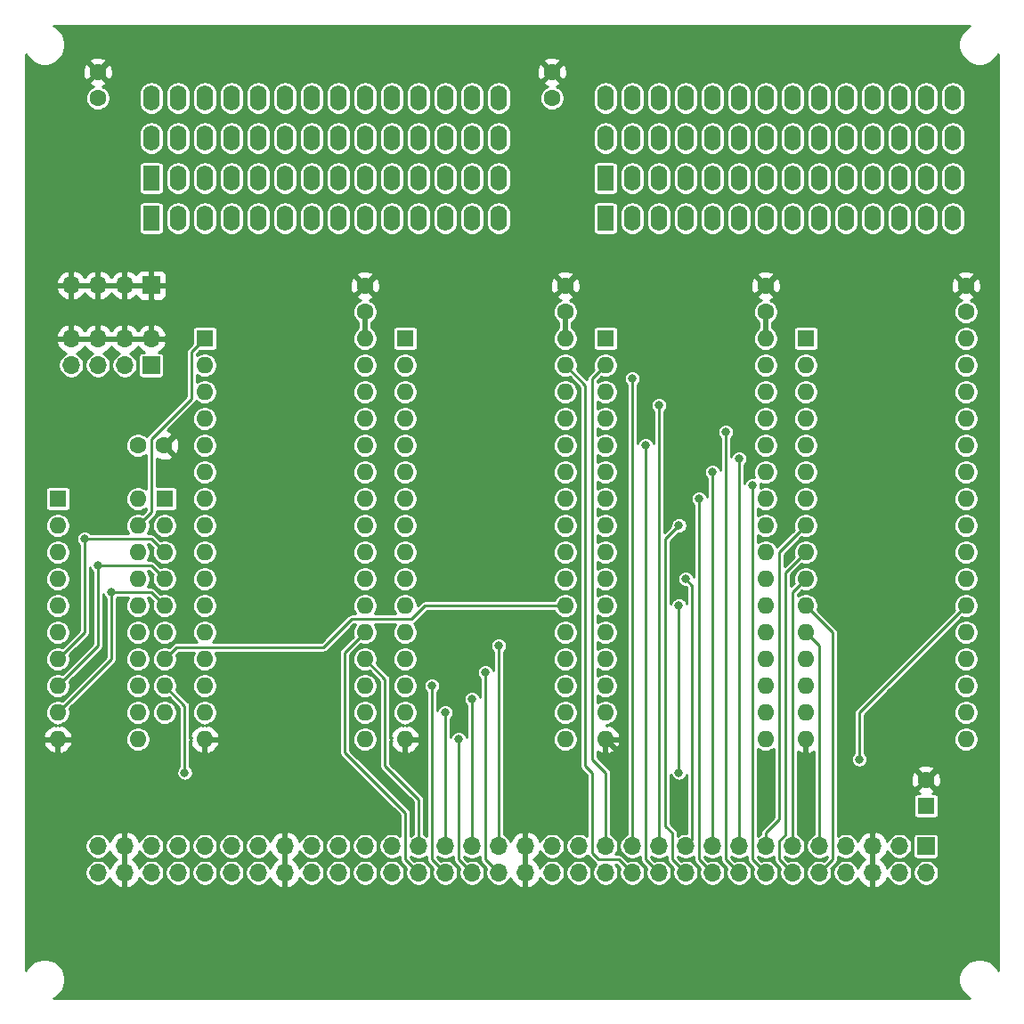
<source format=gtl>
G04 #@! TF.GenerationSoftware,KiCad,Pcbnew,(5.1.8)-1*
G04 #@! TF.CreationDate,2021-07-02T01:17:22+09:00*
G04 #@! TF.ProjectId,FMRAMV01L02,464d5241-4d56-4303-914c-30322e6b6963,rev?*
G04 #@! TF.SameCoordinates,PX3072580PY9157080*
G04 #@! TF.FileFunction,Copper,L1,Top*
G04 #@! TF.FilePolarity,Positive*
%FSLAX46Y46*%
G04 Gerber Fmt 4.6, Leading zero omitted, Abs format (unit mm)*
G04 Created by KiCad (PCBNEW (5.1.8)-1) date 2021-07-02 01:17:22*
%MOMM*%
%LPD*%
G01*
G04 APERTURE LIST*
G04 #@! TA.AperFunction,ComponentPad*
%ADD10R,1.600000X2.400000*%
G04 #@! TD*
G04 #@! TA.AperFunction,ComponentPad*
%ADD11O,1.600000X2.400000*%
G04 #@! TD*
G04 #@! TA.AperFunction,ComponentPad*
%ADD12C,1.600000*%
G04 #@! TD*
G04 #@! TA.AperFunction,ComponentPad*
%ADD13O,1.700000X1.700000*%
G04 #@! TD*
G04 #@! TA.AperFunction,ComponentPad*
%ADD14R,1.700000X1.700000*%
G04 #@! TD*
G04 #@! TA.AperFunction,ComponentPad*
%ADD15O,1.600000X1.600000*%
G04 #@! TD*
G04 #@! TA.AperFunction,ComponentPad*
%ADD16R,1.600000X1.600000*%
G04 #@! TD*
G04 #@! TA.AperFunction,ViaPad*
%ADD17C,0.800000*%
G04 #@! TD*
G04 #@! TA.AperFunction,Conductor*
%ADD18C,0.500000*%
G04 #@! TD*
G04 #@! TA.AperFunction,Conductor*
%ADD19C,0.250000*%
G04 #@! TD*
G04 #@! TA.AperFunction,Conductor*
%ADD20C,0.254000*%
G04 #@! TD*
G04 #@! TA.AperFunction,Conductor*
%ADD21C,0.100000*%
G04 #@! TD*
G04 APERTURE END LIST*
D10*
X68580000Y74930000D03*
D11*
X101600000Y82550000D03*
X71120000Y74930000D03*
X99060000Y82550000D03*
X73660000Y74930000D03*
X96520000Y82550000D03*
X76200000Y74930000D03*
X93980000Y82550000D03*
X78740000Y74930000D03*
X91440000Y82550000D03*
X81280000Y74930000D03*
X88900000Y82550000D03*
X83820000Y74930000D03*
X86360000Y82550000D03*
X86360000Y74930000D03*
X83820000Y82550000D03*
X88900000Y74930000D03*
X81280000Y82550000D03*
X91440000Y74930000D03*
X78740000Y82550000D03*
X93980000Y74930000D03*
X76200000Y82550000D03*
X96520000Y74930000D03*
X73660000Y82550000D03*
X99060000Y74930000D03*
X71120000Y82550000D03*
X101600000Y74930000D03*
X68580000Y82550000D03*
D10*
X25400000Y74930000D03*
D11*
X58420000Y82550000D03*
X27940000Y74930000D03*
X55880000Y82550000D03*
X30480000Y74930000D03*
X53340000Y82550000D03*
X33020000Y74930000D03*
X50800000Y82550000D03*
X35560000Y74930000D03*
X48260000Y82550000D03*
X38100000Y74930000D03*
X45720000Y82550000D03*
X40640000Y74930000D03*
X43180000Y82550000D03*
X43180000Y74930000D03*
X40640000Y82550000D03*
X45720000Y74930000D03*
X38100000Y82550000D03*
X48260000Y74930000D03*
X35560000Y82550000D03*
X50800000Y74930000D03*
X33020000Y82550000D03*
X53340000Y74930000D03*
X30480000Y82550000D03*
X55880000Y74930000D03*
X27940000Y82550000D03*
X58420000Y74930000D03*
X25400000Y82550000D03*
X25400000Y86360000D03*
X58420000Y78740000D03*
X27940000Y86360000D03*
X55880000Y78740000D03*
X30480000Y86360000D03*
X53340000Y78740000D03*
X33020000Y86360000D03*
X50800000Y78740000D03*
X35560000Y86360000D03*
X48260000Y78740000D03*
X38100000Y86360000D03*
X45720000Y78740000D03*
X40640000Y86360000D03*
X43180000Y78740000D03*
X43180000Y86360000D03*
X40640000Y78740000D03*
X45720000Y86360000D03*
X38100000Y78740000D03*
X48260000Y86360000D03*
X35560000Y78740000D03*
X50800000Y86360000D03*
X33020000Y78740000D03*
X53340000Y86360000D03*
X30480000Y78740000D03*
X55880000Y86360000D03*
X27940000Y78740000D03*
X58420000Y86360000D03*
D10*
X25400000Y78740000D03*
D12*
X20320000Y88860000D03*
X20320000Y86360000D03*
D11*
X68580000Y86360000D03*
X101600000Y78740000D03*
X71120000Y86360000D03*
X99060000Y78740000D03*
X73660000Y86360000D03*
X96520000Y78740000D03*
X76200000Y86360000D03*
X93980000Y78740000D03*
X78740000Y86360000D03*
X91440000Y78740000D03*
X81280000Y86360000D03*
X88900000Y78740000D03*
X83820000Y86360000D03*
X86360000Y78740000D03*
X86360000Y86360000D03*
X83820000Y78740000D03*
X88900000Y86360000D03*
X81280000Y78740000D03*
X91440000Y86360000D03*
X78740000Y78740000D03*
X93980000Y86360000D03*
X76200000Y78740000D03*
X96520000Y86360000D03*
X73660000Y78740000D03*
X99060000Y86360000D03*
X71120000Y78740000D03*
X101600000Y86360000D03*
D10*
X68580000Y78740000D03*
D12*
X63500000Y88860000D03*
X63500000Y86360000D03*
D13*
X17780000Y68580000D03*
X20320000Y68580000D03*
X22860000Y68580000D03*
D14*
X25400000Y68580000D03*
D15*
X45720000Y63500000D03*
X30480000Y25400000D03*
X45720000Y60960000D03*
X30480000Y27940000D03*
X45720000Y58420000D03*
X30480000Y30480000D03*
X45720000Y55880000D03*
X30480000Y33020000D03*
X45720000Y53340000D03*
X30480000Y35560000D03*
X45720000Y50800000D03*
X30480000Y38100000D03*
X45720000Y48260000D03*
X30480000Y40640000D03*
X45720000Y45720000D03*
X30480000Y43180000D03*
X45720000Y43180000D03*
X30480000Y45720000D03*
X45720000Y40640000D03*
X30480000Y48260000D03*
X45720000Y38100000D03*
X30480000Y50800000D03*
X45720000Y35560000D03*
X30480000Y53340000D03*
X45720000Y33020000D03*
X30480000Y55880000D03*
X45720000Y30480000D03*
X30480000Y58420000D03*
X45720000Y27940000D03*
X30480000Y60960000D03*
X45720000Y25400000D03*
D16*
X30480000Y63500000D03*
D13*
X20320000Y12700000D03*
X20320000Y15240000D03*
X22860000Y12700000D03*
X22860000Y15240000D03*
X25400000Y12700000D03*
X25400000Y15240000D03*
X27940000Y12700000D03*
X27940000Y15240000D03*
X30480000Y12700000D03*
X30480000Y15240000D03*
X33020000Y12700000D03*
X33020000Y15240000D03*
X35560000Y12700000D03*
X35560000Y15240000D03*
X38100000Y12700000D03*
X38100000Y15240000D03*
X40640000Y12700000D03*
X40640000Y15240000D03*
X43180000Y12700000D03*
X43180000Y15240000D03*
X45720000Y12700000D03*
X45720000Y15240000D03*
X48260000Y12700000D03*
X48260000Y15240000D03*
X50800000Y12700000D03*
X50800000Y15240000D03*
X53340000Y12700000D03*
X53340000Y15240000D03*
X55880000Y12700000D03*
X55880000Y15240000D03*
X58420000Y12700000D03*
X58420000Y15240000D03*
X60960000Y12700000D03*
X60960000Y15240000D03*
X63500000Y12700000D03*
X63500000Y15240000D03*
X66040000Y12700000D03*
X66040000Y15240000D03*
X68580000Y12700000D03*
X68580000Y15240000D03*
X71120000Y12700000D03*
X71120000Y15240000D03*
X73660000Y12700000D03*
X73660000Y15240000D03*
X76200000Y12700000D03*
X76200000Y15240000D03*
X78740000Y12700000D03*
X78740000Y15240000D03*
X81280000Y12700000D03*
X81280000Y15240000D03*
X83820000Y12700000D03*
X83820000Y15240000D03*
X86360000Y12700000D03*
X86360000Y15240000D03*
X88900000Y12700000D03*
X88900000Y15240000D03*
X91440000Y12700000D03*
X91440000Y15240000D03*
X93980000Y12700000D03*
X93980000Y15240000D03*
X96520000Y12700000D03*
X96520000Y15240000D03*
X99060000Y12700000D03*
D14*
X99060000Y15240000D03*
D15*
X64770000Y63500000D03*
X49530000Y25400000D03*
X64770000Y60960000D03*
X49530000Y27940000D03*
X64770000Y58420000D03*
X49530000Y30480000D03*
X64770000Y55880000D03*
X49530000Y33020000D03*
X64770000Y53340000D03*
X49530000Y35560000D03*
X64770000Y50800000D03*
X49530000Y38100000D03*
X64770000Y48260000D03*
X49530000Y40640000D03*
X64770000Y45720000D03*
X49530000Y43180000D03*
X64770000Y43180000D03*
X49530000Y45720000D03*
X64770000Y40640000D03*
X49530000Y48260000D03*
X64770000Y38100000D03*
X49530000Y50800000D03*
X64770000Y35560000D03*
X49530000Y53340000D03*
X64770000Y33020000D03*
X49530000Y55880000D03*
X64770000Y30480000D03*
X49530000Y58420000D03*
X64770000Y27940000D03*
X49530000Y60960000D03*
X64770000Y25400000D03*
D16*
X49530000Y63500000D03*
D15*
X83820000Y63500000D03*
X68580000Y25400000D03*
X83820000Y60960000D03*
X68580000Y27940000D03*
X83820000Y58420000D03*
X68580000Y30480000D03*
X83820000Y55880000D03*
X68580000Y33020000D03*
X83820000Y53340000D03*
X68580000Y35560000D03*
X83820000Y50800000D03*
X68580000Y38100000D03*
X83820000Y48260000D03*
X68580000Y40640000D03*
X83820000Y45720000D03*
X68580000Y43180000D03*
X83820000Y43180000D03*
X68580000Y45720000D03*
X83820000Y40640000D03*
X68580000Y48260000D03*
X83820000Y38100000D03*
X68580000Y50800000D03*
X83820000Y35560000D03*
X68580000Y53340000D03*
X83820000Y33020000D03*
X68580000Y55880000D03*
X83820000Y30480000D03*
X68580000Y58420000D03*
X83820000Y27940000D03*
X68580000Y60960000D03*
X83820000Y25400000D03*
D16*
X68580000Y63500000D03*
D15*
X102870000Y63500000D03*
X87630000Y25400000D03*
X102870000Y60960000D03*
X87630000Y27940000D03*
X102870000Y58420000D03*
X87630000Y30480000D03*
X102870000Y55880000D03*
X87630000Y33020000D03*
X102870000Y53340000D03*
X87630000Y35560000D03*
X102870000Y50800000D03*
X87630000Y38100000D03*
X102870000Y48260000D03*
X87630000Y40640000D03*
X102870000Y45720000D03*
X87630000Y43180000D03*
X102870000Y43180000D03*
X87630000Y45720000D03*
X102870000Y40640000D03*
X87630000Y48260000D03*
X102870000Y38100000D03*
X87630000Y50800000D03*
X102870000Y35560000D03*
X87630000Y53340000D03*
X102870000Y33020000D03*
X87630000Y55880000D03*
X102870000Y30480000D03*
X87630000Y58420000D03*
X102870000Y27940000D03*
X87630000Y60960000D03*
X102870000Y25400000D03*
D16*
X87630000Y63500000D03*
D15*
X24130000Y48260000D03*
X16510000Y25400000D03*
X24130000Y45720000D03*
X16510000Y27940000D03*
X24130000Y43180000D03*
X16510000Y30480000D03*
X24130000Y40640000D03*
X16510000Y33020000D03*
X24130000Y38100000D03*
X16510000Y35560000D03*
X24130000Y35560000D03*
X16510000Y38100000D03*
X24130000Y33020000D03*
X16510000Y40640000D03*
X24130000Y30480000D03*
X16510000Y43180000D03*
X24130000Y27940000D03*
X16510000Y45720000D03*
X24130000Y25400000D03*
D16*
X16510000Y48260000D03*
D15*
X26670000Y27940000D03*
X26670000Y30480000D03*
X26670000Y33020000D03*
X26670000Y35560000D03*
X26670000Y38100000D03*
X26670000Y40640000D03*
X26670000Y43180000D03*
X26670000Y45720000D03*
D16*
X26670000Y48260000D03*
D12*
X99060000Y21550000D03*
D16*
X99060000Y19050000D03*
D12*
X26630000Y53340000D03*
X24130000Y53340000D03*
X45720000Y68540000D03*
X45720000Y66040000D03*
X64770000Y68540000D03*
X64770000Y66040000D03*
X83820000Y68540000D03*
X83820000Y66040000D03*
X102870000Y68540000D03*
X102870000Y66040000D03*
D14*
X25400000Y60960000D03*
D13*
X25400000Y63500000D03*
X22860000Y60960000D03*
X22860000Y63500000D03*
X20320000Y60960000D03*
X20320000Y63500000D03*
X17780000Y60960000D03*
X17780000Y63500000D03*
D17*
X38100000Y40640000D03*
X38100000Y35560000D03*
X38100000Y33020000D03*
X38100000Y30480000D03*
X75565000Y20320000D03*
X83820000Y20320000D03*
X61595000Y26670000D03*
X33655000Y53340000D03*
X43180000Y50800000D03*
X33655000Y48260000D03*
X43180000Y45720000D03*
X33655000Y60960000D03*
X93980000Y91440000D03*
X73660000Y91440000D03*
X50800000Y91440000D03*
X30480000Y91440000D03*
X30480000Y71120000D03*
X50800000Y71120000D03*
X73660000Y71120000D03*
X93980000Y71120000D03*
X104140000Y81280000D03*
X43180000Y63500000D03*
X62230000Y63500000D03*
X81280000Y63500000D03*
X100330000Y63500000D03*
X20320000Y6350000D03*
X27940000Y6350000D03*
X38100000Y6350000D03*
X48260000Y6350000D03*
X58420000Y6350000D03*
X68580000Y6350000D03*
X78740000Y6350000D03*
X88900000Y6350000D03*
X99060000Y6350000D03*
X69850000Y20320000D03*
X38100000Y26670000D03*
X43180000Y53340000D03*
X16510000Y53340000D03*
X52070000Y30480000D03*
X53340000Y27940000D03*
X54610000Y25400000D03*
X55880000Y29210000D03*
X57150000Y31750000D03*
X58420000Y34290000D03*
X71120000Y59690000D03*
X72390000Y53340000D03*
X73660000Y57150000D03*
X75565000Y45720000D03*
X76200000Y40640000D03*
X77470000Y48260000D03*
X78740000Y50800000D03*
X80010000Y54610000D03*
X81280000Y52070000D03*
X82550000Y49530000D03*
X92710000Y23495000D03*
X28575000Y22225000D03*
X75565000Y38100000D03*
X75565000Y22225000D03*
X20320000Y41910000D03*
X21590000Y39370000D03*
X19050000Y44450000D03*
D18*
X68580000Y25400000D02*
X69850000Y24130000D01*
X69850000Y24130000D02*
X69850000Y20320000D01*
X83820000Y66040000D02*
X83820000Y63500000D01*
X64770000Y63500000D02*
X64770000Y66040000D01*
X45720000Y66040000D02*
X45720000Y63500000D01*
D19*
X50800000Y12700000D02*
X49530000Y13970000D01*
X49530000Y13970000D02*
X49530000Y18415000D01*
X49530000Y18415000D02*
X43815000Y24130000D01*
X43815000Y24130000D02*
X43815000Y33655000D01*
X43815000Y33655000D02*
X45720000Y35560000D01*
X50800000Y19685000D02*
X50800000Y15240000D01*
X47625000Y22860000D02*
X50800000Y19685000D01*
X45720000Y33020000D02*
X47625000Y31115000D01*
X47625000Y31115000D02*
X47625000Y22860000D01*
X52070000Y13970000D02*
X53340000Y12700000D01*
X52070000Y30480000D02*
X52070000Y13970000D01*
X53340000Y15240000D02*
X53340000Y27940000D01*
X55880000Y12700000D02*
X54610000Y13970000D01*
X54610000Y13970000D02*
X54610000Y25400000D01*
X55880000Y15240000D02*
X55880000Y29210000D01*
X58420000Y12700000D02*
X57150000Y13970000D01*
X57150000Y13970000D02*
X57150000Y31750000D01*
X58420000Y15240000D02*
X58420000Y34290000D01*
X68580000Y15240000D02*
X68580000Y22225000D01*
X67310000Y59690000D02*
X67310000Y23495000D01*
X68580000Y22225000D02*
X67310000Y23495000D01*
X67310000Y59690000D02*
X68580000Y60960000D01*
X69850000Y13970000D02*
X71120000Y12700000D01*
X67310000Y14605000D02*
X67945000Y13970000D01*
X67310000Y22225000D02*
X67310000Y14605000D01*
X66675000Y22860000D02*
X67310000Y22225000D01*
X66675000Y59055000D02*
X66675000Y22860000D01*
X67945000Y13970000D02*
X69850000Y13970000D01*
X64770000Y60960000D02*
X66675000Y59055000D01*
X71120000Y59690000D02*
X71120000Y15240000D01*
X72390000Y13970000D02*
X73660000Y12700000D01*
X72390000Y53340000D02*
X72390000Y13970000D01*
X73660000Y57150000D02*
X73660000Y15240000D01*
X76200000Y12700000D02*
X74930000Y13970000D01*
X74295000Y17145000D02*
X74930000Y16510000D01*
X74930000Y13970000D02*
X74930000Y16510000D01*
X75565000Y45720000D02*
X74295000Y44450000D01*
X74295000Y44450000D02*
X74295000Y17145000D01*
X76835000Y40005000D02*
X76200000Y40640000D01*
X76835000Y15875000D02*
X76835000Y40005000D01*
X76200000Y15240000D02*
X76835000Y15875000D01*
X78740000Y12700000D02*
X77470000Y13970000D01*
X77470000Y13970000D02*
X77470000Y48260000D01*
X78740000Y15240000D02*
X78740000Y50800000D01*
X81280000Y12700000D02*
X80010000Y13970000D01*
X80010000Y13970000D02*
X80010000Y54610000D01*
X81280000Y52070000D02*
X81280000Y15240000D01*
X83820000Y12700000D02*
X82550000Y13970000D01*
X82550000Y13970000D02*
X82550000Y49530000D01*
X83820000Y15240000D02*
X83820000Y16510000D01*
X83820000Y16510000D02*
X85090000Y17780000D01*
X85090000Y43180000D02*
X87630000Y45720000D01*
X85090000Y17780000D02*
X85090000Y43180000D01*
X86360000Y12700000D02*
X85090000Y13970000D01*
X85090000Y15709002D02*
X85725000Y16344002D01*
X85090000Y13970000D02*
X85090000Y15709002D01*
X85725000Y41275000D02*
X87630000Y43180000D01*
X85725000Y16344002D02*
X85725000Y41275000D01*
X86360000Y39370000D02*
X87630000Y40640000D01*
X86360000Y15240000D02*
X86360000Y39370000D01*
X88900000Y12700000D02*
X90170000Y13970000D01*
X90170000Y35560000D02*
X87630000Y38100000D01*
X90170000Y13970000D02*
X90170000Y35560000D01*
X87630000Y35560000D02*
X88900000Y34290000D01*
X88900000Y34290000D02*
X88900000Y15240000D01*
X102870000Y38100000D02*
X92710000Y27940000D01*
X92710000Y27940000D02*
X92710000Y23495000D01*
X95250000Y30480000D02*
X92710000Y27940000D01*
X26670000Y30480000D02*
X28575000Y28575000D01*
X28575000Y28575000D02*
X28575000Y22225000D01*
X75565000Y38100000D02*
X75565000Y22225000D01*
X27795001Y34145001D02*
X26670000Y33020000D01*
X44450000Y36830000D02*
X41765001Y34145001D01*
X50165000Y36830000D02*
X44450000Y36830000D01*
X51435000Y38100000D02*
X50165000Y36830000D01*
X41765001Y34145001D02*
X27795001Y34145001D01*
X64770000Y38100000D02*
X51435000Y38100000D01*
X29210000Y62230000D02*
X30480000Y63500000D01*
X29210000Y57785000D02*
X29210000Y62230000D01*
X25400000Y46990000D02*
X25400000Y53975000D01*
X24130000Y45720000D02*
X25400000Y46990000D01*
X25400000Y53975000D02*
X29210000Y57785000D01*
X26670000Y40640000D02*
X26670000Y40638590D01*
X25400000Y41910000D02*
X20320000Y41910000D01*
X26670000Y40640000D02*
X25400000Y41910000D01*
X20320000Y34290000D02*
X20320000Y41910000D01*
X16510000Y30480000D02*
X20320000Y34290000D01*
X21590000Y33020000D02*
X16510000Y27940000D01*
X25400000Y39370000D02*
X21590000Y39370000D01*
X26670000Y38100000D02*
X25400000Y39370000D01*
X21590000Y39370000D02*
X21590000Y33020000D01*
X16510000Y33020000D02*
X17780000Y34290000D01*
X26670000Y43180000D02*
X27305000Y43180000D01*
X19050000Y35560000D02*
X17780000Y34290000D01*
X19050000Y44450000D02*
X19050000Y35560000D01*
X26670000Y43180000D02*
X25400000Y44450000D01*
X25400000Y44450000D02*
X19050000Y44450000D01*
D20*
X103201645Y93195539D02*
X102877186Y92978743D01*
X102601257Y92702814D01*
X102384461Y92378355D01*
X102235129Y92017836D01*
X102159000Y91635111D01*
X102159000Y91244889D01*
X102235129Y90862164D01*
X102384461Y90501645D01*
X102601257Y90177186D01*
X102877186Y89901257D01*
X103201645Y89684461D01*
X103562164Y89535129D01*
X103944889Y89459000D01*
X104335111Y89459000D01*
X104717836Y89535129D01*
X105078355Y89684461D01*
X105402814Y89901257D01*
X105678743Y90177186D01*
X105895539Y90501645D01*
X105918000Y90555871D01*
X105918000Y3424129D01*
X105895539Y3478355D01*
X105678743Y3802814D01*
X105402814Y4078743D01*
X105078355Y4295539D01*
X104717836Y4444871D01*
X104335111Y4521000D01*
X103944889Y4521000D01*
X103562164Y4444871D01*
X103201645Y4295539D01*
X102877186Y4078743D01*
X102601257Y3802814D01*
X102384461Y3478355D01*
X102235129Y3117836D01*
X102159000Y2735111D01*
X102159000Y2344889D01*
X102235129Y1962164D01*
X102384461Y1601645D01*
X102601257Y1277186D01*
X102877186Y1001257D01*
X103201645Y784461D01*
X103255871Y762000D01*
X16124129Y762000D01*
X16178355Y784461D01*
X16502814Y1001257D01*
X16778743Y1277186D01*
X16995539Y1601645D01*
X17144871Y1962164D01*
X17221000Y2344889D01*
X17221000Y2735111D01*
X17144871Y3117836D01*
X16995539Y3478355D01*
X16778743Y3802814D01*
X16502814Y4078743D01*
X16178355Y4295539D01*
X15817836Y4444871D01*
X15435111Y4521000D01*
X15044889Y4521000D01*
X14662164Y4444871D01*
X14301645Y4295539D01*
X13977186Y4078743D01*
X13701257Y3802814D01*
X13484461Y3478355D01*
X13462000Y3424129D01*
X13462000Y15361243D01*
X19089000Y15361243D01*
X19089000Y15118757D01*
X19136307Y14880931D01*
X19229102Y14656903D01*
X19363820Y14455283D01*
X19535283Y14283820D01*
X19736903Y14149102D01*
X19960931Y14056307D01*
X20198757Y14009000D01*
X20441243Y14009000D01*
X20679069Y14056307D01*
X20903097Y14149102D01*
X21104717Y14283820D01*
X21276180Y14455283D01*
X21410898Y14656903D01*
X21458228Y14771168D01*
X21515843Y14608748D01*
X21664822Y14358645D01*
X21859731Y14142412D01*
X22090880Y13970000D01*
X21859731Y13797588D01*
X21664822Y13581355D01*
X21515843Y13331252D01*
X21458228Y13168832D01*
X21410898Y13283097D01*
X21276180Y13484717D01*
X21104717Y13656180D01*
X20903097Y13790898D01*
X20679069Y13883693D01*
X20441243Y13931000D01*
X20198757Y13931000D01*
X19960931Y13883693D01*
X19736903Y13790898D01*
X19535283Y13656180D01*
X19363820Y13484717D01*
X19229102Y13283097D01*
X19136307Y13059069D01*
X19089000Y12821243D01*
X19089000Y12578757D01*
X19136307Y12340931D01*
X19229102Y12116903D01*
X19363820Y11915283D01*
X19535283Y11743820D01*
X19736903Y11609102D01*
X19960931Y11516307D01*
X20198757Y11469000D01*
X20441243Y11469000D01*
X20679069Y11516307D01*
X20903097Y11609102D01*
X21104717Y11743820D01*
X21276180Y11915283D01*
X21410898Y12116903D01*
X21458228Y12231168D01*
X21515843Y12068748D01*
X21664822Y11818645D01*
X21859731Y11602412D01*
X22093080Y11428359D01*
X22355901Y11303175D01*
X22503110Y11258524D01*
X22733000Y11379845D01*
X22733000Y12573000D01*
X22713000Y12573000D01*
X22713000Y12827000D01*
X22733000Y12827000D01*
X22733000Y15113000D01*
X22713000Y15113000D01*
X22713000Y15367000D01*
X22733000Y15367000D01*
X22733000Y16560155D01*
X22987000Y16560155D01*
X22987000Y15367000D01*
X23007000Y15367000D01*
X23007000Y15113000D01*
X22987000Y15113000D01*
X22987000Y12827000D01*
X23007000Y12827000D01*
X23007000Y12573000D01*
X22987000Y12573000D01*
X22987000Y11379845D01*
X23216890Y11258524D01*
X23364099Y11303175D01*
X23626920Y11428359D01*
X23860269Y11602412D01*
X24055178Y11818645D01*
X24204157Y12068748D01*
X24261772Y12231168D01*
X24309102Y12116903D01*
X24443820Y11915283D01*
X24615283Y11743820D01*
X24816903Y11609102D01*
X25040931Y11516307D01*
X25278757Y11469000D01*
X25521243Y11469000D01*
X25759069Y11516307D01*
X25983097Y11609102D01*
X26184717Y11743820D01*
X26356180Y11915283D01*
X26490898Y12116903D01*
X26583693Y12340931D01*
X26631000Y12578757D01*
X26631000Y12821243D01*
X26709000Y12821243D01*
X26709000Y12578757D01*
X26756307Y12340931D01*
X26849102Y12116903D01*
X26983820Y11915283D01*
X27155283Y11743820D01*
X27356903Y11609102D01*
X27580931Y11516307D01*
X27818757Y11469000D01*
X28061243Y11469000D01*
X28299069Y11516307D01*
X28523097Y11609102D01*
X28724717Y11743820D01*
X28896180Y11915283D01*
X29030898Y12116903D01*
X29123693Y12340931D01*
X29171000Y12578757D01*
X29171000Y12821243D01*
X29249000Y12821243D01*
X29249000Y12578757D01*
X29296307Y12340931D01*
X29389102Y12116903D01*
X29523820Y11915283D01*
X29695283Y11743820D01*
X29896903Y11609102D01*
X30120931Y11516307D01*
X30358757Y11469000D01*
X30601243Y11469000D01*
X30839069Y11516307D01*
X31063097Y11609102D01*
X31264717Y11743820D01*
X31436180Y11915283D01*
X31570898Y12116903D01*
X31663693Y12340931D01*
X31711000Y12578757D01*
X31711000Y12821243D01*
X31789000Y12821243D01*
X31789000Y12578757D01*
X31836307Y12340931D01*
X31929102Y12116903D01*
X32063820Y11915283D01*
X32235283Y11743820D01*
X32436903Y11609102D01*
X32660931Y11516307D01*
X32898757Y11469000D01*
X33141243Y11469000D01*
X33379069Y11516307D01*
X33603097Y11609102D01*
X33804717Y11743820D01*
X33976180Y11915283D01*
X34110898Y12116903D01*
X34203693Y12340931D01*
X34251000Y12578757D01*
X34251000Y12821243D01*
X34203693Y13059069D01*
X34110898Y13283097D01*
X33976180Y13484717D01*
X33804717Y13656180D01*
X33603097Y13790898D01*
X33379069Y13883693D01*
X33141243Y13931000D01*
X32898757Y13931000D01*
X32660931Y13883693D01*
X32436903Y13790898D01*
X32235283Y13656180D01*
X32063820Y13484717D01*
X31929102Y13283097D01*
X31836307Y13059069D01*
X31789000Y12821243D01*
X31711000Y12821243D01*
X31663693Y13059069D01*
X31570898Y13283097D01*
X31436180Y13484717D01*
X31264717Y13656180D01*
X31063097Y13790898D01*
X30839069Y13883693D01*
X30601243Y13931000D01*
X30358757Y13931000D01*
X30120931Y13883693D01*
X29896903Y13790898D01*
X29695283Y13656180D01*
X29523820Y13484717D01*
X29389102Y13283097D01*
X29296307Y13059069D01*
X29249000Y12821243D01*
X29171000Y12821243D01*
X29123693Y13059069D01*
X29030898Y13283097D01*
X28896180Y13484717D01*
X28724717Y13656180D01*
X28523097Y13790898D01*
X28299069Y13883693D01*
X28061243Y13931000D01*
X27818757Y13931000D01*
X27580931Y13883693D01*
X27356903Y13790898D01*
X27155283Y13656180D01*
X26983820Y13484717D01*
X26849102Y13283097D01*
X26756307Y13059069D01*
X26709000Y12821243D01*
X26631000Y12821243D01*
X26583693Y13059069D01*
X26490898Y13283097D01*
X26356180Y13484717D01*
X26184717Y13656180D01*
X25983097Y13790898D01*
X25759069Y13883693D01*
X25521243Y13931000D01*
X25278757Y13931000D01*
X25040931Y13883693D01*
X24816903Y13790898D01*
X24615283Y13656180D01*
X24443820Y13484717D01*
X24309102Y13283097D01*
X24261772Y13168832D01*
X24204157Y13331252D01*
X24055178Y13581355D01*
X23860269Y13797588D01*
X23629120Y13970000D01*
X23860269Y14142412D01*
X24055178Y14358645D01*
X24204157Y14608748D01*
X24261772Y14771168D01*
X24309102Y14656903D01*
X24443820Y14455283D01*
X24615283Y14283820D01*
X24816903Y14149102D01*
X25040931Y14056307D01*
X25278757Y14009000D01*
X25521243Y14009000D01*
X25759069Y14056307D01*
X25983097Y14149102D01*
X26184717Y14283820D01*
X26356180Y14455283D01*
X26490898Y14656903D01*
X26583693Y14880931D01*
X26631000Y15118757D01*
X26631000Y15361243D01*
X26709000Y15361243D01*
X26709000Y15118757D01*
X26756307Y14880931D01*
X26849102Y14656903D01*
X26983820Y14455283D01*
X27155283Y14283820D01*
X27356903Y14149102D01*
X27580931Y14056307D01*
X27818757Y14009000D01*
X28061243Y14009000D01*
X28299069Y14056307D01*
X28523097Y14149102D01*
X28724717Y14283820D01*
X28896180Y14455283D01*
X29030898Y14656903D01*
X29123693Y14880931D01*
X29171000Y15118757D01*
X29171000Y15361243D01*
X29249000Y15361243D01*
X29249000Y15118757D01*
X29296307Y14880931D01*
X29389102Y14656903D01*
X29523820Y14455283D01*
X29695283Y14283820D01*
X29896903Y14149102D01*
X30120931Y14056307D01*
X30358757Y14009000D01*
X30601243Y14009000D01*
X30839069Y14056307D01*
X31063097Y14149102D01*
X31264717Y14283820D01*
X31436180Y14455283D01*
X31570898Y14656903D01*
X31663693Y14880931D01*
X31711000Y15118757D01*
X31711000Y15361243D01*
X31789000Y15361243D01*
X31789000Y15118757D01*
X31836307Y14880931D01*
X31929102Y14656903D01*
X32063820Y14455283D01*
X32235283Y14283820D01*
X32436903Y14149102D01*
X32660931Y14056307D01*
X32898757Y14009000D01*
X33141243Y14009000D01*
X33379069Y14056307D01*
X33603097Y14149102D01*
X33804717Y14283820D01*
X33976180Y14455283D01*
X34110898Y14656903D01*
X34203693Y14880931D01*
X34251000Y15118757D01*
X34251000Y15361243D01*
X34329000Y15361243D01*
X34329000Y15118757D01*
X34376307Y14880931D01*
X34469102Y14656903D01*
X34603820Y14455283D01*
X34775283Y14283820D01*
X34976903Y14149102D01*
X35200931Y14056307D01*
X35438757Y14009000D01*
X35681243Y14009000D01*
X35919069Y14056307D01*
X36143097Y14149102D01*
X36344717Y14283820D01*
X36516180Y14455283D01*
X36650898Y14656903D01*
X36698228Y14771168D01*
X36755843Y14608748D01*
X36904822Y14358645D01*
X37099731Y14142412D01*
X37330880Y13970000D01*
X37099731Y13797588D01*
X36904822Y13581355D01*
X36755843Y13331252D01*
X36698228Y13168832D01*
X36650898Y13283097D01*
X36516180Y13484717D01*
X36344717Y13656180D01*
X36143097Y13790898D01*
X35919069Y13883693D01*
X35681243Y13931000D01*
X35438757Y13931000D01*
X35200931Y13883693D01*
X34976903Y13790898D01*
X34775283Y13656180D01*
X34603820Y13484717D01*
X34469102Y13283097D01*
X34376307Y13059069D01*
X34329000Y12821243D01*
X34329000Y12578757D01*
X34376307Y12340931D01*
X34469102Y12116903D01*
X34603820Y11915283D01*
X34775283Y11743820D01*
X34976903Y11609102D01*
X35200931Y11516307D01*
X35438757Y11469000D01*
X35681243Y11469000D01*
X35919069Y11516307D01*
X36143097Y11609102D01*
X36344717Y11743820D01*
X36516180Y11915283D01*
X36650898Y12116903D01*
X36698228Y12231168D01*
X36755843Y12068748D01*
X36904822Y11818645D01*
X37099731Y11602412D01*
X37333080Y11428359D01*
X37595901Y11303175D01*
X37743110Y11258524D01*
X37973000Y11379845D01*
X37973000Y12573000D01*
X37953000Y12573000D01*
X37953000Y12827000D01*
X37973000Y12827000D01*
X37973000Y15113000D01*
X37953000Y15113000D01*
X37953000Y15367000D01*
X37973000Y15367000D01*
X37973000Y16560155D01*
X38227000Y16560155D01*
X38227000Y15367000D01*
X38247000Y15367000D01*
X38247000Y15113000D01*
X38227000Y15113000D01*
X38227000Y12827000D01*
X38247000Y12827000D01*
X38247000Y12573000D01*
X38227000Y12573000D01*
X38227000Y11379845D01*
X38456890Y11258524D01*
X38604099Y11303175D01*
X38866920Y11428359D01*
X39100269Y11602412D01*
X39295178Y11818645D01*
X39444157Y12068748D01*
X39501772Y12231168D01*
X39549102Y12116903D01*
X39683820Y11915283D01*
X39855283Y11743820D01*
X40056903Y11609102D01*
X40280931Y11516307D01*
X40518757Y11469000D01*
X40761243Y11469000D01*
X40999069Y11516307D01*
X41223097Y11609102D01*
X41424717Y11743820D01*
X41596180Y11915283D01*
X41730898Y12116903D01*
X41823693Y12340931D01*
X41871000Y12578757D01*
X41871000Y12821243D01*
X41949000Y12821243D01*
X41949000Y12578757D01*
X41996307Y12340931D01*
X42089102Y12116903D01*
X42223820Y11915283D01*
X42395283Y11743820D01*
X42596903Y11609102D01*
X42820931Y11516307D01*
X43058757Y11469000D01*
X43301243Y11469000D01*
X43539069Y11516307D01*
X43763097Y11609102D01*
X43964717Y11743820D01*
X44136180Y11915283D01*
X44270898Y12116903D01*
X44363693Y12340931D01*
X44411000Y12578757D01*
X44411000Y12821243D01*
X44489000Y12821243D01*
X44489000Y12578757D01*
X44536307Y12340931D01*
X44629102Y12116903D01*
X44763820Y11915283D01*
X44935283Y11743820D01*
X45136903Y11609102D01*
X45360931Y11516307D01*
X45598757Y11469000D01*
X45841243Y11469000D01*
X46079069Y11516307D01*
X46303097Y11609102D01*
X46504717Y11743820D01*
X46676180Y11915283D01*
X46810898Y12116903D01*
X46903693Y12340931D01*
X46951000Y12578757D01*
X46951000Y12821243D01*
X47029000Y12821243D01*
X47029000Y12578757D01*
X47076307Y12340931D01*
X47169102Y12116903D01*
X47303820Y11915283D01*
X47475283Y11743820D01*
X47676903Y11609102D01*
X47900931Y11516307D01*
X48138757Y11469000D01*
X48381243Y11469000D01*
X48619069Y11516307D01*
X48843097Y11609102D01*
X49044717Y11743820D01*
X49216180Y11915283D01*
X49350898Y12116903D01*
X49443693Y12340931D01*
X49491000Y12578757D01*
X49491000Y12821243D01*
X49443693Y13059069D01*
X49350898Y13283097D01*
X49216180Y13484717D01*
X49044717Y13656180D01*
X48843097Y13790898D01*
X48619069Y13883693D01*
X48381243Y13931000D01*
X48138757Y13931000D01*
X47900931Y13883693D01*
X47676903Y13790898D01*
X47475283Y13656180D01*
X47303820Y13484717D01*
X47169102Y13283097D01*
X47076307Y13059069D01*
X47029000Y12821243D01*
X46951000Y12821243D01*
X46903693Y13059069D01*
X46810898Y13283097D01*
X46676180Y13484717D01*
X46504717Y13656180D01*
X46303097Y13790898D01*
X46079069Y13883693D01*
X45841243Y13931000D01*
X45598757Y13931000D01*
X45360931Y13883693D01*
X45136903Y13790898D01*
X44935283Y13656180D01*
X44763820Y13484717D01*
X44629102Y13283097D01*
X44536307Y13059069D01*
X44489000Y12821243D01*
X44411000Y12821243D01*
X44363693Y13059069D01*
X44270898Y13283097D01*
X44136180Y13484717D01*
X43964717Y13656180D01*
X43763097Y13790898D01*
X43539069Y13883693D01*
X43301243Y13931000D01*
X43058757Y13931000D01*
X42820931Y13883693D01*
X42596903Y13790898D01*
X42395283Y13656180D01*
X42223820Y13484717D01*
X42089102Y13283097D01*
X41996307Y13059069D01*
X41949000Y12821243D01*
X41871000Y12821243D01*
X41823693Y13059069D01*
X41730898Y13283097D01*
X41596180Y13484717D01*
X41424717Y13656180D01*
X41223097Y13790898D01*
X40999069Y13883693D01*
X40761243Y13931000D01*
X40518757Y13931000D01*
X40280931Y13883693D01*
X40056903Y13790898D01*
X39855283Y13656180D01*
X39683820Y13484717D01*
X39549102Y13283097D01*
X39501772Y13168832D01*
X39444157Y13331252D01*
X39295178Y13581355D01*
X39100269Y13797588D01*
X38869120Y13970000D01*
X39100269Y14142412D01*
X39295178Y14358645D01*
X39444157Y14608748D01*
X39501772Y14771168D01*
X39549102Y14656903D01*
X39683820Y14455283D01*
X39855283Y14283820D01*
X40056903Y14149102D01*
X40280931Y14056307D01*
X40518757Y14009000D01*
X40761243Y14009000D01*
X40999069Y14056307D01*
X41223097Y14149102D01*
X41424717Y14283820D01*
X41596180Y14455283D01*
X41730898Y14656903D01*
X41823693Y14880931D01*
X41871000Y15118757D01*
X41871000Y15361243D01*
X41949000Y15361243D01*
X41949000Y15118757D01*
X41996307Y14880931D01*
X42089102Y14656903D01*
X42223820Y14455283D01*
X42395283Y14283820D01*
X42596903Y14149102D01*
X42820931Y14056307D01*
X43058757Y14009000D01*
X43301243Y14009000D01*
X43539069Y14056307D01*
X43763097Y14149102D01*
X43964717Y14283820D01*
X44136180Y14455283D01*
X44270898Y14656903D01*
X44363693Y14880931D01*
X44411000Y15118757D01*
X44411000Y15361243D01*
X44489000Y15361243D01*
X44489000Y15118757D01*
X44536307Y14880931D01*
X44629102Y14656903D01*
X44763820Y14455283D01*
X44935283Y14283820D01*
X45136903Y14149102D01*
X45360931Y14056307D01*
X45598757Y14009000D01*
X45841243Y14009000D01*
X46079069Y14056307D01*
X46303097Y14149102D01*
X46504717Y14283820D01*
X46676180Y14455283D01*
X46810898Y14656903D01*
X46903693Y14880931D01*
X46951000Y15118757D01*
X46951000Y15361243D01*
X46903693Y15599069D01*
X46810898Y15823097D01*
X46676180Y16024717D01*
X46504717Y16196180D01*
X46303097Y16330898D01*
X46079069Y16423693D01*
X45841243Y16471000D01*
X45598757Y16471000D01*
X45360931Y16423693D01*
X45136903Y16330898D01*
X44935283Y16196180D01*
X44763820Y16024717D01*
X44629102Y15823097D01*
X44536307Y15599069D01*
X44489000Y15361243D01*
X44411000Y15361243D01*
X44363693Y15599069D01*
X44270898Y15823097D01*
X44136180Y16024717D01*
X43964717Y16196180D01*
X43763097Y16330898D01*
X43539069Y16423693D01*
X43301243Y16471000D01*
X43058757Y16471000D01*
X42820931Y16423693D01*
X42596903Y16330898D01*
X42395283Y16196180D01*
X42223820Y16024717D01*
X42089102Y15823097D01*
X41996307Y15599069D01*
X41949000Y15361243D01*
X41871000Y15361243D01*
X41823693Y15599069D01*
X41730898Y15823097D01*
X41596180Y16024717D01*
X41424717Y16196180D01*
X41223097Y16330898D01*
X40999069Y16423693D01*
X40761243Y16471000D01*
X40518757Y16471000D01*
X40280931Y16423693D01*
X40056903Y16330898D01*
X39855283Y16196180D01*
X39683820Y16024717D01*
X39549102Y15823097D01*
X39501772Y15708832D01*
X39444157Y15871252D01*
X39295178Y16121355D01*
X39100269Y16337588D01*
X38866920Y16511641D01*
X38604099Y16636825D01*
X38456890Y16681476D01*
X38227000Y16560155D01*
X37973000Y16560155D01*
X37743110Y16681476D01*
X37595901Y16636825D01*
X37333080Y16511641D01*
X37099731Y16337588D01*
X36904822Y16121355D01*
X36755843Y15871252D01*
X36698228Y15708832D01*
X36650898Y15823097D01*
X36516180Y16024717D01*
X36344717Y16196180D01*
X36143097Y16330898D01*
X35919069Y16423693D01*
X35681243Y16471000D01*
X35438757Y16471000D01*
X35200931Y16423693D01*
X34976903Y16330898D01*
X34775283Y16196180D01*
X34603820Y16024717D01*
X34469102Y15823097D01*
X34376307Y15599069D01*
X34329000Y15361243D01*
X34251000Y15361243D01*
X34203693Y15599069D01*
X34110898Y15823097D01*
X33976180Y16024717D01*
X33804717Y16196180D01*
X33603097Y16330898D01*
X33379069Y16423693D01*
X33141243Y16471000D01*
X32898757Y16471000D01*
X32660931Y16423693D01*
X32436903Y16330898D01*
X32235283Y16196180D01*
X32063820Y16024717D01*
X31929102Y15823097D01*
X31836307Y15599069D01*
X31789000Y15361243D01*
X31711000Y15361243D01*
X31663693Y15599069D01*
X31570898Y15823097D01*
X31436180Y16024717D01*
X31264717Y16196180D01*
X31063097Y16330898D01*
X30839069Y16423693D01*
X30601243Y16471000D01*
X30358757Y16471000D01*
X30120931Y16423693D01*
X29896903Y16330898D01*
X29695283Y16196180D01*
X29523820Y16024717D01*
X29389102Y15823097D01*
X29296307Y15599069D01*
X29249000Y15361243D01*
X29171000Y15361243D01*
X29123693Y15599069D01*
X29030898Y15823097D01*
X28896180Y16024717D01*
X28724717Y16196180D01*
X28523097Y16330898D01*
X28299069Y16423693D01*
X28061243Y16471000D01*
X27818757Y16471000D01*
X27580931Y16423693D01*
X27356903Y16330898D01*
X27155283Y16196180D01*
X26983820Y16024717D01*
X26849102Y15823097D01*
X26756307Y15599069D01*
X26709000Y15361243D01*
X26631000Y15361243D01*
X26583693Y15599069D01*
X26490898Y15823097D01*
X26356180Y16024717D01*
X26184717Y16196180D01*
X25983097Y16330898D01*
X25759069Y16423693D01*
X25521243Y16471000D01*
X25278757Y16471000D01*
X25040931Y16423693D01*
X24816903Y16330898D01*
X24615283Y16196180D01*
X24443820Y16024717D01*
X24309102Y15823097D01*
X24261772Y15708832D01*
X24204157Y15871252D01*
X24055178Y16121355D01*
X23860269Y16337588D01*
X23626920Y16511641D01*
X23364099Y16636825D01*
X23216890Y16681476D01*
X22987000Y16560155D01*
X22733000Y16560155D01*
X22503110Y16681476D01*
X22355901Y16636825D01*
X22093080Y16511641D01*
X21859731Y16337588D01*
X21664822Y16121355D01*
X21515843Y15871252D01*
X21458228Y15708832D01*
X21410898Y15823097D01*
X21276180Y16024717D01*
X21104717Y16196180D01*
X20903097Y16330898D01*
X20679069Y16423693D01*
X20441243Y16471000D01*
X20198757Y16471000D01*
X19960931Y16423693D01*
X19736903Y16330898D01*
X19535283Y16196180D01*
X19363820Y16024717D01*
X19229102Y15823097D01*
X19136307Y15599069D01*
X19089000Y15361243D01*
X13462000Y15361243D01*
X13462000Y25050961D01*
X15118096Y25050961D01*
X15158754Y24916913D01*
X15278963Y24662580D01*
X15446481Y24436586D01*
X15654869Y24247615D01*
X15896119Y24102930D01*
X16160960Y24008091D01*
X16383000Y24129376D01*
X16383000Y25273000D01*
X16637000Y25273000D01*
X16637000Y24129376D01*
X16859040Y24008091D01*
X17123881Y24102930D01*
X17365131Y24247615D01*
X17573519Y24436586D01*
X17741037Y24662580D01*
X17861246Y24916913D01*
X17901904Y25050961D01*
X17779915Y25273000D01*
X16637000Y25273000D01*
X16383000Y25273000D01*
X15240085Y25273000D01*
X15118096Y25050961D01*
X13462000Y25050961D01*
X13462000Y25516318D01*
X22949000Y25516318D01*
X22949000Y25283682D01*
X22994386Y25055515D01*
X23083412Y24840587D01*
X23212658Y24647157D01*
X23377157Y24482658D01*
X23570587Y24353412D01*
X23785515Y24264386D01*
X24013682Y24219000D01*
X24246318Y24219000D01*
X24474485Y24264386D01*
X24689413Y24353412D01*
X24882843Y24482658D01*
X25047342Y24647157D01*
X25176588Y24840587D01*
X25265614Y25055515D01*
X25311000Y25283682D01*
X25311000Y25516318D01*
X25265614Y25744485D01*
X25176588Y25959413D01*
X25047342Y26152843D01*
X24882843Y26317342D01*
X24689413Y26446588D01*
X24474485Y26535614D01*
X24246318Y26581000D01*
X24013682Y26581000D01*
X23785515Y26535614D01*
X23570587Y26446588D01*
X23377157Y26317342D01*
X23212658Y26152843D01*
X23083412Y25959413D01*
X22994386Y25744485D01*
X22949000Y25516318D01*
X13462000Y25516318D01*
X13462000Y25749039D01*
X15118096Y25749039D01*
X15240085Y25527000D01*
X16383000Y25527000D01*
X16383000Y25547000D01*
X16637000Y25547000D01*
X16637000Y25527000D01*
X17779915Y25527000D01*
X17901904Y25749039D01*
X17861246Y25883087D01*
X17741037Y26137420D01*
X17573519Y26363414D01*
X17365131Y26552385D01*
X17123881Y26697070D01*
X16859040Y26791909D01*
X16637002Y26670625D01*
X16637002Y26761125D01*
X16854485Y26804386D01*
X17069413Y26893412D01*
X17262843Y27022658D01*
X17427342Y27187157D01*
X17556588Y27380587D01*
X17645614Y27595515D01*
X17691000Y27823682D01*
X17691000Y28056318D01*
X22949000Y28056318D01*
X22949000Y27823682D01*
X22994386Y27595515D01*
X23083412Y27380587D01*
X23212658Y27187157D01*
X23377157Y27022658D01*
X23570587Y26893412D01*
X23785515Y26804386D01*
X24013682Y26759000D01*
X24246318Y26759000D01*
X24474485Y26804386D01*
X24689413Y26893412D01*
X24882843Y27022658D01*
X25047342Y27187157D01*
X25176588Y27380587D01*
X25265614Y27595515D01*
X25311000Y27823682D01*
X25311000Y28056318D01*
X25489000Y28056318D01*
X25489000Y27823682D01*
X25534386Y27595515D01*
X25623412Y27380587D01*
X25752658Y27187157D01*
X25917157Y27022658D01*
X26110587Y26893412D01*
X26325515Y26804386D01*
X26553682Y26759000D01*
X26786318Y26759000D01*
X27014485Y26804386D01*
X27229413Y26893412D01*
X27422843Y27022658D01*
X27587342Y27187157D01*
X27716588Y27380587D01*
X27805614Y27595515D01*
X27851000Y27823682D01*
X27851000Y28056318D01*
X27805614Y28284485D01*
X27716588Y28499413D01*
X27587342Y28692843D01*
X27422843Y28857342D01*
X27229413Y28986588D01*
X27014485Y29075614D01*
X26786318Y29121000D01*
X26553682Y29121000D01*
X26325515Y29075614D01*
X26110587Y28986588D01*
X25917157Y28857342D01*
X25752658Y28692843D01*
X25623412Y28499413D01*
X25534386Y28284485D01*
X25489000Y28056318D01*
X25311000Y28056318D01*
X25265614Y28284485D01*
X25176588Y28499413D01*
X25047342Y28692843D01*
X24882843Y28857342D01*
X24689413Y28986588D01*
X24474485Y29075614D01*
X24246318Y29121000D01*
X24013682Y29121000D01*
X23785515Y29075614D01*
X23570587Y28986588D01*
X23377157Y28857342D01*
X23212658Y28692843D01*
X23083412Y28499413D01*
X22994386Y28284485D01*
X22949000Y28056318D01*
X17691000Y28056318D01*
X17645614Y28284485D01*
X17623489Y28337898D01*
X19881909Y30596318D01*
X22949000Y30596318D01*
X22949000Y30363682D01*
X22994386Y30135515D01*
X23083412Y29920587D01*
X23212658Y29727157D01*
X23377157Y29562658D01*
X23570587Y29433412D01*
X23785515Y29344386D01*
X24013682Y29299000D01*
X24246318Y29299000D01*
X24474485Y29344386D01*
X24689413Y29433412D01*
X24882843Y29562658D01*
X25047342Y29727157D01*
X25176588Y29920587D01*
X25265614Y30135515D01*
X25311000Y30363682D01*
X25311000Y30596318D01*
X25489000Y30596318D01*
X25489000Y30363682D01*
X25534386Y30135515D01*
X25623412Y29920587D01*
X25752658Y29727157D01*
X25917157Y29562658D01*
X26110587Y29433412D01*
X26325515Y29344386D01*
X26553682Y29299000D01*
X26786318Y29299000D01*
X27014485Y29344386D01*
X27067898Y29366510D01*
X28069000Y28365408D01*
X28069001Y22823502D01*
X27968358Y22722859D01*
X27882887Y22594942D01*
X27824013Y22452809D01*
X27794000Y22301922D01*
X27794000Y22148078D01*
X27824013Y21997191D01*
X27882887Y21855058D01*
X27968358Y21727141D01*
X28077141Y21618358D01*
X28205058Y21532887D01*
X28347191Y21474013D01*
X28498078Y21444000D01*
X28651922Y21444000D01*
X28802809Y21474013D01*
X28944942Y21532887D01*
X29072859Y21618358D01*
X29181642Y21727141D01*
X29267113Y21855058D01*
X29325987Y21997191D01*
X29356000Y22148078D01*
X29356000Y22301922D01*
X29325987Y22452809D01*
X29267113Y22594942D01*
X29181642Y22722859D01*
X29081000Y22823501D01*
X29081000Y25272998D01*
X29210084Y25272998D01*
X29088096Y25050961D01*
X29128754Y24916913D01*
X29248963Y24662580D01*
X29416481Y24436586D01*
X29624869Y24247615D01*
X29866119Y24102930D01*
X30130960Y24008091D01*
X30353000Y24129376D01*
X30353000Y25273000D01*
X30607000Y25273000D01*
X30607000Y24129376D01*
X30829040Y24008091D01*
X31093881Y24102930D01*
X31335131Y24247615D01*
X31543519Y24436586D01*
X31711037Y24662580D01*
X31831246Y24916913D01*
X31871904Y25050961D01*
X31749915Y25273000D01*
X30607000Y25273000D01*
X30353000Y25273000D01*
X30333000Y25273000D01*
X30333000Y25527000D01*
X30353000Y25527000D01*
X30353000Y25547000D01*
X30607000Y25547000D01*
X30607000Y25527000D01*
X31749915Y25527000D01*
X31871904Y25749039D01*
X31831246Y25883087D01*
X31711037Y26137420D01*
X31543519Y26363414D01*
X31335131Y26552385D01*
X31093881Y26697070D01*
X30829040Y26791909D01*
X30607002Y26670625D01*
X30607002Y26761125D01*
X30824485Y26804386D01*
X31039413Y26893412D01*
X31232843Y27022658D01*
X31397342Y27187157D01*
X31526588Y27380587D01*
X31615614Y27595515D01*
X31661000Y27823682D01*
X31661000Y28056318D01*
X31615614Y28284485D01*
X31526588Y28499413D01*
X31397342Y28692843D01*
X31232843Y28857342D01*
X31039413Y28986588D01*
X30824485Y29075614D01*
X30596318Y29121000D01*
X30363682Y29121000D01*
X30135515Y29075614D01*
X29920587Y28986588D01*
X29727157Y28857342D01*
X29562658Y28692843D01*
X29433412Y28499413D01*
X29344386Y28284485D01*
X29299000Y28056318D01*
X29299000Y27823682D01*
X29344386Y27595515D01*
X29433412Y27380587D01*
X29562658Y27187157D01*
X29727157Y27022658D01*
X29920587Y26893412D01*
X30135515Y26804386D01*
X30352998Y26761125D01*
X30352998Y26670625D01*
X30130960Y26791909D01*
X29866119Y26697070D01*
X29624869Y26552385D01*
X29416481Y26363414D01*
X29248963Y26137420D01*
X29128754Y25883087D01*
X29088096Y25749039D01*
X29210084Y25527002D01*
X29081000Y25527002D01*
X29081000Y28550146D01*
X29083448Y28575000D01*
X29073678Y28674193D01*
X29044745Y28769575D01*
X28997759Y28857479D01*
X28934527Y28934527D01*
X28915220Y28950372D01*
X27783490Y30082102D01*
X27805614Y30135515D01*
X27851000Y30363682D01*
X27851000Y30596318D01*
X29299000Y30596318D01*
X29299000Y30363682D01*
X29344386Y30135515D01*
X29433412Y29920587D01*
X29562658Y29727157D01*
X29727157Y29562658D01*
X29920587Y29433412D01*
X30135515Y29344386D01*
X30363682Y29299000D01*
X30596318Y29299000D01*
X30824485Y29344386D01*
X31039413Y29433412D01*
X31232843Y29562658D01*
X31397342Y29727157D01*
X31526588Y29920587D01*
X31615614Y30135515D01*
X31661000Y30363682D01*
X31661000Y30596318D01*
X31615614Y30824485D01*
X31526588Y31039413D01*
X31397342Y31232843D01*
X31232843Y31397342D01*
X31039413Y31526588D01*
X30824485Y31615614D01*
X30596318Y31661000D01*
X30363682Y31661000D01*
X30135515Y31615614D01*
X29920587Y31526588D01*
X29727157Y31397342D01*
X29562658Y31232843D01*
X29433412Y31039413D01*
X29344386Y30824485D01*
X29299000Y30596318D01*
X27851000Y30596318D01*
X27805614Y30824485D01*
X27716588Y31039413D01*
X27587342Y31232843D01*
X27422843Y31397342D01*
X27229413Y31526588D01*
X27014485Y31615614D01*
X26786318Y31661000D01*
X26553682Y31661000D01*
X26325515Y31615614D01*
X26110587Y31526588D01*
X25917157Y31397342D01*
X25752658Y31232843D01*
X25623412Y31039413D01*
X25534386Y30824485D01*
X25489000Y30596318D01*
X25311000Y30596318D01*
X25265614Y30824485D01*
X25176588Y31039413D01*
X25047342Y31232843D01*
X24882843Y31397342D01*
X24689413Y31526588D01*
X24474485Y31615614D01*
X24246318Y31661000D01*
X24013682Y31661000D01*
X23785515Y31615614D01*
X23570587Y31526588D01*
X23377157Y31397342D01*
X23212658Y31232843D01*
X23083412Y31039413D01*
X22994386Y30824485D01*
X22949000Y30596318D01*
X19881909Y30596318D01*
X21930222Y32644630D01*
X21949527Y32660473D01*
X22012759Y32737521D01*
X22059745Y32825425D01*
X22088678Y32920807D01*
X22096000Y32995146D01*
X22098448Y33020000D01*
X22096000Y33044854D01*
X22096000Y33136318D01*
X22949000Y33136318D01*
X22949000Y32903682D01*
X22994386Y32675515D01*
X23083412Y32460587D01*
X23212658Y32267157D01*
X23377157Y32102658D01*
X23570587Y31973412D01*
X23785515Y31884386D01*
X24013682Y31839000D01*
X24246318Y31839000D01*
X24474485Y31884386D01*
X24689413Y31973412D01*
X24882843Y32102658D01*
X25047342Y32267157D01*
X25176588Y32460587D01*
X25265614Y32675515D01*
X25311000Y32903682D01*
X25311000Y33136318D01*
X25489000Y33136318D01*
X25489000Y32903682D01*
X25534386Y32675515D01*
X25623412Y32460587D01*
X25752658Y32267157D01*
X25917157Y32102658D01*
X26110587Y31973412D01*
X26325515Y31884386D01*
X26553682Y31839000D01*
X26786318Y31839000D01*
X27014485Y31884386D01*
X27229413Y31973412D01*
X27422843Y32102658D01*
X27587342Y32267157D01*
X27716588Y32460587D01*
X27805614Y32675515D01*
X27851000Y32903682D01*
X27851000Y33136318D01*
X27805614Y33364485D01*
X27783490Y33417898D01*
X28004593Y33639001D01*
X29473227Y33639001D01*
X29433412Y33579413D01*
X29344386Y33364485D01*
X29299000Y33136318D01*
X29299000Y32903682D01*
X29344386Y32675515D01*
X29433412Y32460587D01*
X29562658Y32267157D01*
X29727157Y32102658D01*
X29920587Y31973412D01*
X30135515Y31884386D01*
X30363682Y31839000D01*
X30596318Y31839000D01*
X30824485Y31884386D01*
X31039413Y31973412D01*
X31232843Y32102658D01*
X31397342Y32267157D01*
X31526588Y32460587D01*
X31615614Y32675515D01*
X31661000Y32903682D01*
X31661000Y33136318D01*
X31615614Y33364485D01*
X31526588Y33579413D01*
X31486773Y33639001D01*
X41740155Y33639001D01*
X41765001Y33636554D01*
X41789847Y33639001D01*
X41789855Y33639001D01*
X41864194Y33646323D01*
X41959576Y33675256D01*
X42047480Y33722242D01*
X42124528Y33785474D01*
X42140377Y33804786D01*
X44659592Y36324000D01*
X44813815Y36324000D01*
X44802658Y36312843D01*
X44673412Y36119413D01*
X44584386Y35904485D01*
X44539000Y35676318D01*
X44539000Y35443682D01*
X44584386Y35215515D01*
X44606510Y35162102D01*
X43474781Y34030372D01*
X43455474Y34014527D01*
X43392242Y33937479D01*
X43380029Y33914630D01*
X43345255Y33849574D01*
X43316322Y33754192D01*
X43306553Y33655000D01*
X43309001Y33630144D01*
X43309000Y24154846D01*
X43306553Y24130000D01*
X43309000Y24105154D01*
X43309000Y24105147D01*
X43316322Y24030808D01*
X43345255Y23935426D01*
X43392241Y23847521D01*
X43455473Y23770473D01*
X43474785Y23754624D01*
X49024001Y18205407D01*
X49024001Y16210022D01*
X48843097Y16330898D01*
X48619069Y16423693D01*
X48381243Y16471000D01*
X48138757Y16471000D01*
X47900931Y16423693D01*
X47676903Y16330898D01*
X47475283Y16196180D01*
X47303820Y16024717D01*
X47169102Y15823097D01*
X47076307Y15599069D01*
X47029000Y15361243D01*
X47029000Y15118757D01*
X47076307Y14880931D01*
X47169102Y14656903D01*
X47303820Y14455283D01*
X47475283Y14283820D01*
X47676903Y14149102D01*
X47900931Y14056307D01*
X48138757Y14009000D01*
X48381243Y14009000D01*
X48619069Y14056307D01*
X48843097Y14149102D01*
X49024000Y14269977D01*
X49024000Y13994846D01*
X49021553Y13970000D01*
X49024000Y13945154D01*
X49024000Y13945147D01*
X49031322Y13870808D01*
X49060255Y13775426D01*
X49107241Y13687521D01*
X49170473Y13610473D01*
X49189785Y13594624D01*
X49648242Y13136167D01*
X49616307Y13059069D01*
X49569000Y12821243D01*
X49569000Y12578757D01*
X49616307Y12340931D01*
X49709102Y12116903D01*
X49843820Y11915283D01*
X50015283Y11743820D01*
X50216903Y11609102D01*
X50440931Y11516307D01*
X50678757Y11469000D01*
X50921243Y11469000D01*
X51159069Y11516307D01*
X51383097Y11609102D01*
X51584717Y11743820D01*
X51756180Y11915283D01*
X51890898Y12116903D01*
X51983693Y12340931D01*
X52031000Y12578757D01*
X52031000Y12821243D01*
X51983693Y13059069D01*
X51890898Y13283097D01*
X51756180Y13484717D01*
X51584717Y13656180D01*
X51383097Y13790898D01*
X51159069Y13883693D01*
X50921243Y13931000D01*
X50678757Y13931000D01*
X50440931Y13883693D01*
X50363833Y13851758D01*
X50036000Y14179591D01*
X50036000Y14269977D01*
X50216903Y14149102D01*
X50440931Y14056307D01*
X50678757Y14009000D01*
X50921243Y14009000D01*
X51159069Y14056307D01*
X51383097Y14149102D01*
X51564001Y14269978D01*
X51564001Y13994856D01*
X51561553Y13970000D01*
X51571322Y13870808D01*
X51600255Y13775426D01*
X51600256Y13775425D01*
X51647242Y13687521D01*
X51710474Y13610473D01*
X51729779Y13594630D01*
X52188242Y13136167D01*
X52156307Y13059069D01*
X52109000Y12821243D01*
X52109000Y12578757D01*
X52156307Y12340931D01*
X52249102Y12116903D01*
X52383820Y11915283D01*
X52555283Y11743820D01*
X52756903Y11609102D01*
X52980931Y11516307D01*
X53218757Y11469000D01*
X53461243Y11469000D01*
X53699069Y11516307D01*
X53923097Y11609102D01*
X54124717Y11743820D01*
X54296180Y11915283D01*
X54430898Y12116903D01*
X54523693Y12340931D01*
X54571000Y12578757D01*
X54571000Y12821243D01*
X54523693Y13059069D01*
X54430898Y13283097D01*
X54296180Y13484717D01*
X54124717Y13656180D01*
X53923097Y13790898D01*
X53699069Y13883693D01*
X53461243Y13931000D01*
X53218757Y13931000D01*
X52980931Y13883693D01*
X52903833Y13851758D01*
X52576000Y14179591D01*
X52576000Y14269977D01*
X52756903Y14149102D01*
X52980931Y14056307D01*
X53218757Y14009000D01*
X53461243Y14009000D01*
X53699069Y14056307D01*
X53923097Y14149102D01*
X54104000Y14269977D01*
X54104000Y13994846D01*
X54101553Y13970000D01*
X54104000Y13945154D01*
X54104000Y13945147D01*
X54111322Y13870808D01*
X54140255Y13775426D01*
X54187241Y13687521D01*
X54250473Y13610473D01*
X54269785Y13594624D01*
X54728242Y13136167D01*
X54696307Y13059069D01*
X54649000Y12821243D01*
X54649000Y12578757D01*
X54696307Y12340931D01*
X54789102Y12116903D01*
X54923820Y11915283D01*
X55095283Y11743820D01*
X55296903Y11609102D01*
X55520931Y11516307D01*
X55758757Y11469000D01*
X56001243Y11469000D01*
X56239069Y11516307D01*
X56463097Y11609102D01*
X56664717Y11743820D01*
X56836180Y11915283D01*
X56970898Y12116903D01*
X57063693Y12340931D01*
X57111000Y12578757D01*
X57111000Y12821243D01*
X57063693Y13059069D01*
X56970898Y13283097D01*
X56836180Y13484717D01*
X56664717Y13656180D01*
X56463097Y13790898D01*
X56239069Y13883693D01*
X56001243Y13931000D01*
X55758757Y13931000D01*
X55520931Y13883693D01*
X55443833Y13851758D01*
X55116000Y14179591D01*
X55116000Y14269977D01*
X55296903Y14149102D01*
X55520931Y14056307D01*
X55758757Y14009000D01*
X56001243Y14009000D01*
X56239069Y14056307D01*
X56463097Y14149102D01*
X56644000Y14269977D01*
X56644000Y13994846D01*
X56641553Y13970000D01*
X56644000Y13945154D01*
X56644000Y13945147D01*
X56651322Y13870808D01*
X56680255Y13775426D01*
X56727241Y13687521D01*
X56790473Y13610473D01*
X56809785Y13594624D01*
X57268242Y13136167D01*
X57236307Y13059069D01*
X57189000Y12821243D01*
X57189000Y12578757D01*
X57236307Y12340931D01*
X57329102Y12116903D01*
X57463820Y11915283D01*
X57635283Y11743820D01*
X57836903Y11609102D01*
X58060931Y11516307D01*
X58298757Y11469000D01*
X58541243Y11469000D01*
X58779069Y11516307D01*
X59003097Y11609102D01*
X59204717Y11743820D01*
X59376180Y11915283D01*
X59510898Y12116903D01*
X59558228Y12231168D01*
X59615843Y12068748D01*
X59764822Y11818645D01*
X59959731Y11602412D01*
X60193080Y11428359D01*
X60455901Y11303175D01*
X60603110Y11258524D01*
X60833000Y11379845D01*
X60833000Y12573000D01*
X60813000Y12573000D01*
X60813000Y12827000D01*
X60833000Y12827000D01*
X60833000Y15113000D01*
X60813000Y15113000D01*
X60813000Y15367000D01*
X60833000Y15367000D01*
X60833000Y16560155D01*
X61087000Y16560155D01*
X61087000Y15367000D01*
X61107000Y15367000D01*
X61107000Y15113000D01*
X61087000Y15113000D01*
X61087000Y12827000D01*
X61107000Y12827000D01*
X61107000Y12573000D01*
X61087000Y12573000D01*
X61087000Y11379845D01*
X61316890Y11258524D01*
X61464099Y11303175D01*
X61726920Y11428359D01*
X61960269Y11602412D01*
X62155178Y11818645D01*
X62304157Y12068748D01*
X62361772Y12231168D01*
X62409102Y12116903D01*
X62543820Y11915283D01*
X62715283Y11743820D01*
X62916903Y11609102D01*
X63140931Y11516307D01*
X63378757Y11469000D01*
X63621243Y11469000D01*
X63859069Y11516307D01*
X64083097Y11609102D01*
X64284717Y11743820D01*
X64456180Y11915283D01*
X64590898Y12116903D01*
X64683693Y12340931D01*
X64731000Y12578757D01*
X64731000Y12821243D01*
X64809000Y12821243D01*
X64809000Y12578757D01*
X64856307Y12340931D01*
X64949102Y12116903D01*
X65083820Y11915283D01*
X65255283Y11743820D01*
X65456903Y11609102D01*
X65680931Y11516307D01*
X65918757Y11469000D01*
X66161243Y11469000D01*
X66399069Y11516307D01*
X66623097Y11609102D01*
X66824717Y11743820D01*
X66996180Y11915283D01*
X67130898Y12116903D01*
X67223693Y12340931D01*
X67271000Y12578757D01*
X67271000Y12821243D01*
X67223693Y13059069D01*
X67130898Y13283097D01*
X66996180Y13484717D01*
X66824717Y13656180D01*
X66623097Y13790898D01*
X66399069Y13883693D01*
X66161243Y13931000D01*
X65918757Y13931000D01*
X65680931Y13883693D01*
X65456903Y13790898D01*
X65255283Y13656180D01*
X65083820Y13484717D01*
X64949102Y13283097D01*
X64856307Y13059069D01*
X64809000Y12821243D01*
X64731000Y12821243D01*
X64683693Y13059069D01*
X64590898Y13283097D01*
X64456180Y13484717D01*
X64284717Y13656180D01*
X64083097Y13790898D01*
X63859069Y13883693D01*
X63621243Y13931000D01*
X63378757Y13931000D01*
X63140931Y13883693D01*
X62916903Y13790898D01*
X62715283Y13656180D01*
X62543820Y13484717D01*
X62409102Y13283097D01*
X62361772Y13168832D01*
X62304157Y13331252D01*
X62155178Y13581355D01*
X61960269Y13797588D01*
X61729120Y13970000D01*
X61960269Y14142412D01*
X62155178Y14358645D01*
X62304157Y14608748D01*
X62361772Y14771168D01*
X62409102Y14656903D01*
X62543820Y14455283D01*
X62715283Y14283820D01*
X62916903Y14149102D01*
X63140931Y14056307D01*
X63378757Y14009000D01*
X63621243Y14009000D01*
X63859069Y14056307D01*
X64083097Y14149102D01*
X64284717Y14283820D01*
X64456180Y14455283D01*
X64590898Y14656903D01*
X64683693Y14880931D01*
X64731000Y15118757D01*
X64731000Y15361243D01*
X64683693Y15599069D01*
X64590898Y15823097D01*
X64456180Y16024717D01*
X64284717Y16196180D01*
X64083097Y16330898D01*
X63859069Y16423693D01*
X63621243Y16471000D01*
X63378757Y16471000D01*
X63140931Y16423693D01*
X62916903Y16330898D01*
X62715283Y16196180D01*
X62543820Y16024717D01*
X62409102Y15823097D01*
X62361772Y15708832D01*
X62304157Y15871252D01*
X62155178Y16121355D01*
X61960269Y16337588D01*
X61726920Y16511641D01*
X61464099Y16636825D01*
X61316890Y16681476D01*
X61087000Y16560155D01*
X60833000Y16560155D01*
X60603110Y16681476D01*
X60455901Y16636825D01*
X60193080Y16511641D01*
X59959731Y16337588D01*
X59764822Y16121355D01*
X59615843Y15871252D01*
X59558228Y15708832D01*
X59510898Y15823097D01*
X59376180Y16024717D01*
X59204717Y16196180D01*
X59003097Y16330898D01*
X58926000Y16362832D01*
X58926000Y25516318D01*
X63589000Y25516318D01*
X63589000Y25283682D01*
X63634386Y25055515D01*
X63723412Y24840587D01*
X63852658Y24647157D01*
X64017157Y24482658D01*
X64210587Y24353412D01*
X64425515Y24264386D01*
X64653682Y24219000D01*
X64886318Y24219000D01*
X65114485Y24264386D01*
X65329413Y24353412D01*
X65522843Y24482658D01*
X65687342Y24647157D01*
X65816588Y24840587D01*
X65905614Y25055515D01*
X65951000Y25283682D01*
X65951000Y25516318D01*
X65905614Y25744485D01*
X65816588Y25959413D01*
X65687342Y26152843D01*
X65522843Y26317342D01*
X65329413Y26446588D01*
X65114485Y26535614D01*
X64886318Y26581000D01*
X64653682Y26581000D01*
X64425515Y26535614D01*
X64210587Y26446588D01*
X64017157Y26317342D01*
X63852658Y26152843D01*
X63723412Y25959413D01*
X63634386Y25744485D01*
X63589000Y25516318D01*
X58926000Y25516318D01*
X58926000Y28056318D01*
X63589000Y28056318D01*
X63589000Y27823682D01*
X63634386Y27595515D01*
X63723412Y27380587D01*
X63852658Y27187157D01*
X64017157Y27022658D01*
X64210587Y26893412D01*
X64425515Y26804386D01*
X64653682Y26759000D01*
X64886318Y26759000D01*
X65114485Y26804386D01*
X65329413Y26893412D01*
X65522843Y27022658D01*
X65687342Y27187157D01*
X65816588Y27380587D01*
X65905614Y27595515D01*
X65951000Y27823682D01*
X65951000Y28056318D01*
X65905614Y28284485D01*
X65816588Y28499413D01*
X65687342Y28692843D01*
X65522843Y28857342D01*
X65329413Y28986588D01*
X65114485Y29075614D01*
X64886318Y29121000D01*
X64653682Y29121000D01*
X64425515Y29075614D01*
X64210587Y28986588D01*
X64017157Y28857342D01*
X63852658Y28692843D01*
X63723412Y28499413D01*
X63634386Y28284485D01*
X63589000Y28056318D01*
X58926000Y28056318D01*
X58926000Y30596318D01*
X63589000Y30596318D01*
X63589000Y30363682D01*
X63634386Y30135515D01*
X63723412Y29920587D01*
X63852658Y29727157D01*
X64017157Y29562658D01*
X64210587Y29433412D01*
X64425515Y29344386D01*
X64653682Y29299000D01*
X64886318Y29299000D01*
X65114485Y29344386D01*
X65329413Y29433412D01*
X65522843Y29562658D01*
X65687342Y29727157D01*
X65816588Y29920587D01*
X65905614Y30135515D01*
X65951000Y30363682D01*
X65951000Y30596318D01*
X65905614Y30824485D01*
X65816588Y31039413D01*
X65687342Y31232843D01*
X65522843Y31397342D01*
X65329413Y31526588D01*
X65114485Y31615614D01*
X64886318Y31661000D01*
X64653682Y31661000D01*
X64425515Y31615614D01*
X64210587Y31526588D01*
X64017157Y31397342D01*
X63852658Y31232843D01*
X63723412Y31039413D01*
X63634386Y30824485D01*
X63589000Y30596318D01*
X58926000Y30596318D01*
X58926000Y33136318D01*
X63589000Y33136318D01*
X63589000Y32903682D01*
X63634386Y32675515D01*
X63723412Y32460587D01*
X63852658Y32267157D01*
X64017157Y32102658D01*
X64210587Y31973412D01*
X64425515Y31884386D01*
X64653682Y31839000D01*
X64886318Y31839000D01*
X65114485Y31884386D01*
X65329413Y31973412D01*
X65522843Y32102658D01*
X65687342Y32267157D01*
X65816588Y32460587D01*
X65905614Y32675515D01*
X65951000Y32903682D01*
X65951000Y33136318D01*
X65905614Y33364485D01*
X65816588Y33579413D01*
X65687342Y33772843D01*
X65522843Y33937342D01*
X65329413Y34066588D01*
X65114485Y34155614D01*
X64886318Y34201000D01*
X64653682Y34201000D01*
X64425515Y34155614D01*
X64210587Y34066588D01*
X64017157Y33937342D01*
X63852658Y33772843D01*
X63723412Y33579413D01*
X63634386Y33364485D01*
X63589000Y33136318D01*
X58926000Y33136318D01*
X58926000Y33691499D01*
X59026642Y33792141D01*
X59112113Y33920058D01*
X59170987Y34062191D01*
X59201000Y34213078D01*
X59201000Y34366922D01*
X59170987Y34517809D01*
X59112113Y34659942D01*
X59026642Y34787859D01*
X58917859Y34896642D01*
X58789942Y34982113D01*
X58647809Y35040987D01*
X58496922Y35071000D01*
X58343078Y35071000D01*
X58192191Y35040987D01*
X58050058Y34982113D01*
X57922141Y34896642D01*
X57813358Y34787859D01*
X57727887Y34659942D01*
X57669013Y34517809D01*
X57639000Y34366922D01*
X57639000Y34213078D01*
X57669013Y34062191D01*
X57727887Y33920058D01*
X57813358Y33792141D01*
X57914001Y33691498D01*
X57914001Y31912383D01*
X57900987Y31977809D01*
X57842113Y32119942D01*
X57756642Y32247859D01*
X57647859Y32356642D01*
X57519942Y32442113D01*
X57377809Y32500987D01*
X57226922Y32531000D01*
X57073078Y32531000D01*
X56922191Y32500987D01*
X56780058Y32442113D01*
X56652141Y32356642D01*
X56543358Y32247859D01*
X56457887Y32119942D01*
X56399013Y31977809D01*
X56369000Y31826922D01*
X56369000Y31673078D01*
X56399013Y31522191D01*
X56457887Y31380058D01*
X56543358Y31252141D01*
X56644001Y31151498D01*
X56644001Y29372383D01*
X56630987Y29437809D01*
X56572113Y29579942D01*
X56486642Y29707859D01*
X56377859Y29816642D01*
X56249942Y29902113D01*
X56107809Y29960987D01*
X55956922Y29991000D01*
X55803078Y29991000D01*
X55652191Y29960987D01*
X55510058Y29902113D01*
X55382141Y29816642D01*
X55273358Y29707859D01*
X55187887Y29579942D01*
X55129013Y29437809D01*
X55099000Y29286922D01*
X55099000Y29133078D01*
X55129013Y28982191D01*
X55187887Y28840058D01*
X55273358Y28712141D01*
X55374001Y28611498D01*
X55374001Y25562384D01*
X55360987Y25627809D01*
X55302113Y25769942D01*
X55216642Y25897859D01*
X55107859Y26006642D01*
X54979942Y26092113D01*
X54837809Y26150987D01*
X54686922Y26181000D01*
X54533078Y26181000D01*
X54382191Y26150987D01*
X54240058Y26092113D01*
X54112141Y26006642D01*
X54003358Y25897859D01*
X53917887Y25769942D01*
X53859013Y25627809D01*
X53846000Y25562388D01*
X53846000Y27341499D01*
X53946642Y27442141D01*
X54032113Y27570058D01*
X54090987Y27712191D01*
X54121000Y27863078D01*
X54121000Y28016922D01*
X54090987Y28167809D01*
X54032113Y28309942D01*
X53946642Y28437859D01*
X53837859Y28546642D01*
X53709942Y28632113D01*
X53567809Y28690987D01*
X53416922Y28721000D01*
X53263078Y28721000D01*
X53112191Y28690987D01*
X52970058Y28632113D01*
X52842141Y28546642D01*
X52733358Y28437859D01*
X52647887Y28309942D01*
X52589013Y28167809D01*
X52576000Y28102388D01*
X52576000Y29881499D01*
X52676642Y29982141D01*
X52762113Y30110058D01*
X52820987Y30252191D01*
X52851000Y30403078D01*
X52851000Y30556922D01*
X52820987Y30707809D01*
X52762113Y30849942D01*
X52676642Y30977859D01*
X52567859Y31086642D01*
X52439942Y31172113D01*
X52297809Y31230987D01*
X52146922Y31261000D01*
X51993078Y31261000D01*
X51842191Y31230987D01*
X51700058Y31172113D01*
X51572141Y31086642D01*
X51463358Y30977859D01*
X51377887Y30849942D01*
X51319013Y30707809D01*
X51289000Y30556922D01*
X51289000Y30403078D01*
X51319013Y30252191D01*
X51377887Y30110058D01*
X51463358Y29982141D01*
X51564000Y29881499D01*
X51564001Y16210022D01*
X51383097Y16330898D01*
X51306000Y16362832D01*
X51306000Y19660155D01*
X51308447Y19685001D01*
X51306000Y19709847D01*
X51306000Y19709854D01*
X51298678Y19784193D01*
X51269745Y19879575D01*
X51222759Y19967479D01*
X51159527Y20044527D01*
X51140220Y20060372D01*
X48131000Y23069591D01*
X48131000Y25272998D01*
X48260084Y25272998D01*
X48138096Y25050961D01*
X48178754Y24916913D01*
X48298963Y24662580D01*
X48466481Y24436586D01*
X48674869Y24247615D01*
X48916119Y24102930D01*
X49180960Y24008091D01*
X49403000Y24129376D01*
X49403000Y25273000D01*
X49657000Y25273000D01*
X49657000Y24129376D01*
X49879040Y24008091D01*
X50143881Y24102930D01*
X50385131Y24247615D01*
X50593519Y24436586D01*
X50761037Y24662580D01*
X50881246Y24916913D01*
X50921904Y25050961D01*
X50799915Y25273000D01*
X49657000Y25273000D01*
X49403000Y25273000D01*
X49383000Y25273000D01*
X49383000Y25527000D01*
X49403000Y25527000D01*
X49403000Y25547000D01*
X49657000Y25547000D01*
X49657000Y25527000D01*
X50799915Y25527000D01*
X50921904Y25749039D01*
X50881246Y25883087D01*
X50761037Y26137420D01*
X50593519Y26363414D01*
X50385131Y26552385D01*
X50143881Y26697070D01*
X49879040Y26791909D01*
X49657002Y26670625D01*
X49657002Y26761125D01*
X49874485Y26804386D01*
X50089413Y26893412D01*
X50282843Y27022658D01*
X50447342Y27187157D01*
X50576588Y27380587D01*
X50665614Y27595515D01*
X50711000Y27823682D01*
X50711000Y28056318D01*
X50665614Y28284485D01*
X50576588Y28499413D01*
X50447342Y28692843D01*
X50282843Y28857342D01*
X50089413Y28986588D01*
X49874485Y29075614D01*
X49646318Y29121000D01*
X49413682Y29121000D01*
X49185515Y29075614D01*
X48970587Y28986588D01*
X48777157Y28857342D01*
X48612658Y28692843D01*
X48483412Y28499413D01*
X48394386Y28284485D01*
X48349000Y28056318D01*
X48349000Y27823682D01*
X48394386Y27595515D01*
X48483412Y27380587D01*
X48612658Y27187157D01*
X48777157Y27022658D01*
X48970587Y26893412D01*
X49185515Y26804386D01*
X49402998Y26761125D01*
X49402998Y26670625D01*
X49180960Y26791909D01*
X48916119Y26697070D01*
X48674869Y26552385D01*
X48466481Y26363414D01*
X48298963Y26137420D01*
X48178754Y25883087D01*
X48138096Y25749039D01*
X48260084Y25527002D01*
X48131000Y25527002D01*
X48131000Y30596318D01*
X48349000Y30596318D01*
X48349000Y30363682D01*
X48394386Y30135515D01*
X48483412Y29920587D01*
X48612658Y29727157D01*
X48777157Y29562658D01*
X48970587Y29433412D01*
X49185515Y29344386D01*
X49413682Y29299000D01*
X49646318Y29299000D01*
X49874485Y29344386D01*
X50089413Y29433412D01*
X50282843Y29562658D01*
X50447342Y29727157D01*
X50576588Y29920587D01*
X50665614Y30135515D01*
X50711000Y30363682D01*
X50711000Y30596318D01*
X50665614Y30824485D01*
X50576588Y31039413D01*
X50447342Y31232843D01*
X50282843Y31397342D01*
X50089413Y31526588D01*
X49874485Y31615614D01*
X49646318Y31661000D01*
X49413682Y31661000D01*
X49185515Y31615614D01*
X48970587Y31526588D01*
X48777157Y31397342D01*
X48612658Y31232843D01*
X48483412Y31039413D01*
X48394386Y30824485D01*
X48349000Y30596318D01*
X48131000Y30596318D01*
X48131000Y31090146D01*
X48133448Y31115000D01*
X48123678Y31214193D01*
X48094745Y31309575D01*
X48047759Y31397479D01*
X47984527Y31474527D01*
X47965220Y31490372D01*
X46833490Y32622102D01*
X46855614Y32675515D01*
X46901000Y32903682D01*
X46901000Y33136318D01*
X48349000Y33136318D01*
X48349000Y32903682D01*
X48394386Y32675515D01*
X48483412Y32460587D01*
X48612658Y32267157D01*
X48777157Y32102658D01*
X48970587Y31973412D01*
X49185515Y31884386D01*
X49413682Y31839000D01*
X49646318Y31839000D01*
X49874485Y31884386D01*
X50089413Y31973412D01*
X50282843Y32102658D01*
X50447342Y32267157D01*
X50576588Y32460587D01*
X50665614Y32675515D01*
X50711000Y32903682D01*
X50711000Y33136318D01*
X50665614Y33364485D01*
X50576588Y33579413D01*
X50447342Y33772843D01*
X50282843Y33937342D01*
X50089413Y34066588D01*
X49874485Y34155614D01*
X49646318Y34201000D01*
X49413682Y34201000D01*
X49185515Y34155614D01*
X48970587Y34066588D01*
X48777157Y33937342D01*
X48612658Y33772843D01*
X48483412Y33579413D01*
X48394386Y33364485D01*
X48349000Y33136318D01*
X46901000Y33136318D01*
X46855614Y33364485D01*
X46766588Y33579413D01*
X46637342Y33772843D01*
X46472843Y33937342D01*
X46279413Y34066588D01*
X46064485Y34155614D01*
X45836318Y34201000D01*
X45603682Y34201000D01*
X45375515Y34155614D01*
X45160587Y34066588D01*
X44967157Y33937342D01*
X44802658Y33772843D01*
X44673412Y33579413D01*
X44584386Y33364485D01*
X44539000Y33136318D01*
X44539000Y32903682D01*
X44584386Y32675515D01*
X44673412Y32460587D01*
X44802658Y32267157D01*
X44967157Y32102658D01*
X45160587Y31973412D01*
X45375515Y31884386D01*
X45603682Y31839000D01*
X45836318Y31839000D01*
X46064485Y31884386D01*
X46117898Y31906510D01*
X47119000Y30905408D01*
X47119001Y22884856D01*
X47116553Y22860000D01*
X47126322Y22760808D01*
X47155255Y22665426D01*
X47177127Y22624508D01*
X47202242Y22577521D01*
X47265474Y22500473D01*
X47284781Y22484628D01*
X50294000Y19475408D01*
X50294001Y16362833D01*
X50216903Y16330898D01*
X50036000Y16210023D01*
X50036000Y18390146D01*
X50038448Y18415000D01*
X50028678Y18514193D01*
X49999745Y18609575D01*
X49952759Y18697479D01*
X49889527Y18774527D01*
X49870220Y18790372D01*
X44321000Y24339591D01*
X44321000Y25516318D01*
X44539000Y25516318D01*
X44539000Y25283682D01*
X44584386Y25055515D01*
X44673412Y24840587D01*
X44802658Y24647157D01*
X44967157Y24482658D01*
X45160587Y24353412D01*
X45375515Y24264386D01*
X45603682Y24219000D01*
X45836318Y24219000D01*
X46064485Y24264386D01*
X46279413Y24353412D01*
X46472843Y24482658D01*
X46637342Y24647157D01*
X46766588Y24840587D01*
X46855614Y25055515D01*
X46901000Y25283682D01*
X46901000Y25516318D01*
X46855614Y25744485D01*
X46766588Y25959413D01*
X46637342Y26152843D01*
X46472843Y26317342D01*
X46279413Y26446588D01*
X46064485Y26535614D01*
X45836318Y26581000D01*
X45603682Y26581000D01*
X45375515Y26535614D01*
X45160587Y26446588D01*
X44967157Y26317342D01*
X44802658Y26152843D01*
X44673412Y25959413D01*
X44584386Y25744485D01*
X44539000Y25516318D01*
X44321000Y25516318D01*
X44321000Y28056318D01*
X44539000Y28056318D01*
X44539000Y27823682D01*
X44584386Y27595515D01*
X44673412Y27380587D01*
X44802658Y27187157D01*
X44967157Y27022658D01*
X45160587Y26893412D01*
X45375515Y26804386D01*
X45603682Y26759000D01*
X45836318Y26759000D01*
X46064485Y26804386D01*
X46279413Y26893412D01*
X46472843Y27022658D01*
X46637342Y27187157D01*
X46766588Y27380587D01*
X46855614Y27595515D01*
X46901000Y27823682D01*
X46901000Y28056318D01*
X46855614Y28284485D01*
X46766588Y28499413D01*
X46637342Y28692843D01*
X46472843Y28857342D01*
X46279413Y28986588D01*
X46064485Y29075614D01*
X45836318Y29121000D01*
X45603682Y29121000D01*
X45375515Y29075614D01*
X45160587Y28986588D01*
X44967157Y28857342D01*
X44802658Y28692843D01*
X44673412Y28499413D01*
X44584386Y28284485D01*
X44539000Y28056318D01*
X44321000Y28056318D01*
X44321000Y30596318D01*
X44539000Y30596318D01*
X44539000Y30363682D01*
X44584386Y30135515D01*
X44673412Y29920587D01*
X44802658Y29727157D01*
X44967157Y29562658D01*
X45160587Y29433412D01*
X45375515Y29344386D01*
X45603682Y29299000D01*
X45836318Y29299000D01*
X46064485Y29344386D01*
X46279413Y29433412D01*
X46472843Y29562658D01*
X46637342Y29727157D01*
X46766588Y29920587D01*
X46855614Y30135515D01*
X46901000Y30363682D01*
X46901000Y30596318D01*
X46855614Y30824485D01*
X46766588Y31039413D01*
X46637342Y31232843D01*
X46472843Y31397342D01*
X46279413Y31526588D01*
X46064485Y31615614D01*
X45836318Y31661000D01*
X45603682Y31661000D01*
X45375515Y31615614D01*
X45160587Y31526588D01*
X44967157Y31397342D01*
X44802658Y31232843D01*
X44673412Y31039413D01*
X44584386Y30824485D01*
X44539000Y30596318D01*
X44321000Y30596318D01*
X44321000Y33445409D01*
X45322102Y34446510D01*
X45375515Y34424386D01*
X45603682Y34379000D01*
X45836318Y34379000D01*
X46064485Y34424386D01*
X46279413Y34513412D01*
X46472843Y34642658D01*
X46637342Y34807157D01*
X46766588Y35000587D01*
X46855614Y35215515D01*
X46901000Y35443682D01*
X46901000Y35676318D01*
X46855614Y35904485D01*
X46766588Y36119413D01*
X46637342Y36312843D01*
X46626185Y36324000D01*
X48623815Y36324000D01*
X48612658Y36312843D01*
X48483412Y36119413D01*
X48394386Y35904485D01*
X48349000Y35676318D01*
X48349000Y35443682D01*
X48394386Y35215515D01*
X48483412Y35000587D01*
X48612658Y34807157D01*
X48777157Y34642658D01*
X48970587Y34513412D01*
X49185515Y34424386D01*
X49413682Y34379000D01*
X49646318Y34379000D01*
X49874485Y34424386D01*
X50089413Y34513412D01*
X50282843Y34642658D01*
X50447342Y34807157D01*
X50576588Y35000587D01*
X50665614Y35215515D01*
X50711000Y35443682D01*
X50711000Y35676318D01*
X63589000Y35676318D01*
X63589000Y35443682D01*
X63634386Y35215515D01*
X63723412Y35000587D01*
X63852658Y34807157D01*
X64017157Y34642658D01*
X64210587Y34513412D01*
X64425515Y34424386D01*
X64653682Y34379000D01*
X64886318Y34379000D01*
X65114485Y34424386D01*
X65329413Y34513412D01*
X65522843Y34642658D01*
X65687342Y34807157D01*
X65816588Y35000587D01*
X65905614Y35215515D01*
X65951000Y35443682D01*
X65951000Y35676318D01*
X65905614Y35904485D01*
X65816588Y36119413D01*
X65687342Y36312843D01*
X65522843Y36477342D01*
X65329413Y36606588D01*
X65114485Y36695614D01*
X64886318Y36741000D01*
X64653682Y36741000D01*
X64425515Y36695614D01*
X64210587Y36606588D01*
X64017157Y36477342D01*
X63852658Y36312843D01*
X63723412Y36119413D01*
X63634386Y35904485D01*
X63589000Y35676318D01*
X50711000Y35676318D01*
X50665614Y35904485D01*
X50576588Y36119413D01*
X50447342Y36312843D01*
X50385873Y36374312D01*
X50447479Y36407241D01*
X50524527Y36470473D01*
X50540376Y36489785D01*
X51644592Y37594000D01*
X63701288Y37594000D01*
X63723412Y37540587D01*
X63852658Y37347157D01*
X64017157Y37182658D01*
X64210587Y37053412D01*
X64425515Y36964386D01*
X64653682Y36919000D01*
X64886318Y36919000D01*
X65114485Y36964386D01*
X65329413Y37053412D01*
X65522843Y37182658D01*
X65687342Y37347157D01*
X65816588Y37540587D01*
X65905614Y37755515D01*
X65951000Y37983682D01*
X65951000Y38216318D01*
X65905614Y38444485D01*
X65816588Y38659413D01*
X65687342Y38852843D01*
X65522843Y39017342D01*
X65329413Y39146588D01*
X65114485Y39235614D01*
X64886318Y39281000D01*
X64653682Y39281000D01*
X64425515Y39235614D01*
X64210587Y39146588D01*
X64017157Y39017342D01*
X63852658Y38852843D01*
X63723412Y38659413D01*
X63701288Y38606000D01*
X51459845Y38606000D01*
X51434999Y38608447D01*
X51410153Y38606000D01*
X51410146Y38606000D01*
X51345694Y38599652D01*
X51335806Y38598678D01*
X51240425Y38569745D01*
X51152521Y38522759D01*
X51075473Y38459527D01*
X51059630Y38440222D01*
X50711000Y38091592D01*
X50711000Y38216318D01*
X50665614Y38444485D01*
X50576588Y38659413D01*
X50447342Y38852843D01*
X50282843Y39017342D01*
X50089413Y39146588D01*
X49874485Y39235614D01*
X49646318Y39281000D01*
X49413682Y39281000D01*
X49185515Y39235614D01*
X48970587Y39146588D01*
X48777157Y39017342D01*
X48612658Y38852843D01*
X48483412Y38659413D01*
X48394386Y38444485D01*
X48349000Y38216318D01*
X48349000Y37983682D01*
X48394386Y37755515D01*
X48483412Y37540587D01*
X48612658Y37347157D01*
X48623815Y37336000D01*
X46626185Y37336000D01*
X46637342Y37347157D01*
X46766588Y37540587D01*
X46855614Y37755515D01*
X46901000Y37983682D01*
X46901000Y38216318D01*
X46855614Y38444485D01*
X46766588Y38659413D01*
X46637342Y38852843D01*
X46472843Y39017342D01*
X46279413Y39146588D01*
X46064485Y39235614D01*
X45836318Y39281000D01*
X45603682Y39281000D01*
X45375515Y39235614D01*
X45160587Y39146588D01*
X44967157Y39017342D01*
X44802658Y38852843D01*
X44673412Y38659413D01*
X44584386Y38444485D01*
X44539000Y38216318D01*
X44539000Y37983682D01*
X44584386Y37755515D01*
X44673412Y37540587D01*
X44802658Y37347157D01*
X44813815Y37336000D01*
X44474845Y37336000D01*
X44449999Y37338447D01*
X44425153Y37336000D01*
X44425146Y37336000D01*
X44350807Y37328678D01*
X44255425Y37299745D01*
X44167521Y37252759D01*
X44090473Y37189527D01*
X44074629Y37170221D01*
X41555410Y34651001D01*
X31241186Y34651001D01*
X31397342Y34807157D01*
X31526588Y35000587D01*
X31615614Y35215515D01*
X31661000Y35443682D01*
X31661000Y35676318D01*
X31615614Y35904485D01*
X31526588Y36119413D01*
X31397342Y36312843D01*
X31232843Y36477342D01*
X31039413Y36606588D01*
X30824485Y36695614D01*
X30596318Y36741000D01*
X30363682Y36741000D01*
X30135515Y36695614D01*
X29920587Y36606588D01*
X29727157Y36477342D01*
X29562658Y36312843D01*
X29433412Y36119413D01*
X29344386Y35904485D01*
X29299000Y35676318D01*
X29299000Y35443682D01*
X29344386Y35215515D01*
X29433412Y35000587D01*
X29562658Y34807157D01*
X29718814Y34651001D01*
X27819855Y34651001D01*
X27795001Y34653449D01*
X27770147Y34651001D01*
X27695808Y34643679D01*
X27600426Y34614746D01*
X27512522Y34567760D01*
X27435474Y34504528D01*
X27419630Y34485222D01*
X27067898Y34133490D01*
X27014485Y34155614D01*
X26786318Y34201000D01*
X26553682Y34201000D01*
X26325515Y34155614D01*
X26110587Y34066588D01*
X25917157Y33937342D01*
X25752658Y33772843D01*
X25623412Y33579413D01*
X25534386Y33364485D01*
X25489000Y33136318D01*
X25311000Y33136318D01*
X25265614Y33364485D01*
X25176588Y33579413D01*
X25047342Y33772843D01*
X24882843Y33937342D01*
X24689413Y34066588D01*
X24474485Y34155614D01*
X24246318Y34201000D01*
X24013682Y34201000D01*
X23785515Y34155614D01*
X23570587Y34066588D01*
X23377157Y33937342D01*
X23212658Y33772843D01*
X23083412Y33579413D01*
X22994386Y33364485D01*
X22949000Y33136318D01*
X22096000Y33136318D01*
X22096000Y35676318D01*
X22949000Y35676318D01*
X22949000Y35443682D01*
X22994386Y35215515D01*
X23083412Y35000587D01*
X23212658Y34807157D01*
X23377157Y34642658D01*
X23570587Y34513412D01*
X23785515Y34424386D01*
X24013682Y34379000D01*
X24246318Y34379000D01*
X24474485Y34424386D01*
X24689413Y34513412D01*
X24882843Y34642658D01*
X25047342Y34807157D01*
X25176588Y35000587D01*
X25265614Y35215515D01*
X25311000Y35443682D01*
X25311000Y35676318D01*
X25489000Y35676318D01*
X25489000Y35443682D01*
X25534386Y35215515D01*
X25623412Y35000587D01*
X25752658Y34807157D01*
X25917157Y34642658D01*
X26110587Y34513412D01*
X26325515Y34424386D01*
X26553682Y34379000D01*
X26786318Y34379000D01*
X27014485Y34424386D01*
X27229413Y34513412D01*
X27422843Y34642658D01*
X27587342Y34807157D01*
X27716588Y35000587D01*
X27805614Y35215515D01*
X27851000Y35443682D01*
X27851000Y35676318D01*
X27805614Y35904485D01*
X27716588Y36119413D01*
X27587342Y36312843D01*
X27422843Y36477342D01*
X27229413Y36606588D01*
X27014485Y36695614D01*
X26786318Y36741000D01*
X26553682Y36741000D01*
X26325515Y36695614D01*
X26110587Y36606588D01*
X25917157Y36477342D01*
X25752658Y36312843D01*
X25623412Y36119413D01*
X25534386Y35904485D01*
X25489000Y35676318D01*
X25311000Y35676318D01*
X25265614Y35904485D01*
X25176588Y36119413D01*
X25047342Y36312843D01*
X24882843Y36477342D01*
X24689413Y36606588D01*
X24474485Y36695614D01*
X24246318Y36741000D01*
X24013682Y36741000D01*
X23785515Y36695614D01*
X23570587Y36606588D01*
X23377157Y36477342D01*
X23212658Y36312843D01*
X23083412Y36119413D01*
X22994386Y35904485D01*
X22949000Y35676318D01*
X22096000Y35676318D01*
X22096000Y38771499D01*
X22188501Y38864000D01*
X23223815Y38864000D01*
X23212658Y38852843D01*
X23083412Y38659413D01*
X22994386Y38444485D01*
X22949000Y38216318D01*
X22949000Y37983682D01*
X22994386Y37755515D01*
X23083412Y37540587D01*
X23212658Y37347157D01*
X23377157Y37182658D01*
X23570587Y37053412D01*
X23785515Y36964386D01*
X24013682Y36919000D01*
X24246318Y36919000D01*
X24474485Y36964386D01*
X24689413Y37053412D01*
X24882843Y37182658D01*
X25047342Y37347157D01*
X25176588Y37540587D01*
X25265614Y37755515D01*
X25311000Y37983682D01*
X25311000Y38216318D01*
X25265614Y38444485D01*
X25176588Y38659413D01*
X25047342Y38852843D01*
X25036185Y38864000D01*
X25190409Y38864000D01*
X25556510Y38497898D01*
X25534386Y38444485D01*
X25489000Y38216318D01*
X25489000Y37983682D01*
X25534386Y37755515D01*
X25623412Y37540587D01*
X25752658Y37347157D01*
X25917157Y37182658D01*
X26110587Y37053412D01*
X26325515Y36964386D01*
X26553682Y36919000D01*
X26786318Y36919000D01*
X27014485Y36964386D01*
X27229413Y37053412D01*
X27422843Y37182658D01*
X27587342Y37347157D01*
X27716588Y37540587D01*
X27805614Y37755515D01*
X27851000Y37983682D01*
X27851000Y38216318D01*
X29299000Y38216318D01*
X29299000Y37983682D01*
X29344386Y37755515D01*
X29433412Y37540587D01*
X29562658Y37347157D01*
X29727157Y37182658D01*
X29920587Y37053412D01*
X30135515Y36964386D01*
X30363682Y36919000D01*
X30596318Y36919000D01*
X30824485Y36964386D01*
X31039413Y37053412D01*
X31232843Y37182658D01*
X31397342Y37347157D01*
X31526588Y37540587D01*
X31615614Y37755515D01*
X31661000Y37983682D01*
X31661000Y38216318D01*
X31615614Y38444485D01*
X31526588Y38659413D01*
X31397342Y38852843D01*
X31232843Y39017342D01*
X31039413Y39146588D01*
X30824485Y39235614D01*
X30596318Y39281000D01*
X30363682Y39281000D01*
X30135515Y39235614D01*
X29920587Y39146588D01*
X29727157Y39017342D01*
X29562658Y38852843D01*
X29433412Y38659413D01*
X29344386Y38444485D01*
X29299000Y38216318D01*
X27851000Y38216318D01*
X27805614Y38444485D01*
X27716588Y38659413D01*
X27587342Y38852843D01*
X27422843Y39017342D01*
X27229413Y39146588D01*
X27014485Y39235614D01*
X26786318Y39281000D01*
X26553682Y39281000D01*
X26325515Y39235614D01*
X26272102Y39213490D01*
X25775376Y39710215D01*
X25759527Y39729527D01*
X25682479Y39792759D01*
X25594575Y39839745D01*
X25499193Y39868678D01*
X25424854Y39876000D01*
X25424846Y39876000D01*
X25400000Y39878447D01*
X25375154Y39876000D01*
X25036185Y39876000D01*
X25047342Y39887157D01*
X25176588Y40080587D01*
X25265614Y40295515D01*
X25311000Y40523682D01*
X25311000Y40756318D01*
X25265614Y40984485D01*
X25176588Y41199413D01*
X25047342Y41392843D01*
X25036185Y41404000D01*
X25190409Y41404000D01*
X25556510Y41037898D01*
X25534386Y40984485D01*
X25489000Y40756318D01*
X25489000Y40523682D01*
X25534386Y40295515D01*
X25623412Y40080587D01*
X25752658Y39887157D01*
X25917157Y39722658D01*
X26110587Y39593412D01*
X26325515Y39504386D01*
X26553682Y39459000D01*
X26786318Y39459000D01*
X27014485Y39504386D01*
X27229413Y39593412D01*
X27422843Y39722658D01*
X27587342Y39887157D01*
X27716588Y40080587D01*
X27805614Y40295515D01*
X27851000Y40523682D01*
X27851000Y40756318D01*
X29299000Y40756318D01*
X29299000Y40523682D01*
X29344386Y40295515D01*
X29433412Y40080587D01*
X29562658Y39887157D01*
X29727157Y39722658D01*
X29920587Y39593412D01*
X30135515Y39504386D01*
X30363682Y39459000D01*
X30596318Y39459000D01*
X30824485Y39504386D01*
X31039413Y39593412D01*
X31232843Y39722658D01*
X31397342Y39887157D01*
X31526588Y40080587D01*
X31615614Y40295515D01*
X31661000Y40523682D01*
X31661000Y40756318D01*
X44539000Y40756318D01*
X44539000Y40523682D01*
X44584386Y40295515D01*
X44673412Y40080587D01*
X44802658Y39887157D01*
X44967157Y39722658D01*
X45160587Y39593412D01*
X45375515Y39504386D01*
X45603682Y39459000D01*
X45836318Y39459000D01*
X46064485Y39504386D01*
X46279413Y39593412D01*
X46472843Y39722658D01*
X46637342Y39887157D01*
X46766588Y40080587D01*
X46855614Y40295515D01*
X46901000Y40523682D01*
X46901000Y40756318D01*
X48349000Y40756318D01*
X48349000Y40523682D01*
X48394386Y40295515D01*
X48483412Y40080587D01*
X48612658Y39887157D01*
X48777157Y39722658D01*
X48970587Y39593412D01*
X49185515Y39504386D01*
X49413682Y39459000D01*
X49646318Y39459000D01*
X49874485Y39504386D01*
X50089413Y39593412D01*
X50282843Y39722658D01*
X50447342Y39887157D01*
X50576588Y40080587D01*
X50665614Y40295515D01*
X50711000Y40523682D01*
X50711000Y40756318D01*
X63589000Y40756318D01*
X63589000Y40523682D01*
X63634386Y40295515D01*
X63723412Y40080587D01*
X63852658Y39887157D01*
X64017157Y39722658D01*
X64210587Y39593412D01*
X64425515Y39504386D01*
X64653682Y39459000D01*
X64886318Y39459000D01*
X65114485Y39504386D01*
X65329413Y39593412D01*
X65522843Y39722658D01*
X65687342Y39887157D01*
X65816588Y40080587D01*
X65905614Y40295515D01*
X65951000Y40523682D01*
X65951000Y40756318D01*
X65905614Y40984485D01*
X65816588Y41199413D01*
X65687342Y41392843D01*
X65522843Y41557342D01*
X65329413Y41686588D01*
X65114485Y41775614D01*
X64886318Y41821000D01*
X64653682Y41821000D01*
X64425515Y41775614D01*
X64210587Y41686588D01*
X64017157Y41557342D01*
X63852658Y41392843D01*
X63723412Y41199413D01*
X63634386Y40984485D01*
X63589000Y40756318D01*
X50711000Y40756318D01*
X50665614Y40984485D01*
X50576588Y41199413D01*
X50447342Y41392843D01*
X50282843Y41557342D01*
X50089413Y41686588D01*
X49874485Y41775614D01*
X49646318Y41821000D01*
X49413682Y41821000D01*
X49185515Y41775614D01*
X48970587Y41686588D01*
X48777157Y41557342D01*
X48612658Y41392843D01*
X48483412Y41199413D01*
X48394386Y40984485D01*
X48349000Y40756318D01*
X46901000Y40756318D01*
X46855614Y40984485D01*
X46766588Y41199413D01*
X46637342Y41392843D01*
X46472843Y41557342D01*
X46279413Y41686588D01*
X46064485Y41775614D01*
X45836318Y41821000D01*
X45603682Y41821000D01*
X45375515Y41775614D01*
X45160587Y41686588D01*
X44967157Y41557342D01*
X44802658Y41392843D01*
X44673412Y41199413D01*
X44584386Y40984485D01*
X44539000Y40756318D01*
X31661000Y40756318D01*
X31615614Y40984485D01*
X31526588Y41199413D01*
X31397342Y41392843D01*
X31232843Y41557342D01*
X31039413Y41686588D01*
X30824485Y41775614D01*
X30596318Y41821000D01*
X30363682Y41821000D01*
X30135515Y41775614D01*
X29920587Y41686588D01*
X29727157Y41557342D01*
X29562658Y41392843D01*
X29433412Y41199413D01*
X29344386Y40984485D01*
X29299000Y40756318D01*
X27851000Y40756318D01*
X27805614Y40984485D01*
X27716588Y41199413D01*
X27587342Y41392843D01*
X27422843Y41557342D01*
X27229413Y41686588D01*
X27014485Y41775614D01*
X26786318Y41821000D01*
X26553682Y41821000D01*
X26325515Y41775614D01*
X26272102Y41753490D01*
X25775376Y42250215D01*
X25759527Y42269527D01*
X25682479Y42332759D01*
X25594575Y42379745D01*
X25499193Y42408678D01*
X25424854Y42416000D01*
X25424846Y42416000D01*
X25400000Y42418447D01*
X25375154Y42416000D01*
X25036185Y42416000D01*
X25047342Y42427157D01*
X25176588Y42620587D01*
X25265614Y42835515D01*
X25311000Y43063682D01*
X25311000Y43296318D01*
X25265614Y43524485D01*
X25176588Y43739413D01*
X25047342Y43932843D01*
X25036185Y43944000D01*
X25190409Y43944000D01*
X25556510Y43577898D01*
X25534386Y43524485D01*
X25489000Y43296318D01*
X25489000Y43063682D01*
X25534386Y42835515D01*
X25623412Y42620587D01*
X25752658Y42427157D01*
X25917157Y42262658D01*
X26110587Y42133412D01*
X26325515Y42044386D01*
X26553682Y41999000D01*
X26786318Y41999000D01*
X27014485Y42044386D01*
X27229413Y42133412D01*
X27422843Y42262658D01*
X27587342Y42427157D01*
X27716588Y42620587D01*
X27805614Y42835515D01*
X27851000Y43063682D01*
X27851000Y43296318D01*
X29299000Y43296318D01*
X29299000Y43063682D01*
X29344386Y42835515D01*
X29433412Y42620587D01*
X29562658Y42427157D01*
X29727157Y42262658D01*
X29920587Y42133412D01*
X30135515Y42044386D01*
X30363682Y41999000D01*
X30596318Y41999000D01*
X30824485Y42044386D01*
X31039413Y42133412D01*
X31232843Y42262658D01*
X31397342Y42427157D01*
X31526588Y42620587D01*
X31615614Y42835515D01*
X31661000Y43063682D01*
X31661000Y43296318D01*
X44539000Y43296318D01*
X44539000Y43063682D01*
X44584386Y42835515D01*
X44673412Y42620587D01*
X44802658Y42427157D01*
X44967157Y42262658D01*
X45160587Y42133412D01*
X45375515Y42044386D01*
X45603682Y41999000D01*
X45836318Y41999000D01*
X46064485Y42044386D01*
X46279413Y42133412D01*
X46472843Y42262658D01*
X46637342Y42427157D01*
X46766588Y42620587D01*
X46855614Y42835515D01*
X46901000Y43063682D01*
X46901000Y43296318D01*
X48349000Y43296318D01*
X48349000Y43063682D01*
X48394386Y42835515D01*
X48483412Y42620587D01*
X48612658Y42427157D01*
X48777157Y42262658D01*
X48970587Y42133412D01*
X49185515Y42044386D01*
X49413682Y41999000D01*
X49646318Y41999000D01*
X49874485Y42044386D01*
X50089413Y42133412D01*
X50282843Y42262658D01*
X50447342Y42427157D01*
X50576588Y42620587D01*
X50665614Y42835515D01*
X50711000Y43063682D01*
X50711000Y43296318D01*
X63589000Y43296318D01*
X63589000Y43063682D01*
X63634386Y42835515D01*
X63723412Y42620587D01*
X63852658Y42427157D01*
X64017157Y42262658D01*
X64210587Y42133412D01*
X64425515Y42044386D01*
X64653682Y41999000D01*
X64886318Y41999000D01*
X65114485Y42044386D01*
X65329413Y42133412D01*
X65522843Y42262658D01*
X65687342Y42427157D01*
X65816588Y42620587D01*
X65905614Y42835515D01*
X65951000Y43063682D01*
X65951000Y43296318D01*
X65905614Y43524485D01*
X65816588Y43739413D01*
X65687342Y43932843D01*
X65522843Y44097342D01*
X65329413Y44226588D01*
X65114485Y44315614D01*
X64886318Y44361000D01*
X64653682Y44361000D01*
X64425515Y44315614D01*
X64210587Y44226588D01*
X64017157Y44097342D01*
X63852658Y43932843D01*
X63723412Y43739413D01*
X63634386Y43524485D01*
X63589000Y43296318D01*
X50711000Y43296318D01*
X50665614Y43524485D01*
X50576588Y43739413D01*
X50447342Y43932843D01*
X50282843Y44097342D01*
X50089413Y44226588D01*
X49874485Y44315614D01*
X49646318Y44361000D01*
X49413682Y44361000D01*
X49185515Y44315614D01*
X48970587Y44226588D01*
X48777157Y44097342D01*
X48612658Y43932843D01*
X48483412Y43739413D01*
X48394386Y43524485D01*
X48349000Y43296318D01*
X46901000Y43296318D01*
X46855614Y43524485D01*
X46766588Y43739413D01*
X46637342Y43932843D01*
X46472843Y44097342D01*
X46279413Y44226588D01*
X46064485Y44315614D01*
X45836318Y44361000D01*
X45603682Y44361000D01*
X45375515Y44315614D01*
X45160587Y44226588D01*
X44967157Y44097342D01*
X44802658Y43932843D01*
X44673412Y43739413D01*
X44584386Y43524485D01*
X44539000Y43296318D01*
X31661000Y43296318D01*
X31615614Y43524485D01*
X31526588Y43739413D01*
X31397342Y43932843D01*
X31232843Y44097342D01*
X31039413Y44226588D01*
X30824485Y44315614D01*
X30596318Y44361000D01*
X30363682Y44361000D01*
X30135515Y44315614D01*
X29920587Y44226588D01*
X29727157Y44097342D01*
X29562658Y43932843D01*
X29433412Y43739413D01*
X29344386Y43524485D01*
X29299000Y43296318D01*
X27851000Y43296318D01*
X27805614Y43524485D01*
X27716588Y43739413D01*
X27587342Y43932843D01*
X27422843Y44097342D01*
X27229413Y44226588D01*
X27014485Y44315614D01*
X26786318Y44361000D01*
X26553682Y44361000D01*
X26325515Y44315614D01*
X26272102Y44293490D01*
X25775376Y44790215D01*
X25759527Y44809527D01*
X25682479Y44872759D01*
X25594575Y44919745D01*
X25499193Y44948678D01*
X25424854Y44956000D01*
X25424846Y44956000D01*
X25400000Y44958447D01*
X25375154Y44956000D01*
X25036185Y44956000D01*
X25047342Y44967157D01*
X25176588Y45160587D01*
X25265614Y45375515D01*
X25311000Y45603682D01*
X25311000Y45836318D01*
X25489000Y45836318D01*
X25489000Y45603682D01*
X25534386Y45375515D01*
X25623412Y45160587D01*
X25752658Y44967157D01*
X25917157Y44802658D01*
X26110587Y44673412D01*
X26325515Y44584386D01*
X26553682Y44539000D01*
X26786318Y44539000D01*
X27014485Y44584386D01*
X27229413Y44673412D01*
X27422843Y44802658D01*
X27587342Y44967157D01*
X27716588Y45160587D01*
X27805614Y45375515D01*
X27851000Y45603682D01*
X27851000Y45836318D01*
X29299000Y45836318D01*
X29299000Y45603682D01*
X29344386Y45375515D01*
X29433412Y45160587D01*
X29562658Y44967157D01*
X29727157Y44802658D01*
X29920587Y44673412D01*
X30135515Y44584386D01*
X30363682Y44539000D01*
X30596318Y44539000D01*
X30824485Y44584386D01*
X31039413Y44673412D01*
X31232843Y44802658D01*
X31397342Y44967157D01*
X31526588Y45160587D01*
X31615614Y45375515D01*
X31661000Y45603682D01*
X31661000Y45836318D01*
X44539000Y45836318D01*
X44539000Y45603682D01*
X44584386Y45375515D01*
X44673412Y45160587D01*
X44802658Y44967157D01*
X44967157Y44802658D01*
X45160587Y44673412D01*
X45375515Y44584386D01*
X45603682Y44539000D01*
X45836318Y44539000D01*
X46064485Y44584386D01*
X46279413Y44673412D01*
X46472843Y44802658D01*
X46637342Y44967157D01*
X46766588Y45160587D01*
X46855614Y45375515D01*
X46901000Y45603682D01*
X46901000Y45836318D01*
X48349000Y45836318D01*
X48349000Y45603682D01*
X48394386Y45375515D01*
X48483412Y45160587D01*
X48612658Y44967157D01*
X48777157Y44802658D01*
X48970587Y44673412D01*
X49185515Y44584386D01*
X49413682Y44539000D01*
X49646318Y44539000D01*
X49874485Y44584386D01*
X50089413Y44673412D01*
X50282843Y44802658D01*
X50447342Y44967157D01*
X50576588Y45160587D01*
X50665614Y45375515D01*
X50711000Y45603682D01*
X50711000Y45836318D01*
X63589000Y45836318D01*
X63589000Y45603682D01*
X63634386Y45375515D01*
X63723412Y45160587D01*
X63852658Y44967157D01*
X64017157Y44802658D01*
X64210587Y44673412D01*
X64425515Y44584386D01*
X64653682Y44539000D01*
X64886318Y44539000D01*
X65114485Y44584386D01*
X65329413Y44673412D01*
X65522843Y44802658D01*
X65687342Y44967157D01*
X65816588Y45160587D01*
X65905614Y45375515D01*
X65951000Y45603682D01*
X65951000Y45836318D01*
X65905614Y46064485D01*
X65816588Y46279413D01*
X65687342Y46472843D01*
X65522843Y46637342D01*
X65329413Y46766588D01*
X65114485Y46855614D01*
X64886318Y46901000D01*
X64653682Y46901000D01*
X64425515Y46855614D01*
X64210587Y46766588D01*
X64017157Y46637342D01*
X63852658Y46472843D01*
X63723412Y46279413D01*
X63634386Y46064485D01*
X63589000Y45836318D01*
X50711000Y45836318D01*
X50665614Y46064485D01*
X50576588Y46279413D01*
X50447342Y46472843D01*
X50282843Y46637342D01*
X50089413Y46766588D01*
X49874485Y46855614D01*
X49646318Y46901000D01*
X49413682Y46901000D01*
X49185515Y46855614D01*
X48970587Y46766588D01*
X48777157Y46637342D01*
X48612658Y46472843D01*
X48483412Y46279413D01*
X48394386Y46064485D01*
X48349000Y45836318D01*
X46901000Y45836318D01*
X46855614Y46064485D01*
X46766588Y46279413D01*
X46637342Y46472843D01*
X46472843Y46637342D01*
X46279413Y46766588D01*
X46064485Y46855614D01*
X45836318Y46901000D01*
X45603682Y46901000D01*
X45375515Y46855614D01*
X45160587Y46766588D01*
X44967157Y46637342D01*
X44802658Y46472843D01*
X44673412Y46279413D01*
X44584386Y46064485D01*
X44539000Y45836318D01*
X31661000Y45836318D01*
X31615614Y46064485D01*
X31526588Y46279413D01*
X31397342Y46472843D01*
X31232843Y46637342D01*
X31039413Y46766588D01*
X30824485Y46855614D01*
X30596318Y46901000D01*
X30363682Y46901000D01*
X30135515Y46855614D01*
X29920587Y46766588D01*
X29727157Y46637342D01*
X29562658Y46472843D01*
X29433412Y46279413D01*
X29344386Y46064485D01*
X29299000Y45836318D01*
X27851000Y45836318D01*
X27805614Y46064485D01*
X27716588Y46279413D01*
X27587342Y46472843D01*
X27422843Y46637342D01*
X27229413Y46766588D01*
X27014485Y46855614D01*
X26786318Y46901000D01*
X26553682Y46901000D01*
X26325515Y46855614D01*
X26110587Y46766588D01*
X25917157Y46637342D01*
X25752658Y46472843D01*
X25623412Y46279413D01*
X25534386Y46064485D01*
X25489000Y45836318D01*
X25311000Y45836318D01*
X25265614Y46064485D01*
X25243490Y46117898D01*
X25740220Y46614628D01*
X25759527Y46630473D01*
X25822759Y46707521D01*
X25869745Y46795425D01*
X25898678Y46890807D01*
X25906000Y46965146D01*
X25906000Y46965153D01*
X25908447Y46989999D01*
X25906000Y47014845D01*
X25906000Y47077157D01*
X27470000Y47077157D01*
X27544689Y47084513D01*
X27616508Y47106299D01*
X27682696Y47141678D01*
X27740711Y47189289D01*
X27788322Y47247304D01*
X27823701Y47313492D01*
X27845487Y47385311D01*
X27852843Y47460000D01*
X27852843Y48376318D01*
X29299000Y48376318D01*
X29299000Y48143682D01*
X29344386Y47915515D01*
X29433412Y47700587D01*
X29562658Y47507157D01*
X29727157Y47342658D01*
X29920587Y47213412D01*
X30135515Y47124386D01*
X30363682Y47079000D01*
X30596318Y47079000D01*
X30824485Y47124386D01*
X31039413Y47213412D01*
X31232843Y47342658D01*
X31397342Y47507157D01*
X31526588Y47700587D01*
X31615614Y47915515D01*
X31661000Y48143682D01*
X31661000Y48376318D01*
X44539000Y48376318D01*
X44539000Y48143682D01*
X44584386Y47915515D01*
X44673412Y47700587D01*
X44802658Y47507157D01*
X44967157Y47342658D01*
X45160587Y47213412D01*
X45375515Y47124386D01*
X45603682Y47079000D01*
X45836318Y47079000D01*
X46064485Y47124386D01*
X46279413Y47213412D01*
X46472843Y47342658D01*
X46637342Y47507157D01*
X46766588Y47700587D01*
X46855614Y47915515D01*
X46901000Y48143682D01*
X46901000Y48376318D01*
X48349000Y48376318D01*
X48349000Y48143682D01*
X48394386Y47915515D01*
X48483412Y47700587D01*
X48612658Y47507157D01*
X48777157Y47342658D01*
X48970587Y47213412D01*
X49185515Y47124386D01*
X49413682Y47079000D01*
X49646318Y47079000D01*
X49874485Y47124386D01*
X50089413Y47213412D01*
X50282843Y47342658D01*
X50447342Y47507157D01*
X50576588Y47700587D01*
X50665614Y47915515D01*
X50711000Y48143682D01*
X50711000Y48376318D01*
X63589000Y48376318D01*
X63589000Y48143682D01*
X63634386Y47915515D01*
X63723412Y47700587D01*
X63852658Y47507157D01*
X64017157Y47342658D01*
X64210587Y47213412D01*
X64425515Y47124386D01*
X64653682Y47079000D01*
X64886318Y47079000D01*
X65114485Y47124386D01*
X65329413Y47213412D01*
X65522843Y47342658D01*
X65687342Y47507157D01*
X65816588Y47700587D01*
X65905614Y47915515D01*
X65951000Y48143682D01*
X65951000Y48376318D01*
X65905614Y48604485D01*
X65816588Y48819413D01*
X65687342Y49012843D01*
X65522843Y49177342D01*
X65329413Y49306588D01*
X65114485Y49395614D01*
X64886318Y49441000D01*
X64653682Y49441000D01*
X64425515Y49395614D01*
X64210587Y49306588D01*
X64017157Y49177342D01*
X63852658Y49012843D01*
X63723412Y48819413D01*
X63634386Y48604485D01*
X63589000Y48376318D01*
X50711000Y48376318D01*
X50665614Y48604485D01*
X50576588Y48819413D01*
X50447342Y49012843D01*
X50282843Y49177342D01*
X50089413Y49306588D01*
X49874485Y49395614D01*
X49646318Y49441000D01*
X49413682Y49441000D01*
X49185515Y49395614D01*
X48970587Y49306588D01*
X48777157Y49177342D01*
X48612658Y49012843D01*
X48483412Y48819413D01*
X48394386Y48604485D01*
X48349000Y48376318D01*
X46901000Y48376318D01*
X46855614Y48604485D01*
X46766588Y48819413D01*
X46637342Y49012843D01*
X46472843Y49177342D01*
X46279413Y49306588D01*
X46064485Y49395614D01*
X45836318Y49441000D01*
X45603682Y49441000D01*
X45375515Y49395614D01*
X45160587Y49306588D01*
X44967157Y49177342D01*
X44802658Y49012843D01*
X44673412Y48819413D01*
X44584386Y48604485D01*
X44539000Y48376318D01*
X31661000Y48376318D01*
X31615614Y48604485D01*
X31526588Y48819413D01*
X31397342Y49012843D01*
X31232843Y49177342D01*
X31039413Y49306588D01*
X30824485Y49395614D01*
X30596318Y49441000D01*
X30363682Y49441000D01*
X30135515Y49395614D01*
X29920587Y49306588D01*
X29727157Y49177342D01*
X29562658Y49012843D01*
X29433412Y48819413D01*
X29344386Y48604485D01*
X29299000Y48376318D01*
X27852843Y48376318D01*
X27852843Y49060000D01*
X27845487Y49134689D01*
X27823701Y49206508D01*
X27788322Y49272696D01*
X27740711Y49330711D01*
X27682696Y49378322D01*
X27616508Y49413701D01*
X27544689Y49435487D01*
X27470000Y49442843D01*
X25906000Y49442843D01*
X25906000Y50916318D01*
X29299000Y50916318D01*
X29299000Y50683682D01*
X29344386Y50455515D01*
X29433412Y50240587D01*
X29562658Y50047157D01*
X29727157Y49882658D01*
X29920587Y49753412D01*
X30135515Y49664386D01*
X30363682Y49619000D01*
X30596318Y49619000D01*
X30824485Y49664386D01*
X31039413Y49753412D01*
X31232843Y49882658D01*
X31397342Y50047157D01*
X31526588Y50240587D01*
X31615614Y50455515D01*
X31661000Y50683682D01*
X31661000Y50916318D01*
X44539000Y50916318D01*
X44539000Y50683682D01*
X44584386Y50455515D01*
X44673412Y50240587D01*
X44802658Y50047157D01*
X44967157Y49882658D01*
X45160587Y49753412D01*
X45375515Y49664386D01*
X45603682Y49619000D01*
X45836318Y49619000D01*
X46064485Y49664386D01*
X46279413Y49753412D01*
X46472843Y49882658D01*
X46637342Y50047157D01*
X46766588Y50240587D01*
X46855614Y50455515D01*
X46901000Y50683682D01*
X46901000Y50916318D01*
X48349000Y50916318D01*
X48349000Y50683682D01*
X48394386Y50455515D01*
X48483412Y50240587D01*
X48612658Y50047157D01*
X48777157Y49882658D01*
X48970587Y49753412D01*
X49185515Y49664386D01*
X49413682Y49619000D01*
X49646318Y49619000D01*
X49874485Y49664386D01*
X50089413Y49753412D01*
X50282843Y49882658D01*
X50447342Y50047157D01*
X50576588Y50240587D01*
X50665614Y50455515D01*
X50711000Y50683682D01*
X50711000Y50916318D01*
X63589000Y50916318D01*
X63589000Y50683682D01*
X63634386Y50455515D01*
X63723412Y50240587D01*
X63852658Y50047157D01*
X64017157Y49882658D01*
X64210587Y49753412D01*
X64425515Y49664386D01*
X64653682Y49619000D01*
X64886318Y49619000D01*
X65114485Y49664386D01*
X65329413Y49753412D01*
X65522843Y49882658D01*
X65687342Y50047157D01*
X65816588Y50240587D01*
X65905614Y50455515D01*
X65951000Y50683682D01*
X65951000Y50916318D01*
X65905614Y51144485D01*
X65816588Y51359413D01*
X65687342Y51552843D01*
X65522843Y51717342D01*
X65329413Y51846588D01*
X65114485Y51935614D01*
X64886318Y51981000D01*
X64653682Y51981000D01*
X64425515Y51935614D01*
X64210587Y51846588D01*
X64017157Y51717342D01*
X63852658Y51552843D01*
X63723412Y51359413D01*
X63634386Y51144485D01*
X63589000Y50916318D01*
X50711000Y50916318D01*
X50665614Y51144485D01*
X50576588Y51359413D01*
X50447342Y51552843D01*
X50282843Y51717342D01*
X50089413Y51846588D01*
X49874485Y51935614D01*
X49646318Y51981000D01*
X49413682Y51981000D01*
X49185515Y51935614D01*
X48970587Y51846588D01*
X48777157Y51717342D01*
X48612658Y51552843D01*
X48483412Y51359413D01*
X48394386Y51144485D01*
X48349000Y50916318D01*
X46901000Y50916318D01*
X46855614Y51144485D01*
X46766588Y51359413D01*
X46637342Y51552843D01*
X46472843Y51717342D01*
X46279413Y51846588D01*
X46064485Y51935614D01*
X45836318Y51981000D01*
X45603682Y51981000D01*
X45375515Y51935614D01*
X45160587Y51846588D01*
X44967157Y51717342D01*
X44802658Y51552843D01*
X44673412Y51359413D01*
X44584386Y51144485D01*
X44539000Y50916318D01*
X31661000Y50916318D01*
X31615614Y51144485D01*
X31526588Y51359413D01*
X31397342Y51552843D01*
X31232843Y51717342D01*
X31039413Y51846588D01*
X30824485Y51935614D01*
X30596318Y51981000D01*
X30363682Y51981000D01*
X30135515Y51935614D01*
X29920587Y51846588D01*
X29727157Y51717342D01*
X29562658Y51552843D01*
X29433412Y51359413D01*
X29344386Y51144485D01*
X29299000Y50916318D01*
X25906000Y50916318D01*
X25906000Y52095042D01*
X26143996Y51982429D01*
X26418184Y51913700D01*
X26700512Y51899783D01*
X26980130Y51941213D01*
X27246292Y52036397D01*
X27371514Y52103329D01*
X27443097Y52347298D01*
X26630000Y53160395D01*
X26615858Y53146252D01*
X26436253Y53325857D01*
X26450395Y53340000D01*
X26809605Y53340000D01*
X27622702Y52526903D01*
X27866671Y52598486D01*
X27987571Y52853996D01*
X28056300Y53128184D01*
X28070217Y53410512D01*
X28063431Y53456318D01*
X29299000Y53456318D01*
X29299000Y53223682D01*
X29344386Y52995515D01*
X29433412Y52780587D01*
X29562658Y52587157D01*
X29727157Y52422658D01*
X29920587Y52293412D01*
X30135515Y52204386D01*
X30363682Y52159000D01*
X30596318Y52159000D01*
X30824485Y52204386D01*
X31039413Y52293412D01*
X31232843Y52422658D01*
X31397342Y52587157D01*
X31526588Y52780587D01*
X31615614Y52995515D01*
X31661000Y53223682D01*
X31661000Y53456318D01*
X44539000Y53456318D01*
X44539000Y53223682D01*
X44584386Y52995515D01*
X44673412Y52780587D01*
X44802658Y52587157D01*
X44967157Y52422658D01*
X45160587Y52293412D01*
X45375515Y52204386D01*
X45603682Y52159000D01*
X45836318Y52159000D01*
X46064485Y52204386D01*
X46279413Y52293412D01*
X46472843Y52422658D01*
X46637342Y52587157D01*
X46766588Y52780587D01*
X46855614Y52995515D01*
X46901000Y53223682D01*
X46901000Y53456318D01*
X48349000Y53456318D01*
X48349000Y53223682D01*
X48394386Y52995515D01*
X48483412Y52780587D01*
X48612658Y52587157D01*
X48777157Y52422658D01*
X48970587Y52293412D01*
X49185515Y52204386D01*
X49413682Y52159000D01*
X49646318Y52159000D01*
X49874485Y52204386D01*
X50089413Y52293412D01*
X50282843Y52422658D01*
X50447342Y52587157D01*
X50576588Y52780587D01*
X50665614Y52995515D01*
X50711000Y53223682D01*
X50711000Y53456318D01*
X63589000Y53456318D01*
X63589000Y53223682D01*
X63634386Y52995515D01*
X63723412Y52780587D01*
X63852658Y52587157D01*
X64017157Y52422658D01*
X64210587Y52293412D01*
X64425515Y52204386D01*
X64653682Y52159000D01*
X64886318Y52159000D01*
X65114485Y52204386D01*
X65329413Y52293412D01*
X65522843Y52422658D01*
X65687342Y52587157D01*
X65816588Y52780587D01*
X65905614Y52995515D01*
X65951000Y53223682D01*
X65951000Y53456318D01*
X65905614Y53684485D01*
X65816588Y53899413D01*
X65687342Y54092843D01*
X65522843Y54257342D01*
X65329413Y54386588D01*
X65114485Y54475614D01*
X64886318Y54521000D01*
X64653682Y54521000D01*
X64425515Y54475614D01*
X64210587Y54386588D01*
X64017157Y54257342D01*
X63852658Y54092843D01*
X63723412Y53899413D01*
X63634386Y53684485D01*
X63589000Y53456318D01*
X50711000Y53456318D01*
X50665614Y53684485D01*
X50576588Y53899413D01*
X50447342Y54092843D01*
X50282843Y54257342D01*
X50089413Y54386588D01*
X49874485Y54475614D01*
X49646318Y54521000D01*
X49413682Y54521000D01*
X49185515Y54475614D01*
X48970587Y54386588D01*
X48777157Y54257342D01*
X48612658Y54092843D01*
X48483412Y53899413D01*
X48394386Y53684485D01*
X48349000Y53456318D01*
X46901000Y53456318D01*
X46855614Y53684485D01*
X46766588Y53899413D01*
X46637342Y54092843D01*
X46472843Y54257342D01*
X46279413Y54386588D01*
X46064485Y54475614D01*
X45836318Y54521000D01*
X45603682Y54521000D01*
X45375515Y54475614D01*
X45160587Y54386588D01*
X44967157Y54257342D01*
X44802658Y54092843D01*
X44673412Y53899413D01*
X44584386Y53684485D01*
X44539000Y53456318D01*
X31661000Y53456318D01*
X31615614Y53684485D01*
X31526588Y53899413D01*
X31397342Y54092843D01*
X31232843Y54257342D01*
X31039413Y54386588D01*
X30824485Y54475614D01*
X30596318Y54521000D01*
X30363682Y54521000D01*
X30135515Y54475614D01*
X29920587Y54386588D01*
X29727157Y54257342D01*
X29562658Y54092843D01*
X29433412Y53899413D01*
X29344386Y53684485D01*
X29299000Y53456318D01*
X28063431Y53456318D01*
X28028787Y53690130D01*
X27933603Y53956292D01*
X27866671Y54081514D01*
X27622702Y54153097D01*
X26809605Y53340000D01*
X26450395Y53340000D01*
X26436253Y53354142D01*
X26615858Y53533747D01*
X26630000Y53519605D01*
X27443097Y54332702D01*
X27371514Y54576671D01*
X27116004Y54697571D01*
X26893849Y54753257D01*
X28136910Y55996318D01*
X29299000Y55996318D01*
X29299000Y55763682D01*
X29344386Y55535515D01*
X29433412Y55320587D01*
X29562658Y55127157D01*
X29727157Y54962658D01*
X29920587Y54833412D01*
X30135515Y54744386D01*
X30363682Y54699000D01*
X30596318Y54699000D01*
X30824485Y54744386D01*
X31039413Y54833412D01*
X31232843Y54962658D01*
X31397342Y55127157D01*
X31526588Y55320587D01*
X31615614Y55535515D01*
X31661000Y55763682D01*
X31661000Y55996318D01*
X44539000Y55996318D01*
X44539000Y55763682D01*
X44584386Y55535515D01*
X44673412Y55320587D01*
X44802658Y55127157D01*
X44967157Y54962658D01*
X45160587Y54833412D01*
X45375515Y54744386D01*
X45603682Y54699000D01*
X45836318Y54699000D01*
X46064485Y54744386D01*
X46279413Y54833412D01*
X46472843Y54962658D01*
X46637342Y55127157D01*
X46766588Y55320587D01*
X46855614Y55535515D01*
X46901000Y55763682D01*
X46901000Y55996318D01*
X48349000Y55996318D01*
X48349000Y55763682D01*
X48394386Y55535515D01*
X48483412Y55320587D01*
X48612658Y55127157D01*
X48777157Y54962658D01*
X48970587Y54833412D01*
X49185515Y54744386D01*
X49413682Y54699000D01*
X49646318Y54699000D01*
X49874485Y54744386D01*
X50089413Y54833412D01*
X50282843Y54962658D01*
X50447342Y55127157D01*
X50576588Y55320587D01*
X50665614Y55535515D01*
X50711000Y55763682D01*
X50711000Y55996318D01*
X63589000Y55996318D01*
X63589000Y55763682D01*
X63634386Y55535515D01*
X63723412Y55320587D01*
X63852658Y55127157D01*
X64017157Y54962658D01*
X64210587Y54833412D01*
X64425515Y54744386D01*
X64653682Y54699000D01*
X64886318Y54699000D01*
X65114485Y54744386D01*
X65329413Y54833412D01*
X65522843Y54962658D01*
X65687342Y55127157D01*
X65816588Y55320587D01*
X65905614Y55535515D01*
X65951000Y55763682D01*
X65951000Y55996318D01*
X65905614Y56224485D01*
X65816588Y56439413D01*
X65687342Y56632843D01*
X65522843Y56797342D01*
X65329413Y56926588D01*
X65114485Y57015614D01*
X64886318Y57061000D01*
X64653682Y57061000D01*
X64425515Y57015614D01*
X64210587Y56926588D01*
X64017157Y56797342D01*
X63852658Y56632843D01*
X63723412Y56439413D01*
X63634386Y56224485D01*
X63589000Y55996318D01*
X50711000Y55996318D01*
X50665614Y56224485D01*
X50576588Y56439413D01*
X50447342Y56632843D01*
X50282843Y56797342D01*
X50089413Y56926588D01*
X49874485Y57015614D01*
X49646318Y57061000D01*
X49413682Y57061000D01*
X49185515Y57015614D01*
X48970587Y56926588D01*
X48777157Y56797342D01*
X48612658Y56632843D01*
X48483412Y56439413D01*
X48394386Y56224485D01*
X48349000Y55996318D01*
X46901000Y55996318D01*
X46855614Y56224485D01*
X46766588Y56439413D01*
X46637342Y56632843D01*
X46472843Y56797342D01*
X46279413Y56926588D01*
X46064485Y57015614D01*
X45836318Y57061000D01*
X45603682Y57061000D01*
X45375515Y57015614D01*
X45160587Y56926588D01*
X44967157Y56797342D01*
X44802658Y56632843D01*
X44673412Y56439413D01*
X44584386Y56224485D01*
X44539000Y55996318D01*
X31661000Y55996318D01*
X31615614Y56224485D01*
X31526588Y56439413D01*
X31397342Y56632843D01*
X31232843Y56797342D01*
X31039413Y56926588D01*
X30824485Y57015614D01*
X30596318Y57061000D01*
X30363682Y57061000D01*
X30135515Y57015614D01*
X29920587Y56926588D01*
X29727157Y56797342D01*
X29562658Y56632843D01*
X29433412Y56439413D01*
X29344386Y56224485D01*
X29299000Y55996318D01*
X28136910Y55996318D01*
X29550220Y57409628D01*
X29569527Y57425473D01*
X29632759Y57502521D01*
X29665688Y57564127D01*
X29727157Y57502658D01*
X29920587Y57373412D01*
X30135515Y57284386D01*
X30363682Y57239000D01*
X30596318Y57239000D01*
X30824485Y57284386D01*
X31039413Y57373412D01*
X31232843Y57502658D01*
X31397342Y57667157D01*
X31526588Y57860587D01*
X31615614Y58075515D01*
X31661000Y58303682D01*
X31661000Y58536318D01*
X44539000Y58536318D01*
X44539000Y58303682D01*
X44584386Y58075515D01*
X44673412Y57860587D01*
X44802658Y57667157D01*
X44967157Y57502658D01*
X45160587Y57373412D01*
X45375515Y57284386D01*
X45603682Y57239000D01*
X45836318Y57239000D01*
X46064485Y57284386D01*
X46279413Y57373412D01*
X46472843Y57502658D01*
X46637342Y57667157D01*
X46766588Y57860587D01*
X46855614Y58075515D01*
X46901000Y58303682D01*
X46901000Y58536318D01*
X48349000Y58536318D01*
X48349000Y58303682D01*
X48394386Y58075515D01*
X48483412Y57860587D01*
X48612658Y57667157D01*
X48777157Y57502658D01*
X48970587Y57373412D01*
X49185515Y57284386D01*
X49413682Y57239000D01*
X49646318Y57239000D01*
X49874485Y57284386D01*
X50089413Y57373412D01*
X50282843Y57502658D01*
X50447342Y57667157D01*
X50576588Y57860587D01*
X50665614Y58075515D01*
X50711000Y58303682D01*
X50711000Y58536318D01*
X63589000Y58536318D01*
X63589000Y58303682D01*
X63634386Y58075515D01*
X63723412Y57860587D01*
X63852658Y57667157D01*
X64017157Y57502658D01*
X64210587Y57373412D01*
X64425515Y57284386D01*
X64653682Y57239000D01*
X64886318Y57239000D01*
X65114485Y57284386D01*
X65329413Y57373412D01*
X65522843Y57502658D01*
X65687342Y57667157D01*
X65816588Y57860587D01*
X65905614Y58075515D01*
X65951000Y58303682D01*
X65951000Y58536318D01*
X65905614Y58764485D01*
X65816588Y58979413D01*
X65687342Y59172843D01*
X65522843Y59337342D01*
X65329413Y59466588D01*
X65114485Y59555614D01*
X64886318Y59601000D01*
X64653682Y59601000D01*
X64425515Y59555614D01*
X64210587Y59466588D01*
X64017157Y59337342D01*
X63852658Y59172843D01*
X63723412Y58979413D01*
X63634386Y58764485D01*
X63589000Y58536318D01*
X50711000Y58536318D01*
X50665614Y58764485D01*
X50576588Y58979413D01*
X50447342Y59172843D01*
X50282843Y59337342D01*
X50089413Y59466588D01*
X49874485Y59555614D01*
X49646318Y59601000D01*
X49413682Y59601000D01*
X49185515Y59555614D01*
X48970587Y59466588D01*
X48777157Y59337342D01*
X48612658Y59172843D01*
X48483412Y58979413D01*
X48394386Y58764485D01*
X48349000Y58536318D01*
X46901000Y58536318D01*
X46855614Y58764485D01*
X46766588Y58979413D01*
X46637342Y59172843D01*
X46472843Y59337342D01*
X46279413Y59466588D01*
X46064485Y59555614D01*
X45836318Y59601000D01*
X45603682Y59601000D01*
X45375515Y59555614D01*
X45160587Y59466588D01*
X44967157Y59337342D01*
X44802658Y59172843D01*
X44673412Y58979413D01*
X44584386Y58764485D01*
X44539000Y58536318D01*
X31661000Y58536318D01*
X31615614Y58764485D01*
X31526588Y58979413D01*
X31397342Y59172843D01*
X31232843Y59337342D01*
X31039413Y59466588D01*
X30824485Y59555614D01*
X30596318Y59601000D01*
X30363682Y59601000D01*
X30135515Y59555614D01*
X29920587Y59466588D01*
X29727157Y59337342D01*
X29716000Y59326185D01*
X29716000Y60053815D01*
X29727157Y60042658D01*
X29920587Y59913412D01*
X30135515Y59824386D01*
X30363682Y59779000D01*
X30596318Y59779000D01*
X30824485Y59824386D01*
X31039413Y59913412D01*
X31232843Y60042658D01*
X31397342Y60207157D01*
X31526588Y60400587D01*
X31615614Y60615515D01*
X31661000Y60843682D01*
X31661000Y61076318D01*
X44539000Y61076318D01*
X44539000Y60843682D01*
X44584386Y60615515D01*
X44673412Y60400587D01*
X44802658Y60207157D01*
X44967157Y60042658D01*
X45160587Y59913412D01*
X45375515Y59824386D01*
X45603682Y59779000D01*
X45836318Y59779000D01*
X46064485Y59824386D01*
X46279413Y59913412D01*
X46472843Y60042658D01*
X46637342Y60207157D01*
X46766588Y60400587D01*
X46855614Y60615515D01*
X46901000Y60843682D01*
X46901000Y61076318D01*
X48349000Y61076318D01*
X48349000Y60843682D01*
X48394386Y60615515D01*
X48483412Y60400587D01*
X48612658Y60207157D01*
X48777157Y60042658D01*
X48970587Y59913412D01*
X49185515Y59824386D01*
X49413682Y59779000D01*
X49646318Y59779000D01*
X49874485Y59824386D01*
X50089413Y59913412D01*
X50282843Y60042658D01*
X50447342Y60207157D01*
X50576588Y60400587D01*
X50665614Y60615515D01*
X50711000Y60843682D01*
X50711000Y61076318D01*
X63589000Y61076318D01*
X63589000Y60843682D01*
X63634386Y60615515D01*
X63723412Y60400587D01*
X63852658Y60207157D01*
X64017157Y60042658D01*
X64210587Y59913412D01*
X64425515Y59824386D01*
X64653682Y59779000D01*
X64886318Y59779000D01*
X65114485Y59824386D01*
X65167898Y59846510D01*
X66169000Y58845408D01*
X66169001Y22884856D01*
X66166553Y22860000D01*
X66176322Y22760808D01*
X66205255Y22665426D01*
X66227127Y22624508D01*
X66252242Y22577521D01*
X66315474Y22500473D01*
X66334780Y22484629D01*
X66804000Y22015408D01*
X66804001Y16210022D01*
X66623097Y16330898D01*
X66399069Y16423693D01*
X66161243Y16471000D01*
X65918757Y16471000D01*
X65680931Y16423693D01*
X65456903Y16330898D01*
X65255283Y16196180D01*
X65083820Y16024717D01*
X64949102Y15823097D01*
X64856307Y15599069D01*
X64809000Y15361243D01*
X64809000Y15118757D01*
X64856307Y14880931D01*
X64949102Y14656903D01*
X65083820Y14455283D01*
X65255283Y14283820D01*
X65456903Y14149102D01*
X65680931Y14056307D01*
X65918757Y14009000D01*
X66161243Y14009000D01*
X66399069Y14056307D01*
X66623097Y14149102D01*
X66824717Y14283820D01*
X66878943Y14338046D01*
X66887242Y14322521D01*
X66950474Y14245473D01*
X66969780Y14229629D01*
X67569628Y13629780D01*
X67585473Y13610473D01*
X67662521Y13547241D01*
X67678046Y13538943D01*
X67623820Y13484717D01*
X67489102Y13283097D01*
X67396307Y13059069D01*
X67349000Y12821243D01*
X67349000Y12578757D01*
X67396307Y12340931D01*
X67489102Y12116903D01*
X67623820Y11915283D01*
X67795283Y11743820D01*
X67996903Y11609102D01*
X68220931Y11516307D01*
X68458757Y11469000D01*
X68701243Y11469000D01*
X68939069Y11516307D01*
X69163097Y11609102D01*
X69364717Y11743820D01*
X69536180Y11915283D01*
X69670898Y12116903D01*
X69763693Y12340931D01*
X69811000Y12578757D01*
X69811000Y12821243D01*
X69763693Y13059069D01*
X69670898Y13283097D01*
X69550023Y13464000D01*
X69640409Y13464000D01*
X69968242Y13136167D01*
X69936307Y13059069D01*
X69889000Y12821243D01*
X69889000Y12578757D01*
X69936307Y12340931D01*
X70029102Y12116903D01*
X70163820Y11915283D01*
X70335283Y11743820D01*
X70536903Y11609102D01*
X70760931Y11516307D01*
X70998757Y11469000D01*
X71241243Y11469000D01*
X71479069Y11516307D01*
X71703097Y11609102D01*
X71904717Y11743820D01*
X72076180Y11915283D01*
X72210898Y12116903D01*
X72303693Y12340931D01*
X72351000Y12578757D01*
X72351000Y12821243D01*
X72303693Y13059069D01*
X72210898Y13283097D01*
X72076180Y13484717D01*
X71904717Y13656180D01*
X71703097Y13790898D01*
X71479069Y13883693D01*
X71241243Y13931000D01*
X70998757Y13931000D01*
X70760931Y13883693D01*
X70683833Y13851758D01*
X70225376Y14310215D01*
X70209527Y14329527D01*
X70132479Y14392759D01*
X70044575Y14439745D01*
X69949193Y14468678D01*
X69874854Y14476000D01*
X69874846Y14476000D01*
X69850000Y14478447D01*
X69825154Y14476000D01*
X69550023Y14476000D01*
X69670898Y14656903D01*
X69763693Y14880931D01*
X69811000Y15118757D01*
X69811000Y15361243D01*
X69889000Y15361243D01*
X69889000Y15118757D01*
X69936307Y14880931D01*
X70029102Y14656903D01*
X70163820Y14455283D01*
X70335283Y14283820D01*
X70536903Y14149102D01*
X70760931Y14056307D01*
X70998757Y14009000D01*
X71241243Y14009000D01*
X71479069Y14056307D01*
X71703097Y14149102D01*
X71884001Y14269978D01*
X71884001Y13994856D01*
X71881553Y13970000D01*
X71891322Y13870808D01*
X71920255Y13775426D01*
X71920256Y13775425D01*
X71967242Y13687521D01*
X72030474Y13610473D01*
X72049779Y13594630D01*
X72508242Y13136167D01*
X72476307Y13059069D01*
X72429000Y12821243D01*
X72429000Y12578757D01*
X72476307Y12340931D01*
X72569102Y12116903D01*
X72703820Y11915283D01*
X72875283Y11743820D01*
X73076903Y11609102D01*
X73300931Y11516307D01*
X73538757Y11469000D01*
X73781243Y11469000D01*
X74019069Y11516307D01*
X74243097Y11609102D01*
X74444717Y11743820D01*
X74616180Y11915283D01*
X74750898Y12116903D01*
X74843693Y12340931D01*
X74891000Y12578757D01*
X74891000Y12821243D01*
X74843693Y13059069D01*
X74750898Y13283097D01*
X74616180Y13484717D01*
X74444717Y13656180D01*
X74243097Y13790898D01*
X74019069Y13883693D01*
X73781243Y13931000D01*
X73538757Y13931000D01*
X73300931Y13883693D01*
X73223833Y13851758D01*
X72896000Y14179591D01*
X72896000Y14269977D01*
X73076903Y14149102D01*
X73300931Y14056307D01*
X73538757Y14009000D01*
X73781243Y14009000D01*
X74019069Y14056307D01*
X74243097Y14149102D01*
X74424000Y14269977D01*
X74424000Y13994846D01*
X74421553Y13970000D01*
X74424000Y13945154D01*
X74424000Y13945147D01*
X74431322Y13870808D01*
X74460255Y13775426D01*
X74507241Y13687521D01*
X74570473Y13610473D01*
X74589785Y13594624D01*
X75048242Y13136167D01*
X75016307Y13059069D01*
X74969000Y12821243D01*
X74969000Y12578757D01*
X75016307Y12340931D01*
X75109102Y12116903D01*
X75243820Y11915283D01*
X75415283Y11743820D01*
X75616903Y11609102D01*
X75840931Y11516307D01*
X76078757Y11469000D01*
X76321243Y11469000D01*
X76559069Y11516307D01*
X76783097Y11609102D01*
X76984717Y11743820D01*
X77156180Y11915283D01*
X77290898Y12116903D01*
X77383693Y12340931D01*
X77431000Y12578757D01*
X77431000Y12821243D01*
X77383693Y13059069D01*
X77290898Y13283097D01*
X77156180Y13484717D01*
X76984717Y13656180D01*
X76783097Y13790898D01*
X76559069Y13883693D01*
X76321243Y13931000D01*
X76078757Y13931000D01*
X75840931Y13883693D01*
X75763833Y13851758D01*
X75436000Y14179591D01*
X75436000Y14269977D01*
X75616903Y14149102D01*
X75840931Y14056307D01*
X76078757Y14009000D01*
X76321243Y14009000D01*
X76559069Y14056307D01*
X76783097Y14149102D01*
X76964000Y14269977D01*
X76964000Y13994846D01*
X76961553Y13970000D01*
X76964000Y13945154D01*
X76964000Y13945147D01*
X76971322Y13870808D01*
X77000255Y13775426D01*
X77047241Y13687521D01*
X77110473Y13610473D01*
X77129785Y13594624D01*
X77588242Y13136167D01*
X77556307Y13059069D01*
X77509000Y12821243D01*
X77509000Y12578757D01*
X77556307Y12340931D01*
X77649102Y12116903D01*
X77783820Y11915283D01*
X77955283Y11743820D01*
X78156903Y11609102D01*
X78380931Y11516307D01*
X78618757Y11469000D01*
X78861243Y11469000D01*
X79099069Y11516307D01*
X79323097Y11609102D01*
X79524717Y11743820D01*
X79696180Y11915283D01*
X79830898Y12116903D01*
X79923693Y12340931D01*
X79971000Y12578757D01*
X79971000Y12821243D01*
X79923693Y13059069D01*
X79830898Y13283097D01*
X79696180Y13484717D01*
X79524717Y13656180D01*
X79323097Y13790898D01*
X79099069Y13883693D01*
X78861243Y13931000D01*
X78618757Y13931000D01*
X78380931Y13883693D01*
X78303833Y13851758D01*
X77976000Y14179591D01*
X77976000Y14269977D01*
X78156903Y14149102D01*
X78380931Y14056307D01*
X78618757Y14009000D01*
X78861243Y14009000D01*
X79099069Y14056307D01*
X79323097Y14149102D01*
X79504000Y14269977D01*
X79504000Y13994846D01*
X79501553Y13970000D01*
X79504000Y13945154D01*
X79504000Y13945147D01*
X79511322Y13870808D01*
X79540255Y13775426D01*
X79587241Y13687521D01*
X79650473Y13610473D01*
X79669785Y13594624D01*
X80128242Y13136167D01*
X80096307Y13059069D01*
X80049000Y12821243D01*
X80049000Y12578757D01*
X80096307Y12340931D01*
X80189102Y12116903D01*
X80323820Y11915283D01*
X80495283Y11743820D01*
X80696903Y11609102D01*
X80920931Y11516307D01*
X81158757Y11469000D01*
X81401243Y11469000D01*
X81639069Y11516307D01*
X81863097Y11609102D01*
X82064717Y11743820D01*
X82236180Y11915283D01*
X82370898Y12116903D01*
X82463693Y12340931D01*
X82511000Y12578757D01*
X82511000Y12821243D01*
X82463693Y13059069D01*
X82370898Y13283097D01*
X82236180Y13484717D01*
X82064717Y13656180D01*
X81863097Y13790898D01*
X81639069Y13883693D01*
X81401243Y13931000D01*
X81158757Y13931000D01*
X80920931Y13883693D01*
X80843833Y13851758D01*
X80516000Y14179591D01*
X80516000Y14269977D01*
X80696903Y14149102D01*
X80920931Y14056307D01*
X81158757Y14009000D01*
X81401243Y14009000D01*
X81639069Y14056307D01*
X81863097Y14149102D01*
X82044000Y14269977D01*
X82044000Y13994846D01*
X82041553Y13970000D01*
X82044000Y13945154D01*
X82044000Y13945147D01*
X82051322Y13870808D01*
X82080255Y13775426D01*
X82127241Y13687521D01*
X82190473Y13610473D01*
X82209785Y13594624D01*
X82668242Y13136167D01*
X82636307Y13059069D01*
X82589000Y12821243D01*
X82589000Y12578757D01*
X82636307Y12340931D01*
X82729102Y12116903D01*
X82863820Y11915283D01*
X83035283Y11743820D01*
X83236903Y11609102D01*
X83460931Y11516307D01*
X83698757Y11469000D01*
X83941243Y11469000D01*
X84179069Y11516307D01*
X84403097Y11609102D01*
X84604717Y11743820D01*
X84776180Y11915283D01*
X84910898Y12116903D01*
X85003693Y12340931D01*
X85051000Y12578757D01*
X85051000Y12821243D01*
X85003693Y13059069D01*
X84910898Y13283097D01*
X84776180Y13484717D01*
X84604717Y13656180D01*
X84403097Y13790898D01*
X84179069Y13883693D01*
X83941243Y13931000D01*
X83698757Y13931000D01*
X83460931Y13883693D01*
X83383833Y13851758D01*
X83056000Y14179591D01*
X83056000Y14269977D01*
X83236903Y14149102D01*
X83460931Y14056307D01*
X83698757Y14009000D01*
X83941243Y14009000D01*
X84179069Y14056307D01*
X84403097Y14149102D01*
X84584000Y14269977D01*
X84584000Y13994847D01*
X84581553Y13970000D01*
X84584000Y13945154D01*
X84584000Y13945147D01*
X84591322Y13870808D01*
X84620255Y13775426D01*
X84667241Y13687521D01*
X84730473Y13610473D01*
X84749785Y13594624D01*
X85208242Y13136167D01*
X85176307Y13059069D01*
X85129000Y12821243D01*
X85129000Y12578757D01*
X85176307Y12340931D01*
X85269102Y12116903D01*
X85403820Y11915283D01*
X85575283Y11743820D01*
X85776903Y11609102D01*
X86000931Y11516307D01*
X86238757Y11469000D01*
X86481243Y11469000D01*
X86719069Y11516307D01*
X86943097Y11609102D01*
X87144717Y11743820D01*
X87316180Y11915283D01*
X87450898Y12116903D01*
X87543693Y12340931D01*
X87591000Y12578757D01*
X87591000Y12821243D01*
X87543693Y13059069D01*
X87450898Y13283097D01*
X87316180Y13484717D01*
X87144717Y13656180D01*
X86943097Y13790898D01*
X86719069Y13883693D01*
X86481243Y13931000D01*
X86238757Y13931000D01*
X86000931Y13883693D01*
X85923833Y13851758D01*
X85596000Y14179591D01*
X85596000Y14269977D01*
X85776903Y14149102D01*
X86000931Y14056307D01*
X86238757Y14009000D01*
X86481243Y14009000D01*
X86719069Y14056307D01*
X86943097Y14149102D01*
X87144717Y14283820D01*
X87316180Y14455283D01*
X87450898Y14656903D01*
X87543693Y14880931D01*
X87591000Y15118757D01*
X87591000Y15361243D01*
X87543693Y15599069D01*
X87450898Y15823097D01*
X87316180Y16024717D01*
X87144717Y16196180D01*
X86943097Y16330898D01*
X86866000Y16362832D01*
X86866000Y24192961D01*
X87016119Y24102930D01*
X87280960Y24008091D01*
X87503000Y24129376D01*
X87503000Y25273000D01*
X87483000Y25273000D01*
X87483000Y25527000D01*
X87503000Y25527000D01*
X87503000Y25547000D01*
X87757000Y25547000D01*
X87757000Y25527000D01*
X87777000Y25527000D01*
X87777000Y25273000D01*
X87757000Y25273000D01*
X87757000Y24129376D01*
X87979040Y24008091D01*
X88243881Y24102930D01*
X88394001Y24192961D01*
X88394001Y16362833D01*
X88316903Y16330898D01*
X88115283Y16196180D01*
X87943820Y16024717D01*
X87809102Y15823097D01*
X87716307Y15599069D01*
X87669000Y15361243D01*
X87669000Y15118757D01*
X87716307Y14880931D01*
X87809102Y14656903D01*
X87943820Y14455283D01*
X88115283Y14283820D01*
X88316903Y14149102D01*
X88540931Y14056307D01*
X88778757Y14009000D01*
X89021243Y14009000D01*
X89259069Y14056307D01*
X89483097Y14149102D01*
X89664000Y14269977D01*
X89664000Y14179592D01*
X89336167Y13851758D01*
X89259069Y13883693D01*
X89021243Y13931000D01*
X88778757Y13931000D01*
X88540931Y13883693D01*
X88316903Y13790898D01*
X88115283Y13656180D01*
X87943820Y13484717D01*
X87809102Y13283097D01*
X87716307Y13059069D01*
X87669000Y12821243D01*
X87669000Y12578757D01*
X87716307Y12340931D01*
X87809102Y12116903D01*
X87943820Y11915283D01*
X88115283Y11743820D01*
X88316903Y11609102D01*
X88540931Y11516307D01*
X88778757Y11469000D01*
X89021243Y11469000D01*
X89259069Y11516307D01*
X89483097Y11609102D01*
X89684717Y11743820D01*
X89856180Y11915283D01*
X89990898Y12116903D01*
X90083693Y12340931D01*
X90131000Y12578757D01*
X90131000Y12821243D01*
X90083693Y13059069D01*
X90051758Y13136167D01*
X90510222Y13594630D01*
X90529527Y13610473D01*
X90592759Y13687521D01*
X90639745Y13775425D01*
X90668678Y13870807D01*
X90676000Y13945146D01*
X90676000Y13945153D01*
X90678447Y13969999D01*
X90676000Y13994845D01*
X90676000Y14269977D01*
X90856903Y14149102D01*
X91080931Y14056307D01*
X91318757Y14009000D01*
X91561243Y14009000D01*
X91799069Y14056307D01*
X92023097Y14149102D01*
X92224717Y14283820D01*
X92396180Y14455283D01*
X92530898Y14656903D01*
X92578228Y14771168D01*
X92635843Y14608748D01*
X92784822Y14358645D01*
X92979731Y14142412D01*
X93210880Y13970000D01*
X92979731Y13797588D01*
X92784822Y13581355D01*
X92635843Y13331252D01*
X92578228Y13168832D01*
X92530898Y13283097D01*
X92396180Y13484717D01*
X92224717Y13656180D01*
X92023097Y13790898D01*
X91799069Y13883693D01*
X91561243Y13931000D01*
X91318757Y13931000D01*
X91080931Y13883693D01*
X90856903Y13790898D01*
X90655283Y13656180D01*
X90483820Y13484717D01*
X90349102Y13283097D01*
X90256307Y13059069D01*
X90209000Y12821243D01*
X90209000Y12578757D01*
X90256307Y12340931D01*
X90349102Y12116903D01*
X90483820Y11915283D01*
X90655283Y11743820D01*
X90856903Y11609102D01*
X91080931Y11516307D01*
X91318757Y11469000D01*
X91561243Y11469000D01*
X91799069Y11516307D01*
X92023097Y11609102D01*
X92224717Y11743820D01*
X92396180Y11915283D01*
X92530898Y12116903D01*
X92578228Y12231168D01*
X92635843Y12068748D01*
X92784822Y11818645D01*
X92979731Y11602412D01*
X93213080Y11428359D01*
X93475901Y11303175D01*
X93623110Y11258524D01*
X93853000Y11379845D01*
X93853000Y12573000D01*
X93833000Y12573000D01*
X93833000Y12827000D01*
X93853000Y12827000D01*
X93853000Y15113000D01*
X93833000Y15113000D01*
X93833000Y15367000D01*
X93853000Y15367000D01*
X93853000Y16560155D01*
X94107000Y16560155D01*
X94107000Y15367000D01*
X94127000Y15367000D01*
X94127000Y15113000D01*
X94107000Y15113000D01*
X94107000Y12827000D01*
X94127000Y12827000D01*
X94127000Y12573000D01*
X94107000Y12573000D01*
X94107000Y11379845D01*
X94336890Y11258524D01*
X94484099Y11303175D01*
X94746920Y11428359D01*
X94980269Y11602412D01*
X95175178Y11818645D01*
X95324157Y12068748D01*
X95381772Y12231168D01*
X95429102Y12116903D01*
X95563820Y11915283D01*
X95735283Y11743820D01*
X95936903Y11609102D01*
X96160931Y11516307D01*
X96398757Y11469000D01*
X96641243Y11469000D01*
X96879069Y11516307D01*
X97103097Y11609102D01*
X97304717Y11743820D01*
X97476180Y11915283D01*
X97610898Y12116903D01*
X97703693Y12340931D01*
X97751000Y12578757D01*
X97751000Y12821243D01*
X97829000Y12821243D01*
X97829000Y12578757D01*
X97876307Y12340931D01*
X97969102Y12116903D01*
X98103820Y11915283D01*
X98275283Y11743820D01*
X98476903Y11609102D01*
X98700931Y11516307D01*
X98938757Y11469000D01*
X99181243Y11469000D01*
X99419069Y11516307D01*
X99643097Y11609102D01*
X99844717Y11743820D01*
X100016180Y11915283D01*
X100150898Y12116903D01*
X100243693Y12340931D01*
X100291000Y12578757D01*
X100291000Y12821243D01*
X100243693Y13059069D01*
X100150898Y13283097D01*
X100016180Y13484717D01*
X99844717Y13656180D01*
X99643097Y13790898D01*
X99419069Y13883693D01*
X99181243Y13931000D01*
X98938757Y13931000D01*
X98700931Y13883693D01*
X98476903Y13790898D01*
X98275283Y13656180D01*
X98103820Y13484717D01*
X97969102Y13283097D01*
X97876307Y13059069D01*
X97829000Y12821243D01*
X97751000Y12821243D01*
X97703693Y13059069D01*
X97610898Y13283097D01*
X97476180Y13484717D01*
X97304717Y13656180D01*
X97103097Y13790898D01*
X96879069Y13883693D01*
X96641243Y13931000D01*
X96398757Y13931000D01*
X96160931Y13883693D01*
X95936903Y13790898D01*
X95735283Y13656180D01*
X95563820Y13484717D01*
X95429102Y13283097D01*
X95381772Y13168832D01*
X95324157Y13331252D01*
X95175178Y13581355D01*
X94980269Y13797588D01*
X94749120Y13970000D01*
X94980269Y14142412D01*
X95175178Y14358645D01*
X95324157Y14608748D01*
X95381772Y14771168D01*
X95429102Y14656903D01*
X95563820Y14455283D01*
X95735283Y14283820D01*
X95936903Y14149102D01*
X96160931Y14056307D01*
X96398757Y14009000D01*
X96641243Y14009000D01*
X96879069Y14056307D01*
X97103097Y14149102D01*
X97304717Y14283820D01*
X97476180Y14455283D01*
X97610898Y14656903D01*
X97703693Y14880931D01*
X97751000Y15118757D01*
X97751000Y15361243D01*
X97703693Y15599069D01*
X97610898Y15823097D01*
X97476180Y16024717D01*
X97410897Y16090000D01*
X97827157Y16090000D01*
X97827157Y14390000D01*
X97834513Y14315311D01*
X97856299Y14243492D01*
X97891678Y14177304D01*
X97939289Y14119289D01*
X97997304Y14071678D01*
X98063492Y14036299D01*
X98135311Y14014513D01*
X98210000Y14007157D01*
X99910000Y14007157D01*
X99984689Y14014513D01*
X100056508Y14036299D01*
X100122696Y14071678D01*
X100180711Y14119289D01*
X100228322Y14177304D01*
X100263701Y14243492D01*
X100285487Y14315311D01*
X100292843Y14390000D01*
X100292843Y16090000D01*
X100285487Y16164689D01*
X100263701Y16236508D01*
X100228322Y16302696D01*
X100180711Y16360711D01*
X100122696Y16408322D01*
X100056508Y16443701D01*
X99984689Y16465487D01*
X99910000Y16472843D01*
X98210000Y16472843D01*
X98135311Y16465487D01*
X98063492Y16443701D01*
X97997304Y16408322D01*
X97939289Y16360711D01*
X97891678Y16302696D01*
X97856299Y16236508D01*
X97834513Y16164689D01*
X97827157Y16090000D01*
X97410897Y16090000D01*
X97304717Y16196180D01*
X97103097Y16330898D01*
X96879069Y16423693D01*
X96641243Y16471000D01*
X96398757Y16471000D01*
X96160931Y16423693D01*
X95936903Y16330898D01*
X95735283Y16196180D01*
X95563820Y16024717D01*
X95429102Y15823097D01*
X95381772Y15708832D01*
X95324157Y15871252D01*
X95175178Y16121355D01*
X94980269Y16337588D01*
X94746920Y16511641D01*
X94484099Y16636825D01*
X94336890Y16681476D01*
X94107000Y16560155D01*
X93853000Y16560155D01*
X93623110Y16681476D01*
X93475901Y16636825D01*
X93213080Y16511641D01*
X92979731Y16337588D01*
X92784822Y16121355D01*
X92635843Y15871252D01*
X92578228Y15708832D01*
X92530898Y15823097D01*
X92396180Y16024717D01*
X92224717Y16196180D01*
X92023097Y16330898D01*
X91799069Y16423693D01*
X91561243Y16471000D01*
X91318757Y16471000D01*
X91080931Y16423693D01*
X90856903Y16330898D01*
X90676000Y16210023D01*
X90676000Y19850000D01*
X97877157Y19850000D01*
X97877157Y18250000D01*
X97884513Y18175311D01*
X97906299Y18103492D01*
X97941678Y18037304D01*
X97989289Y17979289D01*
X98047304Y17931678D01*
X98113492Y17896299D01*
X98185311Y17874513D01*
X98260000Y17867157D01*
X99860000Y17867157D01*
X99934689Y17874513D01*
X100006508Y17896299D01*
X100072696Y17931678D01*
X100130711Y17979289D01*
X100178322Y18037304D01*
X100213701Y18103492D01*
X100235487Y18175311D01*
X100242843Y18250000D01*
X100242843Y19850000D01*
X100235487Y19924689D01*
X100213701Y19996508D01*
X100178322Y20062696D01*
X100130711Y20120711D01*
X100072696Y20168322D01*
X100006508Y20203701D01*
X99934689Y20225487D01*
X99860000Y20232843D01*
X99638391Y20232843D01*
X99676292Y20246397D01*
X99801514Y20313329D01*
X99873097Y20557298D01*
X99060000Y21370395D01*
X98246903Y20557298D01*
X98318486Y20313329D01*
X98488585Y20232843D01*
X98260000Y20232843D01*
X98185311Y20225487D01*
X98113492Y20203701D01*
X98047304Y20168322D01*
X97989289Y20120711D01*
X97941678Y20062696D01*
X97906299Y19996508D01*
X97884513Y19924689D01*
X97877157Y19850000D01*
X90676000Y19850000D01*
X90676000Y21479488D01*
X97619783Y21479488D01*
X97661213Y21199870D01*
X97756397Y20933708D01*
X97823329Y20808486D01*
X98067298Y20736903D01*
X98880395Y21550000D01*
X99239605Y21550000D01*
X100052702Y20736903D01*
X100296671Y20808486D01*
X100417571Y21063996D01*
X100486300Y21338184D01*
X100500217Y21620512D01*
X100458787Y21900130D01*
X100363603Y22166292D01*
X100296671Y22291514D01*
X100052702Y22363097D01*
X99239605Y21550000D01*
X98880395Y21550000D01*
X98067298Y22363097D01*
X97823329Y22291514D01*
X97702429Y22036004D01*
X97633700Y21761816D01*
X97619783Y21479488D01*
X90676000Y21479488D01*
X90676000Y22542702D01*
X98246903Y22542702D01*
X99060000Y21729605D01*
X99873097Y22542702D01*
X99801514Y22786671D01*
X99546004Y22907571D01*
X99271816Y22976300D01*
X98989488Y22990217D01*
X98709870Y22948787D01*
X98443708Y22853603D01*
X98318486Y22786671D01*
X98246903Y22542702D01*
X90676000Y22542702D01*
X90676000Y23571922D01*
X91929000Y23571922D01*
X91929000Y23418078D01*
X91959013Y23267191D01*
X92017887Y23125058D01*
X92103358Y22997141D01*
X92212141Y22888358D01*
X92340058Y22802887D01*
X92482191Y22744013D01*
X92633078Y22714000D01*
X92786922Y22714000D01*
X92937809Y22744013D01*
X93079942Y22802887D01*
X93207859Y22888358D01*
X93316642Y22997141D01*
X93402113Y23125058D01*
X93460987Y23267191D01*
X93491000Y23418078D01*
X93491000Y23571922D01*
X93460987Y23722809D01*
X93402113Y23864942D01*
X93316642Y23992859D01*
X93216000Y24093501D01*
X93216000Y25516318D01*
X101689000Y25516318D01*
X101689000Y25283682D01*
X101734386Y25055515D01*
X101823412Y24840587D01*
X101952658Y24647157D01*
X102117157Y24482658D01*
X102310587Y24353412D01*
X102525515Y24264386D01*
X102753682Y24219000D01*
X102986318Y24219000D01*
X103214485Y24264386D01*
X103429413Y24353412D01*
X103622843Y24482658D01*
X103787342Y24647157D01*
X103916588Y24840587D01*
X104005614Y25055515D01*
X104051000Y25283682D01*
X104051000Y25516318D01*
X104005614Y25744485D01*
X103916588Y25959413D01*
X103787342Y26152843D01*
X103622843Y26317342D01*
X103429413Y26446588D01*
X103214485Y26535614D01*
X102986318Y26581000D01*
X102753682Y26581000D01*
X102525515Y26535614D01*
X102310587Y26446588D01*
X102117157Y26317342D01*
X101952658Y26152843D01*
X101823412Y25959413D01*
X101734386Y25744485D01*
X101689000Y25516318D01*
X93216000Y25516318D01*
X93216000Y27730409D01*
X93541909Y28056318D01*
X101689000Y28056318D01*
X101689000Y27823682D01*
X101734386Y27595515D01*
X101823412Y27380587D01*
X101952658Y27187157D01*
X102117157Y27022658D01*
X102310587Y26893412D01*
X102525515Y26804386D01*
X102753682Y26759000D01*
X102986318Y26759000D01*
X103214485Y26804386D01*
X103429413Y26893412D01*
X103622843Y27022658D01*
X103787342Y27187157D01*
X103916588Y27380587D01*
X104005614Y27595515D01*
X104051000Y27823682D01*
X104051000Y28056318D01*
X104005614Y28284485D01*
X103916588Y28499413D01*
X103787342Y28692843D01*
X103622843Y28857342D01*
X103429413Y28986588D01*
X103214485Y29075614D01*
X102986318Y29121000D01*
X102753682Y29121000D01*
X102525515Y29075614D01*
X102310587Y28986588D01*
X102117157Y28857342D01*
X101952658Y28692843D01*
X101823412Y28499413D01*
X101734386Y28284485D01*
X101689000Y28056318D01*
X93541909Y28056318D01*
X95625370Y30139778D01*
X95625373Y30139782D01*
X96081909Y30596318D01*
X101689000Y30596318D01*
X101689000Y30363682D01*
X101734386Y30135515D01*
X101823412Y29920587D01*
X101952658Y29727157D01*
X102117157Y29562658D01*
X102310587Y29433412D01*
X102525515Y29344386D01*
X102753682Y29299000D01*
X102986318Y29299000D01*
X103214485Y29344386D01*
X103429413Y29433412D01*
X103622843Y29562658D01*
X103787342Y29727157D01*
X103916588Y29920587D01*
X104005614Y30135515D01*
X104051000Y30363682D01*
X104051000Y30596318D01*
X104005614Y30824485D01*
X103916588Y31039413D01*
X103787342Y31232843D01*
X103622843Y31397342D01*
X103429413Y31526588D01*
X103214485Y31615614D01*
X102986318Y31661000D01*
X102753682Y31661000D01*
X102525515Y31615614D01*
X102310587Y31526588D01*
X102117157Y31397342D01*
X101952658Y31232843D01*
X101823412Y31039413D01*
X101734386Y30824485D01*
X101689000Y30596318D01*
X96081909Y30596318D01*
X98621909Y33136318D01*
X101689000Y33136318D01*
X101689000Y32903682D01*
X101734386Y32675515D01*
X101823412Y32460587D01*
X101952658Y32267157D01*
X102117157Y32102658D01*
X102310587Y31973412D01*
X102525515Y31884386D01*
X102753682Y31839000D01*
X102986318Y31839000D01*
X103214485Y31884386D01*
X103429413Y31973412D01*
X103622843Y32102658D01*
X103787342Y32267157D01*
X103916588Y32460587D01*
X104005614Y32675515D01*
X104051000Y32903682D01*
X104051000Y33136318D01*
X104005614Y33364485D01*
X103916588Y33579413D01*
X103787342Y33772843D01*
X103622843Y33937342D01*
X103429413Y34066588D01*
X103214485Y34155614D01*
X102986318Y34201000D01*
X102753682Y34201000D01*
X102525515Y34155614D01*
X102310587Y34066588D01*
X102117157Y33937342D01*
X101952658Y33772843D01*
X101823412Y33579413D01*
X101734386Y33364485D01*
X101689000Y33136318D01*
X98621909Y33136318D01*
X101161909Y35676318D01*
X101689000Y35676318D01*
X101689000Y35443682D01*
X101734386Y35215515D01*
X101823412Y35000587D01*
X101952658Y34807157D01*
X102117157Y34642658D01*
X102310587Y34513412D01*
X102525515Y34424386D01*
X102753682Y34379000D01*
X102986318Y34379000D01*
X103214485Y34424386D01*
X103429413Y34513412D01*
X103622843Y34642658D01*
X103787342Y34807157D01*
X103916588Y35000587D01*
X104005614Y35215515D01*
X104051000Y35443682D01*
X104051000Y35676318D01*
X104005614Y35904485D01*
X103916588Y36119413D01*
X103787342Y36312843D01*
X103622843Y36477342D01*
X103429413Y36606588D01*
X103214485Y36695614D01*
X102986318Y36741000D01*
X102753682Y36741000D01*
X102525515Y36695614D01*
X102310587Y36606588D01*
X102117157Y36477342D01*
X101952658Y36312843D01*
X101823412Y36119413D01*
X101734386Y35904485D01*
X101689000Y35676318D01*
X101161909Y35676318D01*
X102472102Y36986510D01*
X102525515Y36964386D01*
X102753682Y36919000D01*
X102986318Y36919000D01*
X103214485Y36964386D01*
X103429413Y37053412D01*
X103622843Y37182658D01*
X103787342Y37347157D01*
X103916588Y37540587D01*
X104005614Y37755515D01*
X104051000Y37983682D01*
X104051000Y38216318D01*
X104005614Y38444485D01*
X103916588Y38659413D01*
X103787342Y38852843D01*
X103622843Y39017342D01*
X103429413Y39146588D01*
X103214485Y39235614D01*
X102986318Y39281000D01*
X102753682Y39281000D01*
X102525515Y39235614D01*
X102310587Y39146588D01*
X102117157Y39017342D01*
X101952658Y38852843D01*
X101823412Y38659413D01*
X101734386Y38444485D01*
X101689000Y38216318D01*
X101689000Y37983682D01*
X101734386Y37755515D01*
X101756510Y37702102D01*
X94909782Y30855373D01*
X94909778Y30855370D01*
X93617067Y29562658D01*
X92369785Y28315376D01*
X92350473Y28299527D01*
X92287241Y28222479D01*
X92240255Y28134574D01*
X92211322Y28039192D01*
X92204000Y27964853D01*
X92204000Y27964846D01*
X92201553Y27940000D01*
X92204000Y27915154D01*
X92204001Y24093502D01*
X92103358Y23992859D01*
X92017887Y23864942D01*
X91959013Y23722809D01*
X91929000Y23571922D01*
X90676000Y23571922D01*
X90676000Y35535155D01*
X90678447Y35560001D01*
X90676000Y35584847D01*
X90676000Y35584854D01*
X90668678Y35659193D01*
X90639745Y35754575D01*
X90592759Y35842479D01*
X90529527Y35919527D01*
X90510220Y35935372D01*
X88743490Y37702102D01*
X88765614Y37755515D01*
X88811000Y37983682D01*
X88811000Y38216318D01*
X88765614Y38444485D01*
X88676588Y38659413D01*
X88547342Y38852843D01*
X88382843Y39017342D01*
X88189413Y39146588D01*
X87974485Y39235614D01*
X87746318Y39281000D01*
X87513682Y39281000D01*
X87285515Y39235614D01*
X87070587Y39146588D01*
X86877157Y39017342D01*
X86866000Y39006185D01*
X86866000Y39160409D01*
X87232102Y39526510D01*
X87285515Y39504386D01*
X87513682Y39459000D01*
X87746318Y39459000D01*
X87974485Y39504386D01*
X88189413Y39593412D01*
X88382843Y39722658D01*
X88547342Y39887157D01*
X88676588Y40080587D01*
X88765614Y40295515D01*
X88811000Y40523682D01*
X88811000Y40756318D01*
X101689000Y40756318D01*
X101689000Y40523682D01*
X101734386Y40295515D01*
X101823412Y40080587D01*
X101952658Y39887157D01*
X102117157Y39722658D01*
X102310587Y39593412D01*
X102525515Y39504386D01*
X102753682Y39459000D01*
X102986318Y39459000D01*
X103214485Y39504386D01*
X103429413Y39593412D01*
X103622843Y39722658D01*
X103787342Y39887157D01*
X103916588Y40080587D01*
X104005614Y40295515D01*
X104051000Y40523682D01*
X104051000Y40756318D01*
X104005614Y40984485D01*
X103916588Y41199413D01*
X103787342Y41392843D01*
X103622843Y41557342D01*
X103429413Y41686588D01*
X103214485Y41775614D01*
X102986318Y41821000D01*
X102753682Y41821000D01*
X102525515Y41775614D01*
X102310587Y41686588D01*
X102117157Y41557342D01*
X101952658Y41392843D01*
X101823412Y41199413D01*
X101734386Y40984485D01*
X101689000Y40756318D01*
X88811000Y40756318D01*
X88765614Y40984485D01*
X88676588Y41199413D01*
X88547342Y41392843D01*
X88382843Y41557342D01*
X88189413Y41686588D01*
X87974485Y41775614D01*
X87746318Y41821000D01*
X87513682Y41821000D01*
X87285515Y41775614D01*
X87070587Y41686588D01*
X86877157Y41557342D01*
X86712658Y41392843D01*
X86583412Y41199413D01*
X86494386Y40984485D01*
X86449000Y40756318D01*
X86449000Y40523682D01*
X86494386Y40295515D01*
X86516510Y40242102D01*
X86231000Y39956591D01*
X86231000Y41065409D01*
X87232102Y42066510D01*
X87285515Y42044386D01*
X87513682Y41999000D01*
X87746318Y41999000D01*
X87974485Y42044386D01*
X88189413Y42133412D01*
X88382843Y42262658D01*
X88547342Y42427157D01*
X88676588Y42620587D01*
X88765614Y42835515D01*
X88811000Y43063682D01*
X88811000Y43296318D01*
X101689000Y43296318D01*
X101689000Y43063682D01*
X101734386Y42835515D01*
X101823412Y42620587D01*
X101952658Y42427157D01*
X102117157Y42262658D01*
X102310587Y42133412D01*
X102525515Y42044386D01*
X102753682Y41999000D01*
X102986318Y41999000D01*
X103214485Y42044386D01*
X103429413Y42133412D01*
X103622843Y42262658D01*
X103787342Y42427157D01*
X103916588Y42620587D01*
X104005614Y42835515D01*
X104051000Y43063682D01*
X104051000Y43296318D01*
X104005614Y43524485D01*
X103916588Y43739413D01*
X103787342Y43932843D01*
X103622843Y44097342D01*
X103429413Y44226588D01*
X103214485Y44315614D01*
X102986318Y44361000D01*
X102753682Y44361000D01*
X102525515Y44315614D01*
X102310587Y44226588D01*
X102117157Y44097342D01*
X101952658Y43932843D01*
X101823412Y43739413D01*
X101734386Y43524485D01*
X101689000Y43296318D01*
X88811000Y43296318D01*
X88765614Y43524485D01*
X88676588Y43739413D01*
X88547342Y43932843D01*
X88382843Y44097342D01*
X88189413Y44226588D01*
X87974485Y44315614D01*
X87746318Y44361000D01*
X87513682Y44361000D01*
X87285515Y44315614D01*
X87070587Y44226588D01*
X86877157Y44097342D01*
X86712658Y43932843D01*
X86583412Y43739413D01*
X86494386Y43524485D01*
X86449000Y43296318D01*
X86449000Y43063682D01*
X86494386Y42835515D01*
X86516510Y42782102D01*
X85596000Y41861591D01*
X85596000Y42970409D01*
X87232102Y44606510D01*
X87285515Y44584386D01*
X87513682Y44539000D01*
X87746318Y44539000D01*
X87974485Y44584386D01*
X88189413Y44673412D01*
X88382843Y44802658D01*
X88547342Y44967157D01*
X88676588Y45160587D01*
X88765614Y45375515D01*
X88811000Y45603682D01*
X88811000Y45836318D01*
X101689000Y45836318D01*
X101689000Y45603682D01*
X101734386Y45375515D01*
X101823412Y45160587D01*
X101952658Y44967157D01*
X102117157Y44802658D01*
X102310587Y44673412D01*
X102525515Y44584386D01*
X102753682Y44539000D01*
X102986318Y44539000D01*
X103214485Y44584386D01*
X103429413Y44673412D01*
X103622843Y44802658D01*
X103787342Y44967157D01*
X103916588Y45160587D01*
X104005614Y45375515D01*
X104051000Y45603682D01*
X104051000Y45836318D01*
X104005614Y46064485D01*
X103916588Y46279413D01*
X103787342Y46472843D01*
X103622843Y46637342D01*
X103429413Y46766588D01*
X103214485Y46855614D01*
X102986318Y46901000D01*
X102753682Y46901000D01*
X102525515Y46855614D01*
X102310587Y46766588D01*
X102117157Y46637342D01*
X101952658Y46472843D01*
X101823412Y46279413D01*
X101734386Y46064485D01*
X101689000Y45836318D01*
X88811000Y45836318D01*
X88765614Y46064485D01*
X88676588Y46279413D01*
X88547342Y46472843D01*
X88382843Y46637342D01*
X88189413Y46766588D01*
X87974485Y46855614D01*
X87746318Y46901000D01*
X87513682Y46901000D01*
X87285515Y46855614D01*
X87070587Y46766588D01*
X86877157Y46637342D01*
X86712658Y46472843D01*
X86583412Y46279413D01*
X86494386Y46064485D01*
X86449000Y45836318D01*
X86449000Y45603682D01*
X86494386Y45375515D01*
X86516510Y45322102D01*
X84886280Y43691871D01*
X84866588Y43739413D01*
X84737342Y43932843D01*
X84572843Y44097342D01*
X84379413Y44226588D01*
X84164485Y44315614D01*
X83936318Y44361000D01*
X83703682Y44361000D01*
X83475515Y44315614D01*
X83260587Y44226588D01*
X83067157Y44097342D01*
X83056000Y44086185D01*
X83056000Y44813815D01*
X83067157Y44802658D01*
X83260587Y44673412D01*
X83475515Y44584386D01*
X83703682Y44539000D01*
X83936318Y44539000D01*
X84164485Y44584386D01*
X84379413Y44673412D01*
X84572843Y44802658D01*
X84737342Y44967157D01*
X84866588Y45160587D01*
X84955614Y45375515D01*
X85001000Y45603682D01*
X85001000Y45836318D01*
X84955614Y46064485D01*
X84866588Y46279413D01*
X84737342Y46472843D01*
X84572843Y46637342D01*
X84379413Y46766588D01*
X84164485Y46855614D01*
X83936318Y46901000D01*
X83703682Y46901000D01*
X83475515Y46855614D01*
X83260587Y46766588D01*
X83067157Y46637342D01*
X83056000Y46626185D01*
X83056000Y47353815D01*
X83067157Y47342658D01*
X83260587Y47213412D01*
X83475515Y47124386D01*
X83703682Y47079000D01*
X83936318Y47079000D01*
X84164485Y47124386D01*
X84379413Y47213412D01*
X84572843Y47342658D01*
X84737342Y47507157D01*
X84866588Y47700587D01*
X84955614Y47915515D01*
X85001000Y48143682D01*
X85001000Y48376318D01*
X86449000Y48376318D01*
X86449000Y48143682D01*
X86494386Y47915515D01*
X86583412Y47700587D01*
X86712658Y47507157D01*
X86877157Y47342658D01*
X87070587Y47213412D01*
X87285515Y47124386D01*
X87513682Y47079000D01*
X87746318Y47079000D01*
X87974485Y47124386D01*
X88189413Y47213412D01*
X88382843Y47342658D01*
X88547342Y47507157D01*
X88676588Y47700587D01*
X88765614Y47915515D01*
X88811000Y48143682D01*
X88811000Y48376318D01*
X101689000Y48376318D01*
X101689000Y48143682D01*
X101734386Y47915515D01*
X101823412Y47700587D01*
X101952658Y47507157D01*
X102117157Y47342658D01*
X102310587Y47213412D01*
X102525515Y47124386D01*
X102753682Y47079000D01*
X102986318Y47079000D01*
X103214485Y47124386D01*
X103429413Y47213412D01*
X103622843Y47342658D01*
X103787342Y47507157D01*
X103916588Y47700587D01*
X104005614Y47915515D01*
X104051000Y48143682D01*
X104051000Y48376318D01*
X104005614Y48604485D01*
X103916588Y48819413D01*
X103787342Y49012843D01*
X103622843Y49177342D01*
X103429413Y49306588D01*
X103214485Y49395614D01*
X102986318Y49441000D01*
X102753682Y49441000D01*
X102525515Y49395614D01*
X102310587Y49306588D01*
X102117157Y49177342D01*
X101952658Y49012843D01*
X101823412Y48819413D01*
X101734386Y48604485D01*
X101689000Y48376318D01*
X88811000Y48376318D01*
X88765614Y48604485D01*
X88676588Y48819413D01*
X88547342Y49012843D01*
X88382843Y49177342D01*
X88189413Y49306588D01*
X87974485Y49395614D01*
X87746318Y49441000D01*
X87513682Y49441000D01*
X87285515Y49395614D01*
X87070587Y49306588D01*
X86877157Y49177342D01*
X86712658Y49012843D01*
X86583412Y48819413D01*
X86494386Y48604485D01*
X86449000Y48376318D01*
X85001000Y48376318D01*
X84955614Y48604485D01*
X84866588Y48819413D01*
X84737342Y49012843D01*
X84572843Y49177342D01*
X84379413Y49306588D01*
X84164485Y49395614D01*
X83936318Y49441000D01*
X83703682Y49441000D01*
X83475515Y49395614D01*
X83305568Y49325220D01*
X83331000Y49453078D01*
X83331000Y49606922D01*
X83305568Y49734780D01*
X83475515Y49664386D01*
X83703682Y49619000D01*
X83936318Y49619000D01*
X84164485Y49664386D01*
X84379413Y49753412D01*
X84572843Y49882658D01*
X84737342Y50047157D01*
X84866588Y50240587D01*
X84955614Y50455515D01*
X85001000Y50683682D01*
X85001000Y50916318D01*
X86449000Y50916318D01*
X86449000Y50683682D01*
X86494386Y50455515D01*
X86583412Y50240587D01*
X86712658Y50047157D01*
X86877157Y49882658D01*
X87070587Y49753412D01*
X87285515Y49664386D01*
X87513682Y49619000D01*
X87746318Y49619000D01*
X87974485Y49664386D01*
X88189413Y49753412D01*
X88382843Y49882658D01*
X88547342Y50047157D01*
X88676588Y50240587D01*
X88765614Y50455515D01*
X88811000Y50683682D01*
X88811000Y50916318D01*
X101689000Y50916318D01*
X101689000Y50683682D01*
X101734386Y50455515D01*
X101823412Y50240587D01*
X101952658Y50047157D01*
X102117157Y49882658D01*
X102310587Y49753412D01*
X102525515Y49664386D01*
X102753682Y49619000D01*
X102986318Y49619000D01*
X103214485Y49664386D01*
X103429413Y49753412D01*
X103622843Y49882658D01*
X103787342Y50047157D01*
X103916588Y50240587D01*
X104005614Y50455515D01*
X104051000Y50683682D01*
X104051000Y50916318D01*
X104005614Y51144485D01*
X103916588Y51359413D01*
X103787342Y51552843D01*
X103622843Y51717342D01*
X103429413Y51846588D01*
X103214485Y51935614D01*
X102986318Y51981000D01*
X102753682Y51981000D01*
X102525515Y51935614D01*
X102310587Y51846588D01*
X102117157Y51717342D01*
X101952658Y51552843D01*
X101823412Y51359413D01*
X101734386Y51144485D01*
X101689000Y50916318D01*
X88811000Y50916318D01*
X88765614Y51144485D01*
X88676588Y51359413D01*
X88547342Y51552843D01*
X88382843Y51717342D01*
X88189413Y51846588D01*
X87974485Y51935614D01*
X87746318Y51981000D01*
X87513682Y51981000D01*
X87285515Y51935614D01*
X87070587Y51846588D01*
X86877157Y51717342D01*
X86712658Y51552843D01*
X86583412Y51359413D01*
X86494386Y51144485D01*
X86449000Y50916318D01*
X85001000Y50916318D01*
X84955614Y51144485D01*
X84866588Y51359413D01*
X84737342Y51552843D01*
X84572843Y51717342D01*
X84379413Y51846588D01*
X84164485Y51935614D01*
X83936318Y51981000D01*
X83703682Y51981000D01*
X83475515Y51935614D01*
X83260587Y51846588D01*
X83067157Y51717342D01*
X82902658Y51552843D01*
X82773412Y51359413D01*
X82684386Y51144485D01*
X82639000Y50916318D01*
X82639000Y50683682D01*
X82684386Y50455515D01*
X82754780Y50285568D01*
X82626922Y50311000D01*
X82473078Y50311000D01*
X82322191Y50280987D01*
X82180058Y50222113D01*
X82052141Y50136642D01*
X81943358Y50027859D01*
X81857887Y49899942D01*
X81799013Y49757809D01*
X81786000Y49692388D01*
X81786000Y51471499D01*
X81886642Y51572141D01*
X81972113Y51700058D01*
X82030987Y51842191D01*
X82061000Y51993078D01*
X82061000Y52146922D01*
X82030987Y52297809D01*
X81972113Y52439942D01*
X81886642Y52567859D01*
X81777859Y52676642D01*
X81649942Y52762113D01*
X81507809Y52820987D01*
X81356922Y52851000D01*
X81203078Y52851000D01*
X81052191Y52820987D01*
X80910058Y52762113D01*
X80782141Y52676642D01*
X80673358Y52567859D01*
X80587887Y52439942D01*
X80529013Y52297809D01*
X80516000Y52232388D01*
X80516000Y53456318D01*
X82639000Y53456318D01*
X82639000Y53223682D01*
X82684386Y52995515D01*
X82773412Y52780587D01*
X82902658Y52587157D01*
X83067157Y52422658D01*
X83260587Y52293412D01*
X83475515Y52204386D01*
X83703682Y52159000D01*
X83936318Y52159000D01*
X84164485Y52204386D01*
X84379413Y52293412D01*
X84572843Y52422658D01*
X84737342Y52587157D01*
X84866588Y52780587D01*
X84955614Y52995515D01*
X85001000Y53223682D01*
X85001000Y53456318D01*
X86449000Y53456318D01*
X86449000Y53223682D01*
X86494386Y52995515D01*
X86583412Y52780587D01*
X86712658Y52587157D01*
X86877157Y52422658D01*
X87070587Y52293412D01*
X87285515Y52204386D01*
X87513682Y52159000D01*
X87746318Y52159000D01*
X87974485Y52204386D01*
X88189413Y52293412D01*
X88382843Y52422658D01*
X88547342Y52587157D01*
X88676588Y52780587D01*
X88765614Y52995515D01*
X88811000Y53223682D01*
X88811000Y53456318D01*
X101689000Y53456318D01*
X101689000Y53223682D01*
X101734386Y52995515D01*
X101823412Y52780587D01*
X101952658Y52587157D01*
X102117157Y52422658D01*
X102310587Y52293412D01*
X102525515Y52204386D01*
X102753682Y52159000D01*
X102986318Y52159000D01*
X103214485Y52204386D01*
X103429413Y52293412D01*
X103622843Y52422658D01*
X103787342Y52587157D01*
X103916588Y52780587D01*
X104005614Y52995515D01*
X104051000Y53223682D01*
X104051000Y53456318D01*
X104005614Y53684485D01*
X103916588Y53899413D01*
X103787342Y54092843D01*
X103622843Y54257342D01*
X103429413Y54386588D01*
X103214485Y54475614D01*
X102986318Y54521000D01*
X102753682Y54521000D01*
X102525515Y54475614D01*
X102310587Y54386588D01*
X102117157Y54257342D01*
X101952658Y54092843D01*
X101823412Y53899413D01*
X101734386Y53684485D01*
X101689000Y53456318D01*
X88811000Y53456318D01*
X88765614Y53684485D01*
X88676588Y53899413D01*
X88547342Y54092843D01*
X88382843Y54257342D01*
X88189413Y54386588D01*
X87974485Y54475614D01*
X87746318Y54521000D01*
X87513682Y54521000D01*
X87285515Y54475614D01*
X87070587Y54386588D01*
X86877157Y54257342D01*
X86712658Y54092843D01*
X86583412Y53899413D01*
X86494386Y53684485D01*
X86449000Y53456318D01*
X85001000Y53456318D01*
X84955614Y53684485D01*
X84866588Y53899413D01*
X84737342Y54092843D01*
X84572843Y54257342D01*
X84379413Y54386588D01*
X84164485Y54475614D01*
X83936318Y54521000D01*
X83703682Y54521000D01*
X83475515Y54475614D01*
X83260587Y54386588D01*
X83067157Y54257342D01*
X82902658Y54092843D01*
X82773412Y53899413D01*
X82684386Y53684485D01*
X82639000Y53456318D01*
X80516000Y53456318D01*
X80516000Y54011499D01*
X80616642Y54112141D01*
X80702113Y54240058D01*
X80760987Y54382191D01*
X80791000Y54533078D01*
X80791000Y54686922D01*
X80760987Y54837809D01*
X80702113Y54979942D01*
X80616642Y55107859D01*
X80507859Y55216642D01*
X80379942Y55302113D01*
X80237809Y55360987D01*
X80086922Y55391000D01*
X79933078Y55391000D01*
X79782191Y55360987D01*
X79640058Y55302113D01*
X79512141Y55216642D01*
X79403358Y55107859D01*
X79317887Y54979942D01*
X79259013Y54837809D01*
X79229000Y54686922D01*
X79229000Y54533078D01*
X79259013Y54382191D01*
X79317887Y54240058D01*
X79403358Y54112141D01*
X79504001Y54011498D01*
X79504001Y50962383D01*
X79490987Y51027809D01*
X79432113Y51169942D01*
X79346642Y51297859D01*
X79237859Y51406642D01*
X79109942Y51492113D01*
X78967809Y51550987D01*
X78816922Y51581000D01*
X78663078Y51581000D01*
X78512191Y51550987D01*
X78370058Y51492113D01*
X78242141Y51406642D01*
X78133358Y51297859D01*
X78047887Y51169942D01*
X77989013Y51027809D01*
X77959000Y50876922D01*
X77959000Y50723078D01*
X77989013Y50572191D01*
X78047887Y50430058D01*
X78133358Y50302141D01*
X78234001Y50201498D01*
X78234001Y48422383D01*
X78220987Y48487809D01*
X78162113Y48629942D01*
X78076642Y48757859D01*
X77967859Y48866642D01*
X77839942Y48952113D01*
X77697809Y49010987D01*
X77546922Y49041000D01*
X77393078Y49041000D01*
X77242191Y49010987D01*
X77100058Y48952113D01*
X76972141Y48866642D01*
X76863358Y48757859D01*
X76777887Y48629942D01*
X76719013Y48487809D01*
X76689000Y48336922D01*
X76689000Y48183078D01*
X76719013Y48032191D01*
X76777887Y47890058D01*
X76863358Y47762141D01*
X76964001Y47661498D01*
X76964001Y40802384D01*
X76950987Y40867809D01*
X76892113Y41009942D01*
X76806642Y41137859D01*
X76697859Y41246642D01*
X76569942Y41332113D01*
X76427809Y41390987D01*
X76276922Y41421000D01*
X76123078Y41421000D01*
X75972191Y41390987D01*
X75830058Y41332113D01*
X75702141Y41246642D01*
X75593358Y41137859D01*
X75507887Y41009942D01*
X75449013Y40867809D01*
X75419000Y40716922D01*
X75419000Y40563078D01*
X75449013Y40412191D01*
X75507887Y40270058D01*
X75593358Y40142141D01*
X75702141Y40033358D01*
X75830058Y39947887D01*
X75972191Y39889013D01*
X76123078Y39859000D01*
X76265408Y39859000D01*
X76329001Y39795407D01*
X76329001Y38262383D01*
X76315987Y38327809D01*
X76257113Y38469942D01*
X76171642Y38597859D01*
X76062859Y38706642D01*
X75934942Y38792113D01*
X75792809Y38850987D01*
X75641922Y38881000D01*
X75488078Y38881000D01*
X75337191Y38850987D01*
X75195058Y38792113D01*
X75067141Y38706642D01*
X74958358Y38597859D01*
X74872887Y38469942D01*
X74814013Y38327809D01*
X74801000Y38262388D01*
X74801000Y44240409D01*
X75499592Y44939000D01*
X75641922Y44939000D01*
X75792809Y44969013D01*
X75934942Y45027887D01*
X76062859Y45113358D01*
X76171642Y45222141D01*
X76257113Y45350058D01*
X76315987Y45492191D01*
X76346000Y45643078D01*
X76346000Y45796922D01*
X76315987Y45947809D01*
X76257113Y46089942D01*
X76171642Y46217859D01*
X76062859Y46326642D01*
X75934942Y46412113D01*
X75792809Y46470987D01*
X75641922Y46501000D01*
X75488078Y46501000D01*
X75337191Y46470987D01*
X75195058Y46412113D01*
X75067141Y46326642D01*
X74958358Y46217859D01*
X74872887Y46089942D01*
X74814013Y45947809D01*
X74784000Y45796922D01*
X74784000Y45654592D01*
X74166000Y45036591D01*
X74166000Y55996318D01*
X82639000Y55996318D01*
X82639000Y55763682D01*
X82684386Y55535515D01*
X82773412Y55320587D01*
X82902658Y55127157D01*
X83067157Y54962658D01*
X83260587Y54833412D01*
X83475515Y54744386D01*
X83703682Y54699000D01*
X83936318Y54699000D01*
X84164485Y54744386D01*
X84379413Y54833412D01*
X84572843Y54962658D01*
X84737342Y55127157D01*
X84866588Y55320587D01*
X84955614Y55535515D01*
X85001000Y55763682D01*
X85001000Y55996318D01*
X86449000Y55996318D01*
X86449000Y55763682D01*
X86494386Y55535515D01*
X86583412Y55320587D01*
X86712658Y55127157D01*
X86877157Y54962658D01*
X87070587Y54833412D01*
X87285515Y54744386D01*
X87513682Y54699000D01*
X87746318Y54699000D01*
X87974485Y54744386D01*
X88189413Y54833412D01*
X88382843Y54962658D01*
X88547342Y55127157D01*
X88676588Y55320587D01*
X88765614Y55535515D01*
X88811000Y55763682D01*
X88811000Y55996318D01*
X101689000Y55996318D01*
X101689000Y55763682D01*
X101734386Y55535515D01*
X101823412Y55320587D01*
X101952658Y55127157D01*
X102117157Y54962658D01*
X102310587Y54833412D01*
X102525515Y54744386D01*
X102753682Y54699000D01*
X102986318Y54699000D01*
X103214485Y54744386D01*
X103429413Y54833412D01*
X103622843Y54962658D01*
X103787342Y55127157D01*
X103916588Y55320587D01*
X104005614Y55535515D01*
X104051000Y55763682D01*
X104051000Y55996318D01*
X104005614Y56224485D01*
X103916588Y56439413D01*
X103787342Y56632843D01*
X103622843Y56797342D01*
X103429413Y56926588D01*
X103214485Y57015614D01*
X102986318Y57061000D01*
X102753682Y57061000D01*
X102525515Y57015614D01*
X102310587Y56926588D01*
X102117157Y56797342D01*
X101952658Y56632843D01*
X101823412Y56439413D01*
X101734386Y56224485D01*
X101689000Y55996318D01*
X88811000Y55996318D01*
X88765614Y56224485D01*
X88676588Y56439413D01*
X88547342Y56632843D01*
X88382843Y56797342D01*
X88189413Y56926588D01*
X87974485Y57015614D01*
X87746318Y57061000D01*
X87513682Y57061000D01*
X87285515Y57015614D01*
X87070587Y56926588D01*
X86877157Y56797342D01*
X86712658Y56632843D01*
X86583412Y56439413D01*
X86494386Y56224485D01*
X86449000Y55996318D01*
X85001000Y55996318D01*
X84955614Y56224485D01*
X84866588Y56439413D01*
X84737342Y56632843D01*
X84572843Y56797342D01*
X84379413Y56926588D01*
X84164485Y57015614D01*
X83936318Y57061000D01*
X83703682Y57061000D01*
X83475515Y57015614D01*
X83260587Y56926588D01*
X83067157Y56797342D01*
X82902658Y56632843D01*
X82773412Y56439413D01*
X82684386Y56224485D01*
X82639000Y55996318D01*
X74166000Y55996318D01*
X74166000Y56551499D01*
X74266642Y56652141D01*
X74352113Y56780058D01*
X74410987Y56922191D01*
X74441000Y57073078D01*
X74441000Y57226922D01*
X74410987Y57377809D01*
X74352113Y57519942D01*
X74266642Y57647859D01*
X74157859Y57756642D01*
X74029942Y57842113D01*
X73887809Y57900987D01*
X73736922Y57931000D01*
X73583078Y57931000D01*
X73432191Y57900987D01*
X73290058Y57842113D01*
X73162141Y57756642D01*
X73053358Y57647859D01*
X72967887Y57519942D01*
X72909013Y57377809D01*
X72879000Y57226922D01*
X72879000Y57073078D01*
X72909013Y56922191D01*
X72967887Y56780058D01*
X73053358Y56652141D01*
X73154000Y56551499D01*
X73154000Y53502388D01*
X73140987Y53567809D01*
X73082113Y53709942D01*
X72996642Y53837859D01*
X72887859Y53946642D01*
X72759942Y54032113D01*
X72617809Y54090987D01*
X72466922Y54121000D01*
X72313078Y54121000D01*
X72162191Y54090987D01*
X72020058Y54032113D01*
X71892141Y53946642D01*
X71783358Y53837859D01*
X71697887Y53709942D01*
X71639013Y53567809D01*
X71626000Y53502388D01*
X71626000Y58536318D01*
X82639000Y58536318D01*
X82639000Y58303682D01*
X82684386Y58075515D01*
X82773412Y57860587D01*
X82902658Y57667157D01*
X83067157Y57502658D01*
X83260587Y57373412D01*
X83475515Y57284386D01*
X83703682Y57239000D01*
X83936318Y57239000D01*
X84164485Y57284386D01*
X84379413Y57373412D01*
X84572843Y57502658D01*
X84737342Y57667157D01*
X84866588Y57860587D01*
X84955614Y58075515D01*
X85001000Y58303682D01*
X85001000Y58536318D01*
X86449000Y58536318D01*
X86449000Y58303682D01*
X86494386Y58075515D01*
X86583412Y57860587D01*
X86712658Y57667157D01*
X86877157Y57502658D01*
X87070587Y57373412D01*
X87285515Y57284386D01*
X87513682Y57239000D01*
X87746318Y57239000D01*
X87974485Y57284386D01*
X88189413Y57373412D01*
X88382843Y57502658D01*
X88547342Y57667157D01*
X88676588Y57860587D01*
X88765614Y58075515D01*
X88811000Y58303682D01*
X88811000Y58536318D01*
X101689000Y58536318D01*
X101689000Y58303682D01*
X101734386Y58075515D01*
X101823412Y57860587D01*
X101952658Y57667157D01*
X102117157Y57502658D01*
X102310587Y57373412D01*
X102525515Y57284386D01*
X102753682Y57239000D01*
X102986318Y57239000D01*
X103214485Y57284386D01*
X103429413Y57373412D01*
X103622843Y57502658D01*
X103787342Y57667157D01*
X103916588Y57860587D01*
X104005614Y58075515D01*
X104051000Y58303682D01*
X104051000Y58536318D01*
X104005614Y58764485D01*
X103916588Y58979413D01*
X103787342Y59172843D01*
X103622843Y59337342D01*
X103429413Y59466588D01*
X103214485Y59555614D01*
X102986318Y59601000D01*
X102753682Y59601000D01*
X102525515Y59555614D01*
X102310587Y59466588D01*
X102117157Y59337342D01*
X101952658Y59172843D01*
X101823412Y58979413D01*
X101734386Y58764485D01*
X101689000Y58536318D01*
X88811000Y58536318D01*
X88765614Y58764485D01*
X88676588Y58979413D01*
X88547342Y59172843D01*
X88382843Y59337342D01*
X88189413Y59466588D01*
X87974485Y59555614D01*
X87746318Y59601000D01*
X87513682Y59601000D01*
X87285515Y59555614D01*
X87070587Y59466588D01*
X86877157Y59337342D01*
X86712658Y59172843D01*
X86583412Y58979413D01*
X86494386Y58764485D01*
X86449000Y58536318D01*
X85001000Y58536318D01*
X84955614Y58764485D01*
X84866588Y58979413D01*
X84737342Y59172843D01*
X84572843Y59337342D01*
X84379413Y59466588D01*
X84164485Y59555614D01*
X83936318Y59601000D01*
X83703682Y59601000D01*
X83475515Y59555614D01*
X83260587Y59466588D01*
X83067157Y59337342D01*
X82902658Y59172843D01*
X82773412Y58979413D01*
X82684386Y58764485D01*
X82639000Y58536318D01*
X71626000Y58536318D01*
X71626000Y59091499D01*
X71726642Y59192141D01*
X71812113Y59320058D01*
X71870987Y59462191D01*
X71901000Y59613078D01*
X71901000Y59766922D01*
X71870987Y59917809D01*
X71812113Y60059942D01*
X71726642Y60187859D01*
X71617859Y60296642D01*
X71489942Y60382113D01*
X71347809Y60440987D01*
X71196922Y60471000D01*
X71043078Y60471000D01*
X70892191Y60440987D01*
X70750058Y60382113D01*
X70622141Y60296642D01*
X70513358Y60187859D01*
X70427887Y60059942D01*
X70369013Y59917809D01*
X70339000Y59766922D01*
X70339000Y59613078D01*
X70369013Y59462191D01*
X70427887Y59320058D01*
X70513358Y59192141D01*
X70614000Y59091499D01*
X70614001Y16362833D01*
X70536903Y16330898D01*
X70335283Y16196180D01*
X70163820Y16024717D01*
X70029102Y15823097D01*
X69936307Y15599069D01*
X69889000Y15361243D01*
X69811000Y15361243D01*
X69763693Y15599069D01*
X69670898Y15823097D01*
X69536180Y16024717D01*
X69364717Y16196180D01*
X69163097Y16330898D01*
X69086000Y16362832D01*
X69086000Y22200155D01*
X69088447Y22225001D01*
X69086000Y22249847D01*
X69086000Y22249854D01*
X69078678Y22324193D01*
X69067416Y22361322D01*
X69049745Y22419575D01*
X69031981Y22452809D01*
X69002759Y22507479D01*
X68939527Y22584527D01*
X68920220Y22600372D01*
X67816000Y23704591D01*
X67816000Y24192961D01*
X67966119Y24102930D01*
X68230960Y24008091D01*
X68453000Y24129376D01*
X68453000Y25273000D01*
X68707000Y25273000D01*
X68707000Y24129376D01*
X68929040Y24008091D01*
X69193881Y24102930D01*
X69435131Y24247615D01*
X69643519Y24436586D01*
X69811037Y24662580D01*
X69931246Y24916913D01*
X69971904Y25050961D01*
X69849915Y25273000D01*
X68707000Y25273000D01*
X68453000Y25273000D01*
X68433000Y25273000D01*
X68433000Y25527000D01*
X68453000Y25527000D01*
X68453000Y25547000D01*
X68707000Y25547000D01*
X68707000Y25527000D01*
X69849915Y25527000D01*
X69971904Y25749039D01*
X69931246Y25883087D01*
X69811037Y26137420D01*
X69643519Y26363414D01*
X69435131Y26552385D01*
X69193881Y26697070D01*
X68929040Y26791909D01*
X68707002Y26670625D01*
X68707002Y26761125D01*
X68924485Y26804386D01*
X69139413Y26893412D01*
X69332843Y27022658D01*
X69497342Y27187157D01*
X69626588Y27380587D01*
X69715614Y27595515D01*
X69761000Y27823682D01*
X69761000Y28056318D01*
X69715614Y28284485D01*
X69626588Y28499413D01*
X69497342Y28692843D01*
X69332843Y28857342D01*
X69139413Y28986588D01*
X68924485Y29075614D01*
X68696318Y29121000D01*
X68463682Y29121000D01*
X68235515Y29075614D01*
X68020587Y28986588D01*
X67827157Y28857342D01*
X67816000Y28846185D01*
X67816000Y29573815D01*
X67827157Y29562658D01*
X68020587Y29433412D01*
X68235515Y29344386D01*
X68463682Y29299000D01*
X68696318Y29299000D01*
X68924485Y29344386D01*
X69139413Y29433412D01*
X69332843Y29562658D01*
X69497342Y29727157D01*
X69626588Y29920587D01*
X69715614Y30135515D01*
X69761000Y30363682D01*
X69761000Y30596318D01*
X69715614Y30824485D01*
X69626588Y31039413D01*
X69497342Y31232843D01*
X69332843Y31397342D01*
X69139413Y31526588D01*
X68924485Y31615614D01*
X68696318Y31661000D01*
X68463682Y31661000D01*
X68235515Y31615614D01*
X68020587Y31526588D01*
X67827157Y31397342D01*
X67816000Y31386185D01*
X67816000Y32113815D01*
X67827157Y32102658D01*
X68020587Y31973412D01*
X68235515Y31884386D01*
X68463682Y31839000D01*
X68696318Y31839000D01*
X68924485Y31884386D01*
X69139413Y31973412D01*
X69332843Y32102658D01*
X69497342Y32267157D01*
X69626588Y32460587D01*
X69715614Y32675515D01*
X69761000Y32903682D01*
X69761000Y33136318D01*
X69715614Y33364485D01*
X69626588Y33579413D01*
X69497342Y33772843D01*
X69332843Y33937342D01*
X69139413Y34066588D01*
X68924485Y34155614D01*
X68696318Y34201000D01*
X68463682Y34201000D01*
X68235515Y34155614D01*
X68020587Y34066588D01*
X67827157Y33937342D01*
X67816000Y33926185D01*
X67816000Y34653815D01*
X67827157Y34642658D01*
X68020587Y34513412D01*
X68235515Y34424386D01*
X68463682Y34379000D01*
X68696318Y34379000D01*
X68924485Y34424386D01*
X69139413Y34513412D01*
X69332843Y34642658D01*
X69497342Y34807157D01*
X69626588Y35000587D01*
X69715614Y35215515D01*
X69761000Y35443682D01*
X69761000Y35676318D01*
X69715614Y35904485D01*
X69626588Y36119413D01*
X69497342Y36312843D01*
X69332843Y36477342D01*
X69139413Y36606588D01*
X68924485Y36695614D01*
X68696318Y36741000D01*
X68463682Y36741000D01*
X68235515Y36695614D01*
X68020587Y36606588D01*
X67827157Y36477342D01*
X67816000Y36466185D01*
X67816000Y37193815D01*
X67827157Y37182658D01*
X68020587Y37053412D01*
X68235515Y36964386D01*
X68463682Y36919000D01*
X68696318Y36919000D01*
X68924485Y36964386D01*
X69139413Y37053412D01*
X69332843Y37182658D01*
X69497342Y37347157D01*
X69626588Y37540587D01*
X69715614Y37755515D01*
X69761000Y37983682D01*
X69761000Y38216318D01*
X69715614Y38444485D01*
X69626588Y38659413D01*
X69497342Y38852843D01*
X69332843Y39017342D01*
X69139413Y39146588D01*
X68924485Y39235614D01*
X68696318Y39281000D01*
X68463682Y39281000D01*
X68235515Y39235614D01*
X68020587Y39146588D01*
X67827157Y39017342D01*
X67816000Y39006185D01*
X67816000Y39733815D01*
X67827157Y39722658D01*
X68020587Y39593412D01*
X68235515Y39504386D01*
X68463682Y39459000D01*
X68696318Y39459000D01*
X68924485Y39504386D01*
X69139413Y39593412D01*
X69332843Y39722658D01*
X69497342Y39887157D01*
X69626588Y40080587D01*
X69715614Y40295515D01*
X69761000Y40523682D01*
X69761000Y40756318D01*
X69715614Y40984485D01*
X69626588Y41199413D01*
X69497342Y41392843D01*
X69332843Y41557342D01*
X69139413Y41686588D01*
X68924485Y41775614D01*
X68696318Y41821000D01*
X68463682Y41821000D01*
X68235515Y41775614D01*
X68020587Y41686588D01*
X67827157Y41557342D01*
X67816000Y41546185D01*
X67816000Y42273815D01*
X67827157Y42262658D01*
X68020587Y42133412D01*
X68235515Y42044386D01*
X68463682Y41999000D01*
X68696318Y41999000D01*
X68924485Y42044386D01*
X69139413Y42133412D01*
X69332843Y42262658D01*
X69497342Y42427157D01*
X69626588Y42620587D01*
X69715614Y42835515D01*
X69761000Y43063682D01*
X69761000Y43296318D01*
X69715614Y43524485D01*
X69626588Y43739413D01*
X69497342Y43932843D01*
X69332843Y44097342D01*
X69139413Y44226588D01*
X68924485Y44315614D01*
X68696318Y44361000D01*
X68463682Y44361000D01*
X68235515Y44315614D01*
X68020587Y44226588D01*
X67827157Y44097342D01*
X67816000Y44086185D01*
X67816000Y44813815D01*
X67827157Y44802658D01*
X68020587Y44673412D01*
X68235515Y44584386D01*
X68463682Y44539000D01*
X68696318Y44539000D01*
X68924485Y44584386D01*
X69139413Y44673412D01*
X69332843Y44802658D01*
X69497342Y44967157D01*
X69626588Y45160587D01*
X69715614Y45375515D01*
X69761000Y45603682D01*
X69761000Y45836318D01*
X69715614Y46064485D01*
X69626588Y46279413D01*
X69497342Y46472843D01*
X69332843Y46637342D01*
X69139413Y46766588D01*
X68924485Y46855614D01*
X68696318Y46901000D01*
X68463682Y46901000D01*
X68235515Y46855614D01*
X68020587Y46766588D01*
X67827157Y46637342D01*
X67816000Y46626185D01*
X67816000Y47353815D01*
X67827157Y47342658D01*
X68020587Y47213412D01*
X68235515Y47124386D01*
X68463682Y47079000D01*
X68696318Y47079000D01*
X68924485Y47124386D01*
X69139413Y47213412D01*
X69332843Y47342658D01*
X69497342Y47507157D01*
X69626588Y47700587D01*
X69715614Y47915515D01*
X69761000Y48143682D01*
X69761000Y48376318D01*
X69715614Y48604485D01*
X69626588Y48819413D01*
X69497342Y49012843D01*
X69332843Y49177342D01*
X69139413Y49306588D01*
X68924485Y49395614D01*
X68696318Y49441000D01*
X68463682Y49441000D01*
X68235515Y49395614D01*
X68020587Y49306588D01*
X67827157Y49177342D01*
X67816000Y49166185D01*
X67816000Y49893815D01*
X67827157Y49882658D01*
X68020587Y49753412D01*
X68235515Y49664386D01*
X68463682Y49619000D01*
X68696318Y49619000D01*
X68924485Y49664386D01*
X69139413Y49753412D01*
X69332843Y49882658D01*
X69497342Y50047157D01*
X69626588Y50240587D01*
X69715614Y50455515D01*
X69761000Y50683682D01*
X69761000Y50916318D01*
X69715614Y51144485D01*
X69626588Y51359413D01*
X69497342Y51552843D01*
X69332843Y51717342D01*
X69139413Y51846588D01*
X68924485Y51935614D01*
X68696318Y51981000D01*
X68463682Y51981000D01*
X68235515Y51935614D01*
X68020587Y51846588D01*
X67827157Y51717342D01*
X67816000Y51706185D01*
X67816000Y52433815D01*
X67827157Y52422658D01*
X68020587Y52293412D01*
X68235515Y52204386D01*
X68463682Y52159000D01*
X68696318Y52159000D01*
X68924485Y52204386D01*
X69139413Y52293412D01*
X69332843Y52422658D01*
X69497342Y52587157D01*
X69626588Y52780587D01*
X69715614Y52995515D01*
X69761000Y53223682D01*
X69761000Y53456318D01*
X69715614Y53684485D01*
X69626588Y53899413D01*
X69497342Y54092843D01*
X69332843Y54257342D01*
X69139413Y54386588D01*
X68924485Y54475614D01*
X68696318Y54521000D01*
X68463682Y54521000D01*
X68235515Y54475614D01*
X68020587Y54386588D01*
X67827157Y54257342D01*
X67816000Y54246185D01*
X67816000Y54973815D01*
X67827157Y54962658D01*
X68020587Y54833412D01*
X68235515Y54744386D01*
X68463682Y54699000D01*
X68696318Y54699000D01*
X68924485Y54744386D01*
X69139413Y54833412D01*
X69332843Y54962658D01*
X69497342Y55127157D01*
X69626588Y55320587D01*
X69715614Y55535515D01*
X69761000Y55763682D01*
X69761000Y55996318D01*
X69715614Y56224485D01*
X69626588Y56439413D01*
X69497342Y56632843D01*
X69332843Y56797342D01*
X69139413Y56926588D01*
X68924485Y57015614D01*
X68696318Y57061000D01*
X68463682Y57061000D01*
X68235515Y57015614D01*
X68020587Y56926588D01*
X67827157Y56797342D01*
X67816000Y56786185D01*
X67816000Y57513815D01*
X67827157Y57502658D01*
X68020587Y57373412D01*
X68235515Y57284386D01*
X68463682Y57239000D01*
X68696318Y57239000D01*
X68924485Y57284386D01*
X69139413Y57373412D01*
X69332843Y57502658D01*
X69497342Y57667157D01*
X69626588Y57860587D01*
X69715614Y58075515D01*
X69761000Y58303682D01*
X69761000Y58536318D01*
X69715614Y58764485D01*
X69626588Y58979413D01*
X69497342Y59172843D01*
X69332843Y59337342D01*
X69139413Y59466588D01*
X68924485Y59555614D01*
X68696318Y59601000D01*
X68463682Y59601000D01*
X68235515Y59555614D01*
X68020587Y59466588D01*
X67827157Y59337342D01*
X67816000Y59326185D01*
X67816000Y59480409D01*
X68182102Y59846510D01*
X68235515Y59824386D01*
X68463682Y59779000D01*
X68696318Y59779000D01*
X68924485Y59824386D01*
X69139413Y59913412D01*
X69332843Y60042658D01*
X69497342Y60207157D01*
X69626588Y60400587D01*
X69715614Y60615515D01*
X69761000Y60843682D01*
X69761000Y61076318D01*
X82639000Y61076318D01*
X82639000Y60843682D01*
X82684386Y60615515D01*
X82773412Y60400587D01*
X82902658Y60207157D01*
X83067157Y60042658D01*
X83260587Y59913412D01*
X83475515Y59824386D01*
X83703682Y59779000D01*
X83936318Y59779000D01*
X84164485Y59824386D01*
X84379413Y59913412D01*
X84572843Y60042658D01*
X84737342Y60207157D01*
X84866588Y60400587D01*
X84955614Y60615515D01*
X85001000Y60843682D01*
X85001000Y61076318D01*
X86449000Y61076318D01*
X86449000Y60843682D01*
X86494386Y60615515D01*
X86583412Y60400587D01*
X86712658Y60207157D01*
X86877157Y60042658D01*
X87070587Y59913412D01*
X87285515Y59824386D01*
X87513682Y59779000D01*
X87746318Y59779000D01*
X87974485Y59824386D01*
X88189413Y59913412D01*
X88382843Y60042658D01*
X88547342Y60207157D01*
X88676588Y60400587D01*
X88765614Y60615515D01*
X88811000Y60843682D01*
X88811000Y61076318D01*
X101689000Y61076318D01*
X101689000Y60843682D01*
X101734386Y60615515D01*
X101823412Y60400587D01*
X101952658Y60207157D01*
X102117157Y60042658D01*
X102310587Y59913412D01*
X102525515Y59824386D01*
X102753682Y59779000D01*
X102986318Y59779000D01*
X103214485Y59824386D01*
X103429413Y59913412D01*
X103622843Y60042658D01*
X103787342Y60207157D01*
X103916588Y60400587D01*
X104005614Y60615515D01*
X104051000Y60843682D01*
X104051000Y61076318D01*
X104005614Y61304485D01*
X103916588Y61519413D01*
X103787342Y61712843D01*
X103622843Y61877342D01*
X103429413Y62006588D01*
X103214485Y62095614D01*
X102986318Y62141000D01*
X102753682Y62141000D01*
X102525515Y62095614D01*
X102310587Y62006588D01*
X102117157Y61877342D01*
X101952658Y61712843D01*
X101823412Y61519413D01*
X101734386Y61304485D01*
X101689000Y61076318D01*
X88811000Y61076318D01*
X88765614Y61304485D01*
X88676588Y61519413D01*
X88547342Y61712843D01*
X88382843Y61877342D01*
X88189413Y62006588D01*
X87974485Y62095614D01*
X87746318Y62141000D01*
X87513682Y62141000D01*
X87285515Y62095614D01*
X87070587Y62006588D01*
X86877157Y61877342D01*
X86712658Y61712843D01*
X86583412Y61519413D01*
X86494386Y61304485D01*
X86449000Y61076318D01*
X85001000Y61076318D01*
X84955614Y61304485D01*
X84866588Y61519413D01*
X84737342Y61712843D01*
X84572843Y61877342D01*
X84379413Y62006588D01*
X84164485Y62095614D01*
X83936318Y62141000D01*
X83703682Y62141000D01*
X83475515Y62095614D01*
X83260587Y62006588D01*
X83067157Y61877342D01*
X82902658Y61712843D01*
X82773412Y61519413D01*
X82684386Y61304485D01*
X82639000Y61076318D01*
X69761000Y61076318D01*
X69715614Y61304485D01*
X69626588Y61519413D01*
X69497342Y61712843D01*
X69332843Y61877342D01*
X69139413Y62006588D01*
X68924485Y62095614D01*
X68696318Y62141000D01*
X68463682Y62141000D01*
X68235515Y62095614D01*
X68020587Y62006588D01*
X67827157Y61877342D01*
X67662658Y61712843D01*
X67533412Y61519413D01*
X67444386Y61304485D01*
X67399000Y61076318D01*
X67399000Y60843682D01*
X67444386Y60615515D01*
X67466510Y60562102D01*
X66969785Y60065376D01*
X66950473Y60049527D01*
X66887241Y59972479D01*
X66840255Y59884574D01*
X66811322Y59789192D01*
X66804000Y59714853D01*
X66804000Y59714846D01*
X66801553Y59690000D01*
X66804000Y59665154D01*
X66804000Y59641592D01*
X65883490Y60562102D01*
X65905614Y60615515D01*
X65951000Y60843682D01*
X65951000Y61076318D01*
X65905614Y61304485D01*
X65816588Y61519413D01*
X65687342Y61712843D01*
X65522843Y61877342D01*
X65329413Y62006588D01*
X65114485Y62095614D01*
X64886318Y62141000D01*
X64653682Y62141000D01*
X64425515Y62095614D01*
X64210587Y62006588D01*
X64017157Y61877342D01*
X63852658Y61712843D01*
X63723412Y61519413D01*
X63634386Y61304485D01*
X63589000Y61076318D01*
X50711000Y61076318D01*
X50665614Y61304485D01*
X50576588Y61519413D01*
X50447342Y61712843D01*
X50282843Y61877342D01*
X50089413Y62006588D01*
X49874485Y62095614D01*
X49646318Y62141000D01*
X49413682Y62141000D01*
X49185515Y62095614D01*
X48970587Y62006588D01*
X48777157Y61877342D01*
X48612658Y61712843D01*
X48483412Y61519413D01*
X48394386Y61304485D01*
X48349000Y61076318D01*
X46901000Y61076318D01*
X46855614Y61304485D01*
X46766588Y61519413D01*
X46637342Y61712843D01*
X46472843Y61877342D01*
X46279413Y62006588D01*
X46064485Y62095614D01*
X45836318Y62141000D01*
X45603682Y62141000D01*
X45375515Y62095614D01*
X45160587Y62006588D01*
X44967157Y61877342D01*
X44802658Y61712843D01*
X44673412Y61519413D01*
X44584386Y61304485D01*
X44539000Y61076318D01*
X31661000Y61076318D01*
X31615614Y61304485D01*
X31526588Y61519413D01*
X31397342Y61712843D01*
X31232843Y61877342D01*
X31039413Y62006588D01*
X30824485Y62095614D01*
X30596318Y62141000D01*
X30363682Y62141000D01*
X30135515Y62095614D01*
X29920587Y62006588D01*
X29727157Y61877342D01*
X29716000Y61866185D01*
X29716000Y62020409D01*
X30012748Y62317157D01*
X31280000Y62317157D01*
X31354689Y62324513D01*
X31426508Y62346299D01*
X31492696Y62381678D01*
X31550711Y62429289D01*
X31598322Y62487304D01*
X31633701Y62553492D01*
X31655487Y62625311D01*
X31662843Y62700000D01*
X31662843Y64300000D01*
X31655487Y64374689D01*
X31633701Y64446508D01*
X31598322Y64512696D01*
X31550711Y64570711D01*
X31492696Y64618322D01*
X31426508Y64653701D01*
X31354689Y64675487D01*
X31280000Y64682843D01*
X29680000Y64682843D01*
X29605311Y64675487D01*
X29533492Y64653701D01*
X29467304Y64618322D01*
X29409289Y64570711D01*
X29361678Y64512696D01*
X29326299Y64446508D01*
X29304513Y64374689D01*
X29297157Y64300000D01*
X29297157Y63032748D01*
X28869780Y62605371D01*
X28850474Y62589527D01*
X28787242Y62512479D01*
X28773786Y62487304D01*
X28740255Y62424574D01*
X28711322Y62329192D01*
X28701553Y62230000D01*
X28704001Y62205144D01*
X28704000Y57994592D01*
X25059781Y54350372D01*
X25040474Y54334527D01*
X24977242Y54257479D01*
X24952127Y54210492D01*
X24944312Y54195873D01*
X24882843Y54257342D01*
X24689413Y54386588D01*
X24474485Y54475614D01*
X24246318Y54521000D01*
X24013682Y54521000D01*
X23785515Y54475614D01*
X23570587Y54386588D01*
X23377157Y54257342D01*
X23212658Y54092843D01*
X23083412Y53899413D01*
X22994386Y53684485D01*
X22949000Y53456318D01*
X22949000Y53223682D01*
X22994386Y52995515D01*
X23083412Y52780587D01*
X23212658Y52587157D01*
X23377157Y52422658D01*
X23570587Y52293412D01*
X23785515Y52204386D01*
X24013682Y52159000D01*
X24246318Y52159000D01*
X24474485Y52204386D01*
X24689413Y52293412D01*
X24882843Y52422658D01*
X24894001Y52433816D01*
X24894000Y49166185D01*
X24882843Y49177342D01*
X24689413Y49306588D01*
X24474485Y49395614D01*
X24246318Y49441000D01*
X24013682Y49441000D01*
X23785515Y49395614D01*
X23570587Y49306588D01*
X23377157Y49177342D01*
X23212658Y49012843D01*
X23083412Y48819413D01*
X22994386Y48604485D01*
X22949000Y48376318D01*
X22949000Y48143682D01*
X22994386Y47915515D01*
X23083412Y47700587D01*
X23212658Y47507157D01*
X23377157Y47342658D01*
X23570587Y47213412D01*
X23785515Y47124386D01*
X24013682Y47079000D01*
X24246318Y47079000D01*
X24474485Y47124386D01*
X24689413Y47213412D01*
X24882843Y47342658D01*
X24894000Y47353815D01*
X24894000Y47199592D01*
X24527898Y46833490D01*
X24474485Y46855614D01*
X24246318Y46901000D01*
X24013682Y46901000D01*
X23785515Y46855614D01*
X23570587Y46766588D01*
X23377157Y46637342D01*
X23212658Y46472843D01*
X23083412Y46279413D01*
X22994386Y46064485D01*
X22949000Y45836318D01*
X22949000Y45603682D01*
X22994386Y45375515D01*
X23083412Y45160587D01*
X23212658Y44967157D01*
X23223815Y44956000D01*
X19648501Y44956000D01*
X19547859Y45056642D01*
X19419942Y45142113D01*
X19277809Y45200987D01*
X19126922Y45231000D01*
X18973078Y45231000D01*
X18822191Y45200987D01*
X18680058Y45142113D01*
X18552141Y45056642D01*
X18443358Y44947859D01*
X18357887Y44819942D01*
X18299013Y44677809D01*
X18269000Y44526922D01*
X18269000Y44373078D01*
X18299013Y44222191D01*
X18357887Y44080058D01*
X18443358Y43952141D01*
X18544000Y43851499D01*
X18544001Y35769593D01*
X17439783Y34665374D01*
X17439778Y34665370D01*
X16907898Y34133490D01*
X16854485Y34155614D01*
X16626318Y34201000D01*
X16393682Y34201000D01*
X16165515Y34155614D01*
X15950587Y34066588D01*
X15757157Y33937342D01*
X15592658Y33772843D01*
X15463412Y33579413D01*
X15374386Y33364485D01*
X15329000Y33136318D01*
X15329000Y32903682D01*
X15374386Y32675515D01*
X15463412Y32460587D01*
X15592658Y32267157D01*
X15757157Y32102658D01*
X15950587Y31973412D01*
X16165515Y31884386D01*
X16393682Y31839000D01*
X16626318Y31839000D01*
X16854485Y31884386D01*
X17069413Y31973412D01*
X17262843Y32102658D01*
X17427342Y32267157D01*
X17556588Y32460587D01*
X17645614Y32675515D01*
X17691000Y32903682D01*
X17691000Y33136318D01*
X17645614Y33364485D01*
X17623490Y33417898D01*
X18155370Y33949778D01*
X18155374Y33949783D01*
X19390222Y35184630D01*
X19409527Y35200473D01*
X19472759Y35277521D01*
X19519745Y35365425D01*
X19519745Y35365426D01*
X19548678Y35460806D01*
X19549652Y35470694D01*
X19556000Y35535146D01*
X19556000Y35535153D01*
X19558447Y35559999D01*
X19556000Y35584845D01*
X19556000Y41747612D01*
X19569013Y41682191D01*
X19627887Y41540058D01*
X19713358Y41412141D01*
X19814001Y41311498D01*
X19814000Y34499592D01*
X16907898Y31593490D01*
X16854485Y31615614D01*
X16626318Y31661000D01*
X16393682Y31661000D01*
X16165515Y31615614D01*
X15950587Y31526588D01*
X15757157Y31397342D01*
X15592658Y31232843D01*
X15463412Y31039413D01*
X15374386Y30824485D01*
X15329000Y30596318D01*
X15329000Y30363682D01*
X15374386Y30135515D01*
X15463412Y29920587D01*
X15592658Y29727157D01*
X15757157Y29562658D01*
X15950587Y29433412D01*
X16165515Y29344386D01*
X16393682Y29299000D01*
X16626318Y29299000D01*
X16854485Y29344386D01*
X17069413Y29433412D01*
X17262843Y29562658D01*
X17427342Y29727157D01*
X17556588Y29920587D01*
X17645614Y30135515D01*
X17691000Y30363682D01*
X17691000Y30596318D01*
X17645614Y30824485D01*
X17623490Y30877898D01*
X20660222Y33914630D01*
X20679527Y33930473D01*
X20742759Y34007521D01*
X20789745Y34095425D01*
X20818678Y34190807D01*
X20826000Y34265146D01*
X20826000Y34265147D01*
X20828448Y34290000D01*
X20826000Y34314854D01*
X20826000Y39207612D01*
X20839013Y39142191D01*
X20897887Y39000058D01*
X20983358Y38872141D01*
X21084000Y38771499D01*
X21084001Y33229593D01*
X16907898Y29053489D01*
X16854485Y29075614D01*
X16626318Y29121000D01*
X16393682Y29121000D01*
X16165515Y29075614D01*
X15950587Y28986588D01*
X15757157Y28857342D01*
X15592658Y28692843D01*
X15463412Y28499413D01*
X15374386Y28284485D01*
X15329000Y28056318D01*
X15329000Y27823682D01*
X15374386Y27595515D01*
X15463412Y27380587D01*
X15592658Y27187157D01*
X15757157Y27022658D01*
X15950587Y26893412D01*
X16165515Y26804386D01*
X16382998Y26761125D01*
X16382998Y26670625D01*
X16160960Y26791909D01*
X15896119Y26697070D01*
X15654869Y26552385D01*
X15446481Y26363414D01*
X15278963Y26137420D01*
X15158754Y25883087D01*
X15118096Y25749039D01*
X13462000Y25749039D01*
X13462000Y35676318D01*
X15329000Y35676318D01*
X15329000Y35443682D01*
X15374386Y35215515D01*
X15463412Y35000587D01*
X15592658Y34807157D01*
X15757157Y34642658D01*
X15950587Y34513412D01*
X16165515Y34424386D01*
X16393682Y34379000D01*
X16626318Y34379000D01*
X16854485Y34424386D01*
X17069413Y34513412D01*
X17262843Y34642658D01*
X17427342Y34807157D01*
X17556588Y35000587D01*
X17645614Y35215515D01*
X17691000Y35443682D01*
X17691000Y35676318D01*
X17645614Y35904485D01*
X17556588Y36119413D01*
X17427342Y36312843D01*
X17262843Y36477342D01*
X17069413Y36606588D01*
X16854485Y36695614D01*
X16626318Y36741000D01*
X16393682Y36741000D01*
X16165515Y36695614D01*
X15950587Y36606588D01*
X15757157Y36477342D01*
X15592658Y36312843D01*
X15463412Y36119413D01*
X15374386Y35904485D01*
X15329000Y35676318D01*
X13462000Y35676318D01*
X13462000Y38216318D01*
X15329000Y38216318D01*
X15329000Y37983682D01*
X15374386Y37755515D01*
X15463412Y37540587D01*
X15592658Y37347157D01*
X15757157Y37182658D01*
X15950587Y37053412D01*
X16165515Y36964386D01*
X16393682Y36919000D01*
X16626318Y36919000D01*
X16854485Y36964386D01*
X17069413Y37053412D01*
X17262843Y37182658D01*
X17427342Y37347157D01*
X17556588Y37540587D01*
X17645614Y37755515D01*
X17691000Y37983682D01*
X17691000Y38216318D01*
X17645614Y38444485D01*
X17556588Y38659413D01*
X17427342Y38852843D01*
X17262843Y39017342D01*
X17069413Y39146588D01*
X16854485Y39235614D01*
X16626318Y39281000D01*
X16393682Y39281000D01*
X16165515Y39235614D01*
X15950587Y39146588D01*
X15757157Y39017342D01*
X15592658Y38852843D01*
X15463412Y38659413D01*
X15374386Y38444485D01*
X15329000Y38216318D01*
X13462000Y38216318D01*
X13462000Y40756318D01*
X15329000Y40756318D01*
X15329000Y40523682D01*
X15374386Y40295515D01*
X15463412Y40080587D01*
X15592658Y39887157D01*
X15757157Y39722658D01*
X15950587Y39593412D01*
X16165515Y39504386D01*
X16393682Y39459000D01*
X16626318Y39459000D01*
X16854485Y39504386D01*
X17069413Y39593412D01*
X17262843Y39722658D01*
X17427342Y39887157D01*
X17556588Y40080587D01*
X17645614Y40295515D01*
X17691000Y40523682D01*
X17691000Y40756318D01*
X17645614Y40984485D01*
X17556588Y41199413D01*
X17427342Y41392843D01*
X17262843Y41557342D01*
X17069413Y41686588D01*
X16854485Y41775614D01*
X16626318Y41821000D01*
X16393682Y41821000D01*
X16165515Y41775614D01*
X15950587Y41686588D01*
X15757157Y41557342D01*
X15592658Y41392843D01*
X15463412Y41199413D01*
X15374386Y40984485D01*
X15329000Y40756318D01*
X13462000Y40756318D01*
X13462000Y43296318D01*
X15329000Y43296318D01*
X15329000Y43063682D01*
X15374386Y42835515D01*
X15463412Y42620587D01*
X15592658Y42427157D01*
X15757157Y42262658D01*
X15950587Y42133412D01*
X16165515Y42044386D01*
X16393682Y41999000D01*
X16626318Y41999000D01*
X16854485Y42044386D01*
X17069413Y42133412D01*
X17262843Y42262658D01*
X17427342Y42427157D01*
X17556588Y42620587D01*
X17645614Y42835515D01*
X17691000Y43063682D01*
X17691000Y43296318D01*
X17645614Y43524485D01*
X17556588Y43739413D01*
X17427342Y43932843D01*
X17262843Y44097342D01*
X17069413Y44226588D01*
X16854485Y44315614D01*
X16626318Y44361000D01*
X16393682Y44361000D01*
X16165515Y44315614D01*
X15950587Y44226588D01*
X15757157Y44097342D01*
X15592658Y43932843D01*
X15463412Y43739413D01*
X15374386Y43524485D01*
X15329000Y43296318D01*
X13462000Y43296318D01*
X13462000Y45836318D01*
X15329000Y45836318D01*
X15329000Y45603682D01*
X15374386Y45375515D01*
X15463412Y45160587D01*
X15592658Y44967157D01*
X15757157Y44802658D01*
X15950587Y44673412D01*
X16165515Y44584386D01*
X16393682Y44539000D01*
X16626318Y44539000D01*
X16854485Y44584386D01*
X17069413Y44673412D01*
X17262843Y44802658D01*
X17427342Y44967157D01*
X17556588Y45160587D01*
X17645614Y45375515D01*
X17691000Y45603682D01*
X17691000Y45836318D01*
X17645614Y46064485D01*
X17556588Y46279413D01*
X17427342Y46472843D01*
X17262843Y46637342D01*
X17069413Y46766588D01*
X16854485Y46855614D01*
X16626318Y46901000D01*
X16393682Y46901000D01*
X16165515Y46855614D01*
X15950587Y46766588D01*
X15757157Y46637342D01*
X15592658Y46472843D01*
X15463412Y46279413D01*
X15374386Y46064485D01*
X15329000Y45836318D01*
X13462000Y45836318D01*
X13462000Y49060000D01*
X15327157Y49060000D01*
X15327157Y47460000D01*
X15334513Y47385311D01*
X15356299Y47313492D01*
X15391678Y47247304D01*
X15439289Y47189289D01*
X15497304Y47141678D01*
X15563492Y47106299D01*
X15635311Y47084513D01*
X15710000Y47077157D01*
X17310000Y47077157D01*
X17384689Y47084513D01*
X17456508Y47106299D01*
X17522696Y47141678D01*
X17580711Y47189289D01*
X17628322Y47247304D01*
X17663701Y47313492D01*
X17685487Y47385311D01*
X17692843Y47460000D01*
X17692843Y49060000D01*
X17685487Y49134689D01*
X17663701Y49206508D01*
X17628322Y49272696D01*
X17580711Y49330711D01*
X17522696Y49378322D01*
X17456508Y49413701D01*
X17384689Y49435487D01*
X17310000Y49442843D01*
X15710000Y49442843D01*
X15635311Y49435487D01*
X15563492Y49413701D01*
X15497304Y49378322D01*
X15439289Y49330711D01*
X15391678Y49272696D01*
X15356299Y49206508D01*
X15334513Y49134689D01*
X15327157Y49060000D01*
X13462000Y49060000D01*
X13462000Y63143109D01*
X16338519Y63143109D01*
X16435843Y62868748D01*
X16584822Y62618645D01*
X16779731Y62402412D01*
X17013080Y62228359D01*
X17275901Y62103175D01*
X17303154Y62094909D01*
X17196903Y62050898D01*
X16995283Y61916180D01*
X16823820Y61744717D01*
X16689102Y61543097D01*
X16596307Y61319069D01*
X16549000Y61081243D01*
X16549000Y60838757D01*
X16596307Y60600931D01*
X16689102Y60376903D01*
X16823820Y60175283D01*
X16995283Y60003820D01*
X17196903Y59869102D01*
X17420931Y59776307D01*
X17658757Y59729000D01*
X17901243Y59729000D01*
X18139069Y59776307D01*
X18363097Y59869102D01*
X18564717Y60003820D01*
X18736180Y60175283D01*
X18870898Y60376903D01*
X18963693Y60600931D01*
X19011000Y60838757D01*
X19011000Y61081243D01*
X18963693Y61319069D01*
X18870898Y61543097D01*
X18736180Y61744717D01*
X18564717Y61916180D01*
X18363097Y62050898D01*
X18256846Y62094909D01*
X18284099Y62103175D01*
X18546920Y62228359D01*
X18780269Y62402412D01*
X18975178Y62618645D01*
X19050000Y62744255D01*
X19124822Y62618645D01*
X19319731Y62402412D01*
X19553080Y62228359D01*
X19815901Y62103175D01*
X19843154Y62094909D01*
X19736903Y62050898D01*
X19535283Y61916180D01*
X19363820Y61744717D01*
X19229102Y61543097D01*
X19136307Y61319069D01*
X19089000Y61081243D01*
X19089000Y60838757D01*
X19136307Y60600931D01*
X19229102Y60376903D01*
X19363820Y60175283D01*
X19535283Y60003820D01*
X19736903Y59869102D01*
X19960931Y59776307D01*
X20198757Y59729000D01*
X20441243Y59729000D01*
X20679069Y59776307D01*
X20903097Y59869102D01*
X21104717Y60003820D01*
X21276180Y60175283D01*
X21410898Y60376903D01*
X21503693Y60600931D01*
X21551000Y60838757D01*
X21551000Y61081243D01*
X21503693Y61319069D01*
X21410898Y61543097D01*
X21276180Y61744717D01*
X21104717Y61916180D01*
X20903097Y62050898D01*
X20796846Y62094909D01*
X20824099Y62103175D01*
X21086920Y62228359D01*
X21320269Y62402412D01*
X21515178Y62618645D01*
X21590000Y62744255D01*
X21664822Y62618645D01*
X21859731Y62402412D01*
X22093080Y62228359D01*
X22355901Y62103175D01*
X22383154Y62094909D01*
X22276903Y62050898D01*
X22075283Y61916180D01*
X21903820Y61744717D01*
X21769102Y61543097D01*
X21676307Y61319069D01*
X21629000Y61081243D01*
X21629000Y60838757D01*
X21676307Y60600931D01*
X21769102Y60376903D01*
X21903820Y60175283D01*
X22075283Y60003820D01*
X22276903Y59869102D01*
X22500931Y59776307D01*
X22738757Y59729000D01*
X22981243Y59729000D01*
X23219069Y59776307D01*
X23443097Y59869102D01*
X23644717Y60003820D01*
X23816180Y60175283D01*
X23950898Y60376903D01*
X24043693Y60600931D01*
X24091000Y60838757D01*
X24091000Y61081243D01*
X24043693Y61319069D01*
X23950898Y61543097D01*
X23816180Y61744717D01*
X23644717Y61916180D01*
X23443097Y62050898D01*
X23336846Y62094909D01*
X23364099Y62103175D01*
X23626920Y62228359D01*
X23860269Y62402412D01*
X24055178Y62618645D01*
X24130000Y62744255D01*
X24204822Y62618645D01*
X24399731Y62402412D01*
X24633080Y62228359D01*
X24707645Y62192843D01*
X24550000Y62192843D01*
X24475311Y62185487D01*
X24403492Y62163701D01*
X24337304Y62128322D01*
X24279289Y62080711D01*
X24231678Y62022696D01*
X24196299Y61956508D01*
X24174513Y61884689D01*
X24167157Y61810000D01*
X24167157Y60110000D01*
X24174513Y60035311D01*
X24196299Y59963492D01*
X24231678Y59897304D01*
X24279289Y59839289D01*
X24337304Y59791678D01*
X24403492Y59756299D01*
X24475311Y59734513D01*
X24550000Y59727157D01*
X26250000Y59727157D01*
X26324689Y59734513D01*
X26396508Y59756299D01*
X26462696Y59791678D01*
X26520711Y59839289D01*
X26568322Y59897304D01*
X26603701Y59963492D01*
X26625487Y60035311D01*
X26632843Y60110000D01*
X26632843Y61810000D01*
X26625487Y61884689D01*
X26603701Y61956508D01*
X26568322Y62022696D01*
X26520711Y62080711D01*
X26462696Y62128322D01*
X26396508Y62163701D01*
X26324689Y62185487D01*
X26250000Y62192843D01*
X26092355Y62192843D01*
X26166920Y62228359D01*
X26400269Y62402412D01*
X26595178Y62618645D01*
X26744157Y62868748D01*
X26841481Y63143109D01*
X26720814Y63373000D01*
X25527000Y63373000D01*
X25527000Y63353000D01*
X25273000Y63353000D01*
X25273000Y63373000D01*
X22987000Y63373000D01*
X22987000Y63353000D01*
X22733000Y63353000D01*
X22733000Y63373000D01*
X20447000Y63373000D01*
X20447000Y63353000D01*
X20193000Y63353000D01*
X20193000Y63373000D01*
X17907000Y63373000D01*
X17907000Y63353000D01*
X17653000Y63353000D01*
X17653000Y63373000D01*
X16459186Y63373000D01*
X16338519Y63143109D01*
X13462000Y63143109D01*
X13462000Y63856891D01*
X16338519Y63856891D01*
X16459186Y63627000D01*
X17653000Y63627000D01*
X17653000Y64820155D01*
X17907000Y64820155D01*
X17907000Y63627000D01*
X20193000Y63627000D01*
X20193000Y64820155D01*
X20447000Y64820155D01*
X20447000Y63627000D01*
X22733000Y63627000D01*
X22733000Y64820155D01*
X22987000Y64820155D01*
X22987000Y63627000D01*
X25273000Y63627000D01*
X25273000Y64820155D01*
X25527000Y64820155D01*
X25527000Y63627000D01*
X26720814Y63627000D01*
X26841481Y63856891D01*
X26744157Y64131252D01*
X26595178Y64381355D01*
X26400269Y64597588D01*
X26166920Y64771641D01*
X25904099Y64896825D01*
X25756890Y64941476D01*
X25527000Y64820155D01*
X25273000Y64820155D01*
X25043110Y64941476D01*
X24895901Y64896825D01*
X24633080Y64771641D01*
X24399731Y64597588D01*
X24204822Y64381355D01*
X24130000Y64255745D01*
X24055178Y64381355D01*
X23860269Y64597588D01*
X23626920Y64771641D01*
X23364099Y64896825D01*
X23216890Y64941476D01*
X22987000Y64820155D01*
X22733000Y64820155D01*
X22503110Y64941476D01*
X22355901Y64896825D01*
X22093080Y64771641D01*
X21859731Y64597588D01*
X21664822Y64381355D01*
X21590000Y64255745D01*
X21515178Y64381355D01*
X21320269Y64597588D01*
X21086920Y64771641D01*
X20824099Y64896825D01*
X20676890Y64941476D01*
X20447000Y64820155D01*
X20193000Y64820155D01*
X19963110Y64941476D01*
X19815901Y64896825D01*
X19553080Y64771641D01*
X19319731Y64597588D01*
X19124822Y64381355D01*
X19050000Y64255745D01*
X18975178Y64381355D01*
X18780269Y64597588D01*
X18546920Y64771641D01*
X18284099Y64896825D01*
X18136890Y64941476D01*
X17907000Y64820155D01*
X17653000Y64820155D01*
X17423110Y64941476D01*
X17275901Y64896825D01*
X17013080Y64771641D01*
X16779731Y64597588D01*
X16584822Y64381355D01*
X16435843Y64131252D01*
X16338519Y63856891D01*
X13462000Y63856891D01*
X13462000Y66156318D01*
X44539000Y66156318D01*
X44539000Y65923682D01*
X44584386Y65695515D01*
X44673412Y65480587D01*
X44802658Y65287157D01*
X44967157Y65122658D01*
X45089000Y65041245D01*
X45089001Y64498755D01*
X44967157Y64417342D01*
X44802658Y64252843D01*
X44673412Y64059413D01*
X44584386Y63844485D01*
X44539000Y63616318D01*
X44539000Y63383682D01*
X44584386Y63155515D01*
X44673412Y62940587D01*
X44802658Y62747157D01*
X44967157Y62582658D01*
X45160587Y62453412D01*
X45375515Y62364386D01*
X45603682Y62319000D01*
X45836318Y62319000D01*
X46064485Y62364386D01*
X46279413Y62453412D01*
X46472843Y62582658D01*
X46637342Y62747157D01*
X46766588Y62940587D01*
X46855614Y63155515D01*
X46901000Y63383682D01*
X46901000Y63616318D01*
X46855614Y63844485D01*
X46766588Y64059413D01*
X46637342Y64252843D01*
X46590185Y64300000D01*
X48347157Y64300000D01*
X48347157Y62700000D01*
X48354513Y62625311D01*
X48376299Y62553492D01*
X48411678Y62487304D01*
X48459289Y62429289D01*
X48517304Y62381678D01*
X48583492Y62346299D01*
X48655311Y62324513D01*
X48730000Y62317157D01*
X50330000Y62317157D01*
X50404689Y62324513D01*
X50476508Y62346299D01*
X50542696Y62381678D01*
X50600711Y62429289D01*
X50648322Y62487304D01*
X50683701Y62553492D01*
X50705487Y62625311D01*
X50712843Y62700000D01*
X50712843Y64300000D01*
X50705487Y64374689D01*
X50683701Y64446508D01*
X50648322Y64512696D01*
X50600711Y64570711D01*
X50542696Y64618322D01*
X50476508Y64653701D01*
X50404689Y64675487D01*
X50330000Y64682843D01*
X48730000Y64682843D01*
X48655311Y64675487D01*
X48583492Y64653701D01*
X48517304Y64618322D01*
X48459289Y64570711D01*
X48411678Y64512696D01*
X48376299Y64446508D01*
X48354513Y64374689D01*
X48347157Y64300000D01*
X46590185Y64300000D01*
X46472843Y64417342D01*
X46351000Y64498755D01*
X46351000Y65041245D01*
X46472843Y65122658D01*
X46637342Y65287157D01*
X46766588Y65480587D01*
X46855614Y65695515D01*
X46901000Y65923682D01*
X46901000Y66156318D01*
X63589000Y66156318D01*
X63589000Y65923682D01*
X63634386Y65695515D01*
X63723412Y65480587D01*
X63852658Y65287157D01*
X64017157Y65122658D01*
X64139001Y65041245D01*
X64139000Y64498755D01*
X64017157Y64417342D01*
X63852658Y64252843D01*
X63723412Y64059413D01*
X63634386Y63844485D01*
X63589000Y63616318D01*
X63589000Y63383682D01*
X63634386Y63155515D01*
X63723412Y62940587D01*
X63852658Y62747157D01*
X64017157Y62582658D01*
X64210587Y62453412D01*
X64425515Y62364386D01*
X64653682Y62319000D01*
X64886318Y62319000D01*
X65114485Y62364386D01*
X65329413Y62453412D01*
X65522843Y62582658D01*
X65687342Y62747157D01*
X65816588Y62940587D01*
X65905614Y63155515D01*
X65951000Y63383682D01*
X65951000Y63616318D01*
X65905614Y63844485D01*
X65816588Y64059413D01*
X65687342Y64252843D01*
X65640185Y64300000D01*
X67397157Y64300000D01*
X67397157Y62700000D01*
X67404513Y62625311D01*
X67426299Y62553492D01*
X67461678Y62487304D01*
X67509289Y62429289D01*
X67567304Y62381678D01*
X67633492Y62346299D01*
X67705311Y62324513D01*
X67780000Y62317157D01*
X69380000Y62317157D01*
X69454689Y62324513D01*
X69526508Y62346299D01*
X69592696Y62381678D01*
X69650711Y62429289D01*
X69698322Y62487304D01*
X69733701Y62553492D01*
X69755487Y62625311D01*
X69762843Y62700000D01*
X69762843Y64300000D01*
X69755487Y64374689D01*
X69733701Y64446508D01*
X69698322Y64512696D01*
X69650711Y64570711D01*
X69592696Y64618322D01*
X69526508Y64653701D01*
X69454689Y64675487D01*
X69380000Y64682843D01*
X67780000Y64682843D01*
X67705311Y64675487D01*
X67633492Y64653701D01*
X67567304Y64618322D01*
X67509289Y64570711D01*
X67461678Y64512696D01*
X67426299Y64446508D01*
X67404513Y64374689D01*
X67397157Y64300000D01*
X65640185Y64300000D01*
X65522843Y64417342D01*
X65401000Y64498755D01*
X65401000Y65041245D01*
X65522843Y65122658D01*
X65687342Y65287157D01*
X65816588Y65480587D01*
X65905614Y65695515D01*
X65951000Y65923682D01*
X65951000Y66156318D01*
X82639000Y66156318D01*
X82639000Y65923682D01*
X82684386Y65695515D01*
X82773412Y65480587D01*
X82902658Y65287157D01*
X83067157Y65122658D01*
X83189000Y65041245D01*
X83189001Y64498755D01*
X83067157Y64417342D01*
X82902658Y64252843D01*
X82773412Y64059413D01*
X82684386Y63844485D01*
X82639000Y63616318D01*
X82639000Y63383682D01*
X82684386Y63155515D01*
X82773412Y62940587D01*
X82902658Y62747157D01*
X83067157Y62582658D01*
X83260587Y62453412D01*
X83475515Y62364386D01*
X83703682Y62319000D01*
X83936318Y62319000D01*
X84164485Y62364386D01*
X84379413Y62453412D01*
X84572843Y62582658D01*
X84737342Y62747157D01*
X84866588Y62940587D01*
X84955614Y63155515D01*
X85001000Y63383682D01*
X85001000Y63616318D01*
X84955614Y63844485D01*
X84866588Y64059413D01*
X84737342Y64252843D01*
X84690185Y64300000D01*
X86447157Y64300000D01*
X86447157Y62700000D01*
X86454513Y62625311D01*
X86476299Y62553492D01*
X86511678Y62487304D01*
X86559289Y62429289D01*
X86617304Y62381678D01*
X86683492Y62346299D01*
X86755311Y62324513D01*
X86830000Y62317157D01*
X88430000Y62317157D01*
X88504689Y62324513D01*
X88576508Y62346299D01*
X88642696Y62381678D01*
X88700711Y62429289D01*
X88748322Y62487304D01*
X88783701Y62553492D01*
X88805487Y62625311D01*
X88812843Y62700000D01*
X88812843Y63616318D01*
X101689000Y63616318D01*
X101689000Y63383682D01*
X101734386Y63155515D01*
X101823412Y62940587D01*
X101952658Y62747157D01*
X102117157Y62582658D01*
X102310587Y62453412D01*
X102525515Y62364386D01*
X102753682Y62319000D01*
X102986318Y62319000D01*
X103214485Y62364386D01*
X103429413Y62453412D01*
X103622843Y62582658D01*
X103787342Y62747157D01*
X103916588Y62940587D01*
X104005614Y63155515D01*
X104051000Y63383682D01*
X104051000Y63616318D01*
X104005614Y63844485D01*
X103916588Y64059413D01*
X103787342Y64252843D01*
X103622843Y64417342D01*
X103429413Y64546588D01*
X103214485Y64635614D01*
X102986318Y64681000D01*
X102753682Y64681000D01*
X102525515Y64635614D01*
X102310587Y64546588D01*
X102117157Y64417342D01*
X101952658Y64252843D01*
X101823412Y64059413D01*
X101734386Y63844485D01*
X101689000Y63616318D01*
X88812843Y63616318D01*
X88812843Y64300000D01*
X88805487Y64374689D01*
X88783701Y64446508D01*
X88748322Y64512696D01*
X88700711Y64570711D01*
X88642696Y64618322D01*
X88576508Y64653701D01*
X88504689Y64675487D01*
X88430000Y64682843D01*
X86830000Y64682843D01*
X86755311Y64675487D01*
X86683492Y64653701D01*
X86617304Y64618322D01*
X86559289Y64570711D01*
X86511678Y64512696D01*
X86476299Y64446508D01*
X86454513Y64374689D01*
X86447157Y64300000D01*
X84690185Y64300000D01*
X84572843Y64417342D01*
X84451000Y64498755D01*
X84451000Y65041245D01*
X84572843Y65122658D01*
X84737342Y65287157D01*
X84866588Y65480587D01*
X84955614Y65695515D01*
X85001000Y65923682D01*
X85001000Y66156318D01*
X101689000Y66156318D01*
X101689000Y65923682D01*
X101734386Y65695515D01*
X101823412Y65480587D01*
X101952658Y65287157D01*
X102117157Y65122658D01*
X102310587Y64993412D01*
X102525515Y64904386D01*
X102753682Y64859000D01*
X102986318Y64859000D01*
X103214485Y64904386D01*
X103429413Y64993412D01*
X103622843Y65122658D01*
X103787342Y65287157D01*
X103916588Y65480587D01*
X104005614Y65695515D01*
X104051000Y65923682D01*
X104051000Y66156318D01*
X104005614Y66384485D01*
X103916588Y66599413D01*
X103787342Y66792843D01*
X103622843Y66957342D01*
X103429413Y67086588D01*
X103261671Y67156069D01*
X103486292Y67236397D01*
X103611514Y67303329D01*
X103683097Y67547298D01*
X102870000Y68360395D01*
X102056903Y67547298D01*
X102128486Y67303329D01*
X102383996Y67182429D01*
X102482411Y67157760D01*
X102310587Y67086588D01*
X102117157Y66957342D01*
X101952658Y66792843D01*
X101823412Y66599413D01*
X101734386Y66384485D01*
X101689000Y66156318D01*
X85001000Y66156318D01*
X84955614Y66384485D01*
X84866588Y66599413D01*
X84737342Y66792843D01*
X84572843Y66957342D01*
X84379413Y67086588D01*
X84211671Y67156069D01*
X84436292Y67236397D01*
X84561514Y67303329D01*
X84633097Y67547298D01*
X83820000Y68360395D01*
X83006903Y67547298D01*
X83078486Y67303329D01*
X83333996Y67182429D01*
X83432411Y67157760D01*
X83260587Y67086588D01*
X83067157Y66957342D01*
X82902658Y66792843D01*
X82773412Y66599413D01*
X82684386Y66384485D01*
X82639000Y66156318D01*
X65951000Y66156318D01*
X65905614Y66384485D01*
X65816588Y66599413D01*
X65687342Y66792843D01*
X65522843Y66957342D01*
X65329413Y67086588D01*
X65161671Y67156069D01*
X65386292Y67236397D01*
X65511514Y67303329D01*
X65583097Y67547298D01*
X64770000Y68360395D01*
X63956903Y67547298D01*
X64028486Y67303329D01*
X64283996Y67182429D01*
X64382411Y67157760D01*
X64210587Y67086588D01*
X64017157Y66957342D01*
X63852658Y66792843D01*
X63723412Y66599413D01*
X63634386Y66384485D01*
X63589000Y66156318D01*
X46901000Y66156318D01*
X46855614Y66384485D01*
X46766588Y66599413D01*
X46637342Y66792843D01*
X46472843Y66957342D01*
X46279413Y67086588D01*
X46111671Y67156069D01*
X46336292Y67236397D01*
X46461514Y67303329D01*
X46533097Y67547298D01*
X45720000Y68360395D01*
X44906903Y67547298D01*
X44978486Y67303329D01*
X45233996Y67182429D01*
X45332411Y67157760D01*
X45160587Y67086588D01*
X44967157Y66957342D01*
X44802658Y66792843D01*
X44673412Y66599413D01*
X44584386Y66384485D01*
X44539000Y66156318D01*
X13462000Y66156318D01*
X13462000Y68223109D01*
X16338519Y68223109D01*
X16435843Y67948748D01*
X16584822Y67698645D01*
X16779731Y67482412D01*
X17013080Y67308359D01*
X17275901Y67183175D01*
X17423110Y67138524D01*
X17653000Y67259845D01*
X17653000Y68453000D01*
X17907000Y68453000D01*
X17907000Y67259845D01*
X18136890Y67138524D01*
X18284099Y67183175D01*
X18546920Y67308359D01*
X18780269Y67482412D01*
X18975178Y67698645D01*
X19050000Y67824255D01*
X19124822Y67698645D01*
X19319731Y67482412D01*
X19553080Y67308359D01*
X19815901Y67183175D01*
X19963110Y67138524D01*
X20193000Y67259845D01*
X20193000Y68453000D01*
X20447000Y68453000D01*
X20447000Y67259845D01*
X20676890Y67138524D01*
X20824099Y67183175D01*
X21086920Y67308359D01*
X21320269Y67482412D01*
X21515178Y67698645D01*
X21590000Y67824255D01*
X21664822Y67698645D01*
X21859731Y67482412D01*
X22093080Y67308359D01*
X22355901Y67183175D01*
X22503110Y67138524D01*
X22733000Y67259845D01*
X22733000Y68453000D01*
X22987000Y68453000D01*
X22987000Y67259845D01*
X23216890Y67138524D01*
X23364099Y67183175D01*
X23626920Y67308359D01*
X23860269Y67482412D01*
X23936034Y67566466D01*
X23960498Y67485820D01*
X24019463Y67375506D01*
X24098815Y67278815D01*
X24195506Y67199463D01*
X24305820Y67140498D01*
X24425518Y67104188D01*
X24550000Y67091928D01*
X25114250Y67095000D01*
X25273000Y67253750D01*
X25273000Y68453000D01*
X25527000Y68453000D01*
X25527000Y67253750D01*
X25685750Y67095000D01*
X26250000Y67091928D01*
X26374482Y67104188D01*
X26494180Y67140498D01*
X26604494Y67199463D01*
X26701185Y67278815D01*
X26780537Y67375506D01*
X26839502Y67485820D01*
X26875812Y67605518D01*
X26888072Y67730000D01*
X26885000Y68294250D01*
X26726250Y68453000D01*
X25527000Y68453000D01*
X25273000Y68453000D01*
X22987000Y68453000D01*
X22733000Y68453000D01*
X20447000Y68453000D01*
X20193000Y68453000D01*
X17907000Y68453000D01*
X17653000Y68453000D01*
X16459186Y68453000D01*
X16338519Y68223109D01*
X13462000Y68223109D01*
X13462000Y68469488D01*
X44279783Y68469488D01*
X44321213Y68189870D01*
X44416397Y67923708D01*
X44483329Y67798486D01*
X44727298Y67726903D01*
X45540395Y68540000D01*
X45899605Y68540000D01*
X46712702Y67726903D01*
X46956671Y67798486D01*
X47077571Y68053996D01*
X47146300Y68328184D01*
X47153265Y68469488D01*
X63329783Y68469488D01*
X63371213Y68189870D01*
X63466397Y67923708D01*
X63533329Y67798486D01*
X63777298Y67726903D01*
X64590395Y68540000D01*
X64949605Y68540000D01*
X65762702Y67726903D01*
X66006671Y67798486D01*
X66127571Y68053996D01*
X66196300Y68328184D01*
X66203265Y68469488D01*
X82379783Y68469488D01*
X82421213Y68189870D01*
X82516397Y67923708D01*
X82583329Y67798486D01*
X82827298Y67726903D01*
X83640395Y68540000D01*
X83999605Y68540000D01*
X84812702Y67726903D01*
X85056671Y67798486D01*
X85177571Y68053996D01*
X85246300Y68328184D01*
X85253265Y68469488D01*
X101429783Y68469488D01*
X101471213Y68189870D01*
X101566397Y67923708D01*
X101633329Y67798486D01*
X101877298Y67726903D01*
X102690395Y68540000D01*
X103049605Y68540000D01*
X103862702Y67726903D01*
X104106671Y67798486D01*
X104227571Y68053996D01*
X104296300Y68328184D01*
X104310217Y68610512D01*
X104268787Y68890130D01*
X104173603Y69156292D01*
X104106671Y69281514D01*
X103862702Y69353097D01*
X103049605Y68540000D01*
X102690395Y68540000D01*
X101877298Y69353097D01*
X101633329Y69281514D01*
X101512429Y69026004D01*
X101443700Y68751816D01*
X101429783Y68469488D01*
X85253265Y68469488D01*
X85260217Y68610512D01*
X85218787Y68890130D01*
X85123603Y69156292D01*
X85056671Y69281514D01*
X84812702Y69353097D01*
X83999605Y68540000D01*
X83640395Y68540000D01*
X82827298Y69353097D01*
X82583329Y69281514D01*
X82462429Y69026004D01*
X82393700Y68751816D01*
X82379783Y68469488D01*
X66203265Y68469488D01*
X66210217Y68610512D01*
X66168787Y68890130D01*
X66073603Y69156292D01*
X66006671Y69281514D01*
X65762702Y69353097D01*
X64949605Y68540000D01*
X64590395Y68540000D01*
X63777298Y69353097D01*
X63533329Y69281514D01*
X63412429Y69026004D01*
X63343700Y68751816D01*
X63329783Y68469488D01*
X47153265Y68469488D01*
X47160217Y68610512D01*
X47118787Y68890130D01*
X47023603Y69156292D01*
X46956671Y69281514D01*
X46712702Y69353097D01*
X45899605Y68540000D01*
X45540395Y68540000D01*
X44727298Y69353097D01*
X44483329Y69281514D01*
X44362429Y69026004D01*
X44293700Y68751816D01*
X44279783Y68469488D01*
X13462000Y68469488D01*
X13462000Y68936891D01*
X16338519Y68936891D01*
X16459186Y68707000D01*
X17653000Y68707000D01*
X17653000Y69900155D01*
X17907000Y69900155D01*
X17907000Y68707000D01*
X20193000Y68707000D01*
X20193000Y69900155D01*
X20447000Y69900155D01*
X20447000Y68707000D01*
X22733000Y68707000D01*
X22733000Y69900155D01*
X22987000Y69900155D01*
X22987000Y68707000D01*
X25273000Y68707000D01*
X25273000Y69906250D01*
X25527000Y69906250D01*
X25527000Y68707000D01*
X26726250Y68707
... [391564 chars truncated]
</source>
